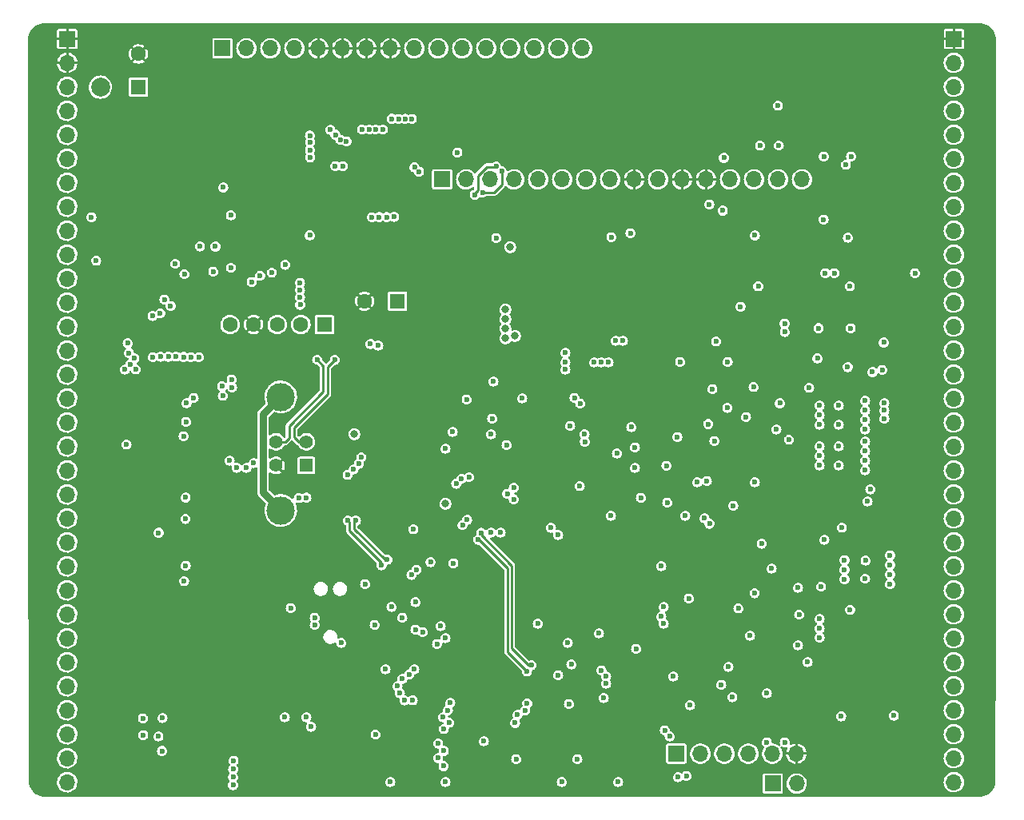
<source format=gbr>
%TF.GenerationSoftware,KiCad,Pcbnew,(6.0.1)*%
%TF.CreationDate,2023-04-04T00:05:00+01:00*%
%TF.ProjectId,polygonus-Shortage-Version,706f6c79-676f-46e7-9573-2d53686f7274,rev?*%
%TF.SameCoordinates,Original*%
%TF.FileFunction,Copper,L2,Inr*%
%TF.FilePolarity,Positive*%
%FSLAX46Y46*%
G04 Gerber Fmt 4.6, Leading zero omitted, Abs format (unit mm)*
G04 Created by KiCad (PCBNEW (6.0.1)) date 2023-04-04 00:05:00*
%MOMM*%
%LPD*%
G01*
G04 APERTURE LIST*
%TA.AperFunction,ComponentPad*%
%ADD10R,1.600000X1.600000*%
%TD*%
%TA.AperFunction,ComponentPad*%
%ADD11C,1.600000*%
%TD*%
%TA.AperFunction,ComponentPad*%
%ADD12R,1.700000X1.700000*%
%TD*%
%TA.AperFunction,ComponentPad*%
%ADD13O,1.700000X1.700000*%
%TD*%
%TA.AperFunction,ComponentPad*%
%ADD14R,1.400000X1.400000*%
%TD*%
%TA.AperFunction,ComponentPad*%
%ADD15C,1.400000*%
%TD*%
%TA.AperFunction,ComponentPad*%
%ADD16C,3.000000*%
%TD*%
%TA.AperFunction,ViaPad*%
%ADD17C,0.599440*%
%TD*%
%TA.AperFunction,ViaPad*%
%ADD18C,0.800000*%
%TD*%
%TA.AperFunction,ViaPad*%
%ADD19C,0.600000*%
%TD*%
%TA.AperFunction,ViaPad*%
%ADD20C,2.000000*%
%TD*%
%TA.AperFunction,Conductor*%
%ADD21C,0.254000*%
%TD*%
%TA.AperFunction,Conductor*%
%ADD22C,0.762000*%
%TD*%
G04 APERTURE END LIST*
D10*
%TO.N,Net-(C6-Pad1)*%
%TO.C,C6*%
X96348000Y-85119000D03*
D11*
%TO.N,GND*%
X92848000Y-85119000D03*
%TD*%
D10*
%TO.N,Net-(D14-Pad2)*%
%TO.C,J13*%
X88610209Y-87595853D03*
D11*
%TO.N,/USB_D-*%
X86110209Y-87595853D03*
%TO.N,/USB_D+*%
X83610209Y-87595853D03*
%TO.N,GND*%
X81110209Y-87595853D03*
%TO.N,/USB_SHIELD*%
X78610209Y-87595853D03*
%TD*%
D12*
%TO.N,+3V3*%
%TO.C,J11*%
X125881501Y-133044837D03*
D13*
%TO.N,/mcu/AUX_SPI_CS*%
X128421501Y-133044837D03*
%TO.N,/mcu/AUX_SPI_SCK*%
X130961501Y-133044837D03*
%TO.N,/mcu/AUX_SPI_MISO*%
X133501501Y-133044837D03*
%TO.N,/mcu/AUX_SPI_MOSI*%
X136041501Y-133044837D03*
%TO.N,GND*%
X138581501Y-133044837D03*
%TD*%
D10*
%TO.N,/12V_MR*%
%TO.C,C1*%
X68916000Y-62423028D03*
D11*
%TO.N,GND*%
X68916000Y-58923028D03*
%TD*%
D12*
%TO.N,/mcu/UART_TX*%
%TO.C,J12*%
X136088339Y-136214983D03*
D13*
%TO.N,/mcu/UART_RX*%
X138628339Y-136214983D03*
%TD*%
D14*
%TO.N,Net-(D14-Pad2)*%
%TO.C,J14*%
X86696000Y-102518000D03*
D15*
%TO.N,/USB_D-*%
X86696000Y-100018000D03*
%TO.N,/USB_D+*%
X83496000Y-100018000D03*
%TO.N,GND*%
X83496000Y-102518000D03*
D16*
%TO.N,/USB_SHIELD*%
X83986000Y-107288000D03*
X83986000Y-95248000D03*
%TD*%
D12*
%TO.N,GND*%
%TO.C,J4*%
X61363317Y-57335316D03*
D13*
X61363317Y-59875316D03*
%TO.N,/12V_MR*%
X61363317Y-62415316D03*
%TO.N,/LS1*%
X61363317Y-64955316D03*
%TO.N,/LS2*%
X61363317Y-67495316D03*
%TO.N,/LS3*%
X61363317Y-70035316D03*
%TO.N,/LS4*%
X61363317Y-72575316D03*
%TO.N,/LS5*%
X61363317Y-75115316D03*
%TO.N,/LS6*%
X61363317Y-77655316D03*
%TO.N,/LS7*%
X61363317Y-80195316D03*
%TO.N,/LS8*%
X61363317Y-82735316D03*
%TO.N,/IGN12*%
X61363317Y-85275316D03*
%TO.N,/IGN11*%
X61363317Y-87815316D03*
%TO.N,/IGN10*%
X61363317Y-90355316D03*
%TO.N,/IGN9*%
X61363317Y-92895316D03*
%TO.N,/IGN8*%
X61363317Y-95435316D03*
%TO.N,/IGN7*%
X61363317Y-97975316D03*
%TO.N,/IGN6*%
X61363317Y-100515316D03*
%TO.N,/IGN5*%
X61363317Y-103055316D03*
%TO.N,/IGN4*%
X61363317Y-105595316D03*
%TO.N,/IGN3*%
X61363317Y-108135316D03*
%TO.N,/IGN2*%
X61363317Y-110675316D03*
%TO.N,/IGN1*%
X61363317Y-113215316D03*
%TO.N,/LS9*%
X61363317Y-115755316D03*
%TO.N,/LS10*%
X61363317Y-118295316D03*
%TO.N,/LS11*%
X61363317Y-120835316D03*
%TO.N,/LS12*%
X61363317Y-123375316D03*
%TO.N,/LS13*%
X61363317Y-125915316D03*
%TO.N,/LS14*%
X61363317Y-128455316D03*
%TO.N,/LS15*%
X61363317Y-130995316D03*
%TO.N,/LS16*%
X61363317Y-133535316D03*
%TO.N,/12V_MR*%
X61363317Y-136075316D03*
%TD*%
D12*
%TO.N,+5V*%
%TO.C,J6*%
X101082286Y-72212971D03*
D13*
%TO.N,+3V3*%
X103622286Y-72212971D03*
%TO.N,/ETB1_PWM*%
X106162286Y-72212971D03*
%TO.N,/ETB1_DIS*%
X108702286Y-72212971D03*
%TO.N,/ETB1_DIR*%
X111242286Y-72212971D03*
%TO.N,/ETB2_PWM*%
X113782286Y-72212971D03*
%TO.N,/ETB2_DIS*%
X116322286Y-72212971D03*
%TO.N,/ETB2_DIR*%
X118862286Y-72212971D03*
%TO.N,GND*%
X121402286Y-72212971D03*
%TO.N,/12V_RAW*%
X123942286Y-72212971D03*
%TO.N,GND*%
X126482286Y-72212971D03*
X129022286Y-72212971D03*
%TO.N,/CAN+*%
X131562286Y-72212971D03*
%TO.N,/CAN-*%
X134102286Y-72212971D03*
%TO.N,/VR2+*%
X136642286Y-72212971D03*
%TO.N,/VR1+*%
X139182286Y-72212971D03*
%TD*%
D12*
%TO.N,GND*%
%TO.C,J5*%
X155276000Y-57330221D03*
D13*
%TO.N,Net-(F2-Pad1)*%
X155276000Y-59870221D03*
%TO.N,Net-(F1-Pad2)*%
X155276000Y-62410221D03*
%TO.N,/5V_SENSOR_2*%
X155276000Y-64950221D03*
X155276000Y-67490221D03*
%TO.N,unconnected-(J5-Pad6)*%
X155276000Y-70030221D03*
%TO.N,unconnected-(J5-Pad7)*%
X155276000Y-72570221D03*
%TO.N,/5V_SENSOR_1*%
X155276000Y-75110221D03*
X155276000Y-77650221D03*
%TO.N,/DIGITAL_6*%
X155276000Y-80190221D03*
%TO.N,/DIGITAL_5*%
X155276000Y-82730221D03*
%TO.N,/DIGITAL_4*%
X155276000Y-85270221D03*
%TO.N,/DIGITAL_3*%
X155276000Y-87810221D03*
%TO.N,/DIGITAL_2*%
X155276000Y-90350221D03*
%TO.N,/DIGITAL_1*%
X155276000Y-92890221D03*
%TO.N,/AT4*%
X155276000Y-95430221D03*
%TO.N,/AT3*%
X155276000Y-97970221D03*
%TO.N,/AT2*%
X155276000Y-100510221D03*
%TO.N,/AT1*%
X155276000Y-103050221D03*
%TO.N,/AV11*%
X155276000Y-105590221D03*
%TO.N,/AV10*%
X155276000Y-108130221D03*
%TO.N,/AV9*%
X155276000Y-110670221D03*
%TO.N,/AV8*%
X155276000Y-113210221D03*
%TO.N,/AV7*%
X155276000Y-115750221D03*
%TO.N,/AV6*%
X155276000Y-118290221D03*
%TO.N,/AV5*%
X155276000Y-120830221D03*
%TO.N,/AV4*%
X155276000Y-123370221D03*
%TO.N,/AV3*%
X155276000Y-125910221D03*
%TO.N,/AV2*%
X155276000Y-128450221D03*
%TO.N,/AV1*%
X155276000Y-130990221D03*
%TO.N,/KNOCK_1*%
X155276000Y-133530221D03*
%TO.N,/KNOCK_2*%
X155276000Y-136070221D03*
%TD*%
D12*
%TO.N,/HS1*%
%TO.C,J7*%
X77806000Y-58321088D03*
D13*
%TO.N,/HS2*%
X80346000Y-58321088D03*
%TO.N,/HS3*%
X82886000Y-58321088D03*
%TO.N,/HS4*%
X85426000Y-58321088D03*
%TO.N,GND*%
X87966000Y-58321088D03*
X90506000Y-58321088D03*
X93046000Y-58321088D03*
X95586000Y-58321088D03*
%TO.N,/CAN2+*%
X98126000Y-58321088D03*
%TO.N,/CAN2-*%
X100666000Y-58321088D03*
%TO.N,/RC1*%
X103206000Y-58321088D03*
%TO.N,/RC2*%
X105746000Y-58321088D03*
%TO.N,/Perm_Live*%
X108286000Y-58321088D03*
%TO.N,/RSVD*%
X110826000Y-58321088D03*
X113366000Y-58321088D03*
X115906000Y-58321088D03*
%TD*%
D17*
%TO.N,GND*%
X114277167Y-109886746D03*
X104664753Y-111288261D03*
X103942760Y-109292163D03*
X112458142Y-125357820D03*
X113972911Y-124126185D03*
X111200031Y-126978016D03*
X109652230Y-125342128D03*
%TO.N,/RC2*%
X110539384Y-123681072D03*
%TO.N,/RC1*%
X110056831Y-124344071D03*
%TO.N,/RC2*%
X105218691Y-109664433D03*
%TO.N,/RC1*%
X104874222Y-110380166D03*
%TO.N,/RC2*%
X105370404Y-73613662D03*
%TO.N,/RC1*%
X104532019Y-73863771D03*
%TO.N,/RC2*%
X107396388Y-71354878D03*
%TO.N,/RC1*%
X106792368Y-70851528D03*
%TO.N,GND*%
X86443372Y-114752264D03*
X83843439Y-69242269D03*
X149579411Y-86449104D03*
X128305902Y-92916261D03*
X138735879Y-96962155D03*
X99509658Y-121464630D03*
X84980333Y-130186379D03*
X90845182Y-99528349D03*
X136547698Y-121794094D03*
X127717709Y-106988421D03*
X140592193Y-128179610D03*
X97570725Y-117848966D03*
X88771895Y-91335076D03*
X133509960Y-86439771D03*
X148332983Y-80372886D03*
X99649727Y-70878820D03*
X139253787Y-86489316D03*
X138098260Y-93391860D03*
X69185247Y-132039582D03*
X130921826Y-89535132D03*
X66653041Y-71650404D03*
X152850932Y-101464781D03*
X132937527Y-123232801D03*
X106589781Y-91795916D03*
X65712132Y-129132735D03*
X153842836Y-134009932D03*
X108253662Y-131984557D03*
X106575574Y-90218908D03*
X127796273Y-136202319D03*
X109530688Y-93401339D03*
X126552090Y-137226916D03*
X72202779Y-86620052D03*
X151859029Y-121597737D03*
X98272981Y-90830037D03*
X72246995Y-56239811D03*
X88534269Y-59720304D03*
X118033670Y-128339288D03*
X131290055Y-92492041D03*
X155840047Y-111933382D03*
X149740002Y-112292522D03*
X117045031Y-107384891D03*
X143360099Y-131684454D03*
X69902670Y-93884548D03*
X103612587Y-133628376D03*
X155893663Y-127200651D03*
X125865546Y-76947513D03*
X106561366Y-91071345D03*
X89937730Y-113594149D03*
X138719136Y-79353441D03*
X144034736Y-79354174D03*
X120031741Y-98023981D03*
X126772291Y-117485105D03*
X109151092Y-63605082D03*
X106575574Y-89380678D03*
X101685004Y-102361720D03*
X74007103Y-96792466D03*
X130836012Y-87561644D03*
X77823130Y-59788528D03*
X143496414Y-121254160D03*
X106210920Y-63859181D03*
X92901790Y-91768220D03*
X151416694Y-125042591D03*
X133841970Y-96335886D03*
X114910674Y-63567196D03*
X72620612Y-135616514D03*
X130638507Y-95794656D03*
X113875791Y-131262541D03*
X115600941Y-126624275D03*
X113488313Y-93524630D03*
X75293826Y-76024845D03*
X155853451Y-89079393D03*
X136829567Y-75077049D03*
X100457529Y-86176845D03*
X97376325Y-98841462D03*
X146833881Y-109172905D03*
X153282115Y-117409034D03*
X97070465Y-93282883D03*
X71179631Y-111005742D03*
X100447131Y-117823419D03*
X70431039Y-129085546D03*
X81798901Y-125355793D03*
X152968035Y-68399172D03*
X97390436Y-115109709D03*
X103872356Y-124929048D03*
X89796259Y-97486107D03*
X94478486Y-106106236D03*
X135350273Y-74621384D03*
X91866837Y-118173259D03*
X111438858Y-123390035D03*
X149445112Y-108941497D03*
X69864784Y-99254900D03*
X115999899Y-74304959D03*
X112614750Y-116976101D03*
X138733343Y-78358931D03*
X107992283Y-134645271D03*
X142560285Y-122653322D03*
X147908520Y-99339072D03*
X93103005Y-120112654D03*
X115333957Y-111274539D03*
X77725043Y-101114539D03*
X73733954Y-100524192D03*
X138840895Y-109314126D03*
X138195106Y-91460820D03*
X143282453Y-104222346D03*
X74232109Y-106845964D03*
X142531319Y-99397156D03*
X122168950Y-132039530D03*
X84915192Y-86419357D03*
X80644522Y-78656335D03*
X59407431Y-57307444D03*
X155833345Y-129740727D03*
X143487478Y-119922686D03*
X139186766Y-89505238D03*
X138099202Y-109340934D03*
X138152684Y-103855137D03*
X134443221Y-136533692D03*
X146015563Y-113571607D03*
X116907827Y-83578820D03*
X108273084Y-104169268D03*
X138678546Y-122921943D03*
X153311354Y-105947434D03*
X141262239Y-74963391D03*
X105079669Y-119396796D03*
X140411929Y-133795467D03*
X155853451Y-122120497D03*
X128259473Y-125602214D03*
X136829184Y-120315175D03*
X155866855Y-101786479D03*
X68409194Y-77988666D03*
X148414176Y-116102057D03*
X127804989Y-97773257D03*
X153735566Y-136421660D03*
X151944678Y-85036036D03*
X71346591Y-64007708D03*
X130417592Y-93741444D03*
X153320076Y-99628419D03*
X131900944Y-120355387D03*
X76941569Y-127243634D03*
X152968035Y-66469413D03*
X136042192Y-115726742D03*
X72270912Y-67133433D03*
X146121153Y-89532046D03*
X123551729Y-122614599D03*
X75168822Y-133200433D03*
X109514815Y-96270649D03*
X113793034Y-61426632D03*
X122593871Y-86769642D03*
X147341848Y-119667547D03*
X103712393Y-85334706D03*
X135723193Y-64389586D03*
X112932436Y-133749192D03*
X143383555Y-118491420D03*
X144089488Y-80902034D03*
X109544896Y-91909574D03*
X135397874Y-86475912D03*
X107878329Y-111231634D03*
X62899884Y-85326075D03*
X143638442Y-134497765D03*
X80907671Y-75878651D03*
X145980641Y-129919678D03*
X111519869Y-64618535D03*
X88269904Y-83525646D03*
X120272346Y-135050984D03*
X141403832Y-80929701D03*
X100467574Y-96171491D03*
X125140367Y-91597792D03*
X91468473Y-131999778D03*
X105813116Y-66190807D03*
X78670464Y-132911366D03*
X142420059Y-111343846D03*
X152587931Y-87258183D03*
X82545043Y-88977623D03*
X93101491Y-131906419D03*
X132266982Y-103924286D03*
X109530688Y-91142381D03*
X109495323Y-101338703D03*
X130848302Y-66822618D03*
X130713653Y-111976270D03*
X102035450Y-94886897D03*
X75225449Y-129868884D03*
X133274320Y-74153563D03*
X76122883Y-96133576D03*
X119702595Y-131999317D03*
X91853970Y-65801444D03*
X118336429Y-102434058D03*
X154100801Y-111853667D03*
X109417030Y-84848555D03*
X75189136Y-128134168D03*
X71123052Y-96329751D03*
X105865210Y-84948006D03*
X107000905Y-127648254D03*
X117278554Y-75604925D03*
X130023752Y-119788184D03*
X122426734Y-81667929D03*
X62409897Y-127068202D03*
X153722199Y-80608002D03*
X105624529Y-107492195D03*
X150950560Y-77375477D03*
X142582471Y-86502720D03*
X153874437Y-78369595D03*
X155853451Y-114493565D03*
X68435184Y-80573624D03*
X144424578Y-111285687D03*
X90671424Y-67178916D03*
X138867532Y-126401334D03*
X106229643Y-133619857D03*
X95208217Y-131296063D03*
X72781491Y-82327951D03*
X150741790Y-91519297D03*
X155840047Y-91612768D03*
X63864763Y-66291631D03*
X148457717Y-103959197D03*
X139373779Y-131037327D03*
X122131822Y-76249634D03*
X155840047Y-83999239D03*
X151913965Y-127593650D03*
X62174087Y-101620095D03*
X103684678Y-62048710D03*
X90985158Y-120264567D03*
X96203774Y-96889640D03*
X132999462Y-107362584D03*
X62963534Y-109426848D03*
X149880258Y-94909915D03*
X136182281Y-102514727D03*
X135823517Y-92727834D03*
X103230570Y-112858726D03*
X110284770Y-106124116D03*
X104840578Y-116603203D03*
X110510991Y-90218908D03*
X63608687Y-132711285D03*
X58063108Y-136862708D03*
X68092457Y-112391217D03*
X156330495Y-78691222D03*
X142600343Y-89549919D03*
X155893663Y-106866633D03*
X149029072Y-125891303D03*
X149727777Y-100151179D03*
X63040392Y-122440197D03*
X106575574Y-92563109D03*
X123548478Y-90351846D03*
X66561803Y-136102983D03*
X83382599Y-92822105D03*
X123227873Y-115525681D03*
X103045800Y-70284137D03*
X136786120Y-130384123D03*
X123375271Y-84169709D03*
X150237133Y-106544934D03*
X106575574Y-88627692D03*
X134626129Y-66503367D03*
X149579411Y-89532046D03*
X62896585Y-82545092D03*
X142553659Y-129977763D03*
X109564007Y-134955382D03*
X132557126Y-128474039D03*
X125861590Y-97646970D03*
X99328101Y-60703726D03*
X155950391Y-81410428D03*
X76856822Y-135022694D03*
X122308504Y-116919822D03*
X86187641Y-81588397D03*
X117199533Y-86771919D03*
X150599695Y-68896232D03*
X110650857Y-74006606D03*
X149218422Y-129948490D03*
X69883727Y-95324219D03*
X141248354Y-113464137D03*
X127854750Y-129379938D03*
X85766331Y-59778781D03*
X75086857Y-137197148D03*
X92802440Y-124638325D03*
X80304028Y-100227005D03*
X123389479Y-86712813D03*
X87970003Y-120338213D03*
X101769755Y-113701916D03*
X66674360Y-109956595D03*
X124941269Y-81580213D03*
X64333254Y-127207636D03*
X123403686Y-85093183D03*
X66654867Y-106350479D03*
X153025186Y-114828667D03*
X147947862Y-93624489D03*
X118301944Y-93879135D03*
X101478103Y-111382271D03*
X144634220Y-116209290D03*
X120476208Y-116120629D03*
X66179800Y-118403153D03*
X135730837Y-68651501D03*
X90841667Y-116797714D03*
X85277478Y-127918000D03*
X66518420Y-95805027D03*
X94896704Y-90894167D03*
X155840047Y-117026940D03*
X153552811Y-96351443D03*
X79719253Y-114184897D03*
X131950575Y-101927471D03*
X133709879Y-91411706D03*
X132758188Y-126476830D03*
X68137650Y-128585342D03*
X63022012Y-113549516D03*
X75586214Y-94240603D03*
X127121907Y-81785509D03*
X120055664Y-95406359D03*
X153611288Y-97637949D03*
X84042341Y-101281967D03*
X71113306Y-104565340D03*
X130862509Y-65288232D03*
X135948364Y-117522891D03*
X132201582Y-134136113D03*
X96784327Y-69592314D03*
X110244171Y-132648060D03*
X131226753Y-103107032D03*
X135284861Y-129982000D03*
X126887193Y-122495812D03*
X125910851Y-120532495D03*
X138648099Y-80433194D03*
X107192801Y-102372771D03*
X124226076Y-129662392D03*
X80688531Y-59788528D03*
X134272256Y-80021183D03*
X66674360Y-113660173D03*
X120568436Y-108549888D03*
X144061074Y-80134841D03*
X141673457Y-93343946D03*
X79855075Y-86375372D03*
X141446934Y-66694753D03*
X130840480Y-84509977D03*
X69643720Y-127138300D03*
X66904772Y-122411782D03*
X74319825Y-114028957D03*
X84908661Y-67068983D03*
X117088283Y-113145821D03*
X122570353Y-95562639D03*
X100467563Y-79643956D03*
X100827750Y-122408865D03*
X64329285Y-70089374D03*
X102218641Y-97467239D03*
X66618381Y-102789646D03*
X78121391Y-89109248D03*
X101243390Y-59973706D03*
X108664044Y-84848555D03*
X123346857Y-85902998D03*
X69855312Y-97521612D03*
X143302800Y-97179676D03*
X72035468Y-128349396D03*
X125946058Y-84640538D03*
X67220920Y-58345284D03*
X151141910Y-101605524D03*
X84620996Y-63656843D03*
X151187406Y-110160692D03*
X62963534Y-97731338D03*
X119957273Y-126610870D03*
X136124261Y-112024466D03*
X150383314Y-83359894D03*
X133132570Y-76414740D03*
X116849833Y-119846729D03*
X119614724Y-99817151D03*
X82641231Y-130215618D03*
X147463598Y-106269061D03*
X152426543Y-70745138D03*
X95346937Y-111300529D03*
X155880259Y-94172951D03*
X97875820Y-85093183D03*
X120395141Y-101967765D03*
X73959214Y-126980485D03*
X71478636Y-134389598D03*
X137179096Y-127753888D03*
X120753501Y-103857012D03*
X109516481Y-92676768D03*
X102481790Y-78905339D03*
X132490623Y-113627269D03*
X103726601Y-83729283D03*
X141440410Y-106239822D03*
X77454487Y-111129597D03*
X85356204Y-96914550D03*
X145156034Y-109793108D03*
X131096080Y-109467028D03*
X117940931Y-82311807D03*
X60522272Y-132264306D03*
X89384279Y-78292308D03*
X155853451Y-124653872D03*
X126043521Y-88811937D03*
X120071285Y-93838923D03*
X142076741Y-131843018D03*
X94474464Y-75147682D03*
X105069602Y-84962214D03*
X72037188Y-75763412D03*
X132366851Y-94212234D03*
X106632403Y-84919592D03*
X62905057Y-105362659D03*
X151190509Y-74552689D03*
X147100574Y-125015783D03*
X68393475Y-85059627D03*
X109091328Y-80596465D03*
X118092148Y-132296269D03*
X111803853Y-90360981D03*
X88158888Y-68159614D03*
X129609077Y-134214083D03*
X147864608Y-133768658D03*
X103270612Y-66094357D03*
X126337624Y-115968016D03*
X146121153Y-86475912D03*
X141461141Y-78330516D03*
X140551875Y-71170046D03*
X64767309Y-91288078D03*
X155880259Y-104306450D03*
X93458329Y-100673758D03*
X91389037Y-75392355D03*
X148991000Y-75361195D03*
X103726601Y-84496477D03*
X141489556Y-65146159D03*
X155853451Y-109373199D03*
X76569012Y-67133433D03*
X125519437Y-105929497D03*
X155866855Y-119560314D03*
X132070128Y-63938540D03*
X113627282Y-100091659D03*
X132936772Y-71170046D03*
X72246995Y-60723482D03*
X99852737Y-131275957D03*
X83349259Y-59817766D03*
X147785225Y-131472885D03*
X107725277Y-74051703D03*
X70163137Y-113743547D03*
X69760954Y-135125747D03*
X74855245Y-72954774D03*
X111853579Y-87967054D03*
X83047832Y-101281967D03*
X99547541Y-63092509D03*
X75805030Y-99214019D03*
X134001391Y-109585188D03*
X65042961Y-116261475D03*
X149245583Y-136420483D03*
X88260433Y-85078975D03*
X139981920Y-91610263D03*
X136203249Y-106734181D03*
X116059566Y-121277989D03*
X113357344Y-74091849D03*
X135406810Y-89514174D03*
X65714503Y-133602268D03*
X102234352Y-90624712D03*
D18*
%TO.N,+5V*%
X107778000Y-88040000D03*
X107778000Y-87024000D03*
X107778000Y-86008000D03*
X108794000Y-88802000D03*
D17*
X130638000Y-125759000D03*
X146650808Y-92618310D03*
D18*
X107778000Y-89056000D03*
D17*
X120224000Y-89310000D03*
X144263248Y-83533533D03*
X102190000Y-98962000D03*
X106813733Y-78424334D03*
X146132000Y-106328000D03*
X131289061Y-96420764D03*
X143831509Y-70665700D03*
D18*
X91776000Y-99216000D03*
D17*
X131908000Y-106793380D03*
X131321029Y-91546911D03*
X67468447Y-92358000D03*
X141052000Y-97184000D03*
X67647411Y-100295853D03*
X71048231Y-109640317D03*
X143691414Y-113563709D03*
X141052000Y-119790000D03*
X134557725Y-83533534D03*
X106381000Y-97565000D03*
X119462000Y-89310000D03*
X134062536Y-94199810D03*
X136640103Y-64398788D03*
X136735295Y-68619360D03*
X138766000Y-115472000D03*
X141052000Y-101502000D03*
X134194000Y-104296000D03*
X135464000Y-126648000D03*
X135972000Y-113440000D03*
X125992099Y-99504339D03*
%TO.N,+3V3*%
X117176000Y-91596000D03*
X117938000Y-91596000D03*
X118700000Y-91596000D03*
X131400000Y-123854000D03*
X87204000Y-130204000D03*
X105492000Y-131728000D03*
X95586000Y-136046000D03*
X101428000Y-100740000D03*
D19*
X127336000Y-127918000D03*
X148918680Y-129020660D03*
D17*
X85045000Y-117631000D03*
X121113000Y-98454000D03*
X114128000Y-91596000D03*
X92919000Y-115091000D03*
X121494000Y-102772000D03*
X115398000Y-133633000D03*
X102259855Y-112894623D03*
X114128000Y-92358000D03*
D19*
X115652000Y-104701566D03*
D18*
X101428000Y-106582000D03*
D17*
X90379000Y-121314000D03*
D19*
X121619667Y-121950333D03*
D17*
X95078000Y-124108000D03*
D19*
X131809698Y-127057698D03*
X124288000Y-113186000D03*
X118192000Y-127156000D03*
X118954000Y-107852000D03*
D17*
X107905000Y-100359000D03*
D19*
X143350146Y-129094828D03*
D17*
X98024400Y-109274400D03*
X101936000Y-127664000D03*
D19*
X114636000Y-98327000D03*
D17*
X119002273Y-78324847D03*
X114128000Y-90580000D03*
%TO.N,/mcu/AV4*%
X125558000Y-124870000D03*
X133686000Y-120552000D03*
%TO.N,/mcu/AV2*%
X117684000Y-120298000D03*
X139782000Y-123346000D03*
%TO.N,/mcu/AV5*%
X124542000Y-119282000D03*
X134170633Y-116055725D03*
%TO.N,/mcu/AV6*%
X124288000Y-118520000D03*
X141215557Y-115352032D03*
%TO.N,/mcu/AV9*%
X129391632Y-108685120D03*
X143413439Y-109106342D03*
%TO.N,/mcu/AV10*%
X128860000Y-108106000D03*
X146426241Y-105046781D03*
%TO.N,/5V_SENSOR_1*%
X144398964Y-69771176D03*
X141497818Y-69771176D03*
X130918191Y-69927525D03*
%TO.N,/5V_SENSOR_2*%
X141482146Y-76459902D03*
%TO.N,/mcu/nRESET*%
X111207000Y-119282000D03*
X93935000Y-119409000D03*
X100920000Y-119536000D03*
%TO.N,/mcu/SWDIO*%
X98253000Y-116996000D03*
X87585000Y-119409000D03*
%TO.N,/mcu/SWCLK*%
X87585000Y-118647000D03*
X95713000Y-117504000D03*
X96856000Y-118647000D03*
%TO.N,/mcu/5V_SENSOR_1_PG*%
X126955000Y-135411000D03*
X144045916Y-78383854D03*
%TO.N,/mcu/5V_SENSOR_2_PG*%
X126066000Y-135538000D03*
X134191182Y-78143291D03*
%TO.N,/mcu/AT2*%
X128098000Y-104296000D03*
X137811875Y-99785875D03*
%TO.N,/mcu/AT1*%
X129114000Y-104169000D03*
X136480000Y-98708000D03*
%TO.N,/mcu/AT3*%
X133261486Y-97383980D03*
X124923000Y-106455000D03*
%TO.N,Net-(C33-Pad1)*%
X130098312Y-89380012D03*
X129702906Y-94426278D03*
%TO.N,Net-(C34-Pad1)*%
X140821465Y-91165699D03*
X144033378Y-92098452D03*
%TO.N,Net-(C42-Pad1)*%
X145878000Y-98708000D03*
X141052000Y-98200000D03*
%TO.N,Net-(C43-Pad1)*%
X143084000Y-98200000D03*
X145878000Y-97692000D03*
%TO.N,Net-(C44-Pad1)*%
X143084000Y-96168000D03*
X145878000Y-96676000D03*
%TO.N,Net-(C45-Pad1)*%
X141052000Y-96168000D03*
X145878000Y-95660000D03*
%TO.N,Net-(C48-Pad1)*%
X141060141Y-120757140D03*
X138766000Y-121568000D03*
%TO.N,/mcu/12V_DIVIDED*%
X126281596Y-91534587D03*
X126828000Y-107852000D03*
%TO.N,Net-(C50-Pad1)*%
X141052000Y-118774000D03*
X144285755Y-117814098D03*
%TO.N,Net-(C52-Pad1)*%
X143691414Y-114579709D03*
X148517414Y-115087709D03*
%TO.N,Net-(C53-Pad1)*%
X148517414Y-114071709D03*
X145879421Y-114511171D03*
%TO.N,Net-(C54-Pad1)*%
X148517414Y-113055709D03*
X145929909Y-112592633D03*
%TO.N,/ETB2_DIR*%
X108660597Y-106118641D03*
%TO.N,/ETB2_DIS*%
X107972825Y-105515651D03*
%TO.N,Net-(C55-Pad1)*%
X148517414Y-112039709D03*
X143691414Y-112547709D03*
%TO.N,Net-(C57-Pad1)*%
X145878000Y-103026000D03*
X141052000Y-102518000D03*
%TO.N,Net-(C58-Pad1)*%
X145878000Y-102010000D03*
X143084000Y-102518000D03*
%TO.N,Net-(C59-Pad1)*%
X143084000Y-100486000D03*
X145878000Y-100994000D03*
%TO.N,Net-(C60-Pad1)*%
X141052000Y-100486000D03*
X145878000Y-99978000D03*
%TO.N,/lowside_quad1/IN1*%
X75309545Y-91050508D03*
X86043425Y-85485738D03*
X98126000Y-124108000D03*
%TO.N,/lowside_quad1/IN3*%
X86017435Y-83926337D03*
X73686549Y-91017033D03*
X96856000Y-125124000D03*
%TO.N,/lowside_quad1/IN2*%
X74471367Y-91050508D03*
X97594368Y-124639632D03*
X86027281Y-84691468D03*
%TO.N,/lowside_quad1/IN4*%
X72903265Y-90982024D03*
X96348000Y-125886000D03*
X86017435Y-83174994D03*
%TO.N,/lowside_quad2/IN1*%
X72071982Y-90995013D03*
X96602000Y-126648000D03*
X80908296Y-83074639D03*
%TO.N,/lowside_quad2/IN3*%
X70436416Y-91050508D03*
X97966732Y-127395072D03*
X83030617Y-82096601D03*
%TO.N,/lowside_quad2/IN2*%
X71254352Y-90994349D03*
X81798979Y-82418208D03*
X97110000Y-127410000D03*
%TO.N,/lowside_quad2/IN4*%
X101680241Y-128448273D03*
X67771535Y-89552652D03*
X84459708Y-81254813D03*
%TO.N,/ETB1_DIR*%
X103935160Y-103754820D03*
%TO.N,/ETB1_DIS*%
X103132946Y-103924701D03*
%TO.N,/lowside_quad4/IN4*%
X101231612Y-134355561D03*
X78934042Y-136379418D03*
%TO.N,/lowside_quad4/IN2*%
X101242831Y-132751170D03*
X78948065Y-134696581D03*
%TO.N,/lowside_quad4/IN3*%
X78934042Y-135523976D03*
X100659416Y-133514097D03*
%TO.N,/lowside_quad4/IN1*%
X100649446Y-131971846D03*
X78976113Y-133799068D03*
%TO.N,/highside_quad/IN1*%
X97825119Y-114103245D03*
X93637657Y-76213144D03*
%TO.N,/highside_quad/IN3*%
X103235992Y-108833684D03*
X95205721Y-76204480D03*
%TO.N,/highside_quad/IN2*%
X94417357Y-76204480D03*
X98356399Y-113571966D03*
%TO.N,/mcu/CAN_RX*%
X106254000Y-109630000D03*
X106254000Y-99216000D03*
%TO.N,/mcu/CAN_TX*%
X109556000Y-95406000D03*
X107270000Y-109630000D03*
%TO.N,/highside_quad/IN4*%
X95994085Y-76178490D03*
X103724080Y-108262470D03*
%TO.N,/ign1/IN4*%
X86696000Y-105921600D03*
X73905034Y-105908649D03*
%TO.N,/AT4*%
X147910000Y-95914000D03*
%TO.N,/AT2*%
X147910000Y-97565000D03*
%TO.N,/AT3*%
X147910000Y-96676000D03*
%TO.N,/HS4*%
X95744926Y-65784676D03*
X97169870Y-65804107D03*
X96459505Y-65804107D03*
X97866026Y-65804107D03*
%TO.N,/HS2*%
X89767876Y-67480566D03*
X90947080Y-68190931D03*
X102687460Y-69369474D03*
X89236000Y-66958000D03*
X90307752Y-68020442D03*
%TO.N,/HS3*%
X92595126Y-66926483D03*
X94809285Y-66924988D03*
X93390733Y-66926483D03*
X94015853Y-66926483D03*
%TO.N,/HS1*%
X87057848Y-78134240D03*
X87082700Y-69111300D03*
X87078928Y-67568241D03*
X87096907Y-69898907D03*
X87096907Y-68247760D03*
%TO.N,/LS9*%
X101174000Y-129188000D03*
%TO.N,/LS10*%
X101820636Y-129766620D03*
%TO.N,/LS11*%
X101248441Y-130441170D03*
%TO.N,/LS12*%
X94034308Y-131019790D03*
%TO.N,/CAN+*%
X129380719Y-74869112D03*
X115096263Y-95358263D03*
%TO.N,/CAN-*%
X130795195Y-75512333D03*
X115699737Y-95961737D03*
%TO.N,Net-(C80-Pad1)*%
X114382000Y-121314000D03*
X124542000Y-117504000D03*
%TO.N,/ign1/IN3*%
X85883200Y-105972400D03*
X73892039Y-108182776D03*
%TO.N,/ign1/IN1*%
X99015000Y-120171000D03*
X73749094Y-114771247D03*
%TO.N,/ign1/IN2*%
X73911532Y-113127378D03*
X98253000Y-119917000D03*
%TO.N,/ign2/IN2*%
X79330000Y-102772000D03*
X73962046Y-97890200D03*
%TO.N,/IGN9*%
X91067247Y-103515620D03*
X77839673Y-95129380D03*
X68616065Y-92332010D03*
%TO.N,/IGN10*%
X91691007Y-102937000D03*
X68054699Y-91789899D03*
X77770001Y-94118300D03*
%TO.N,/IGN11*%
X68486115Y-91174759D03*
X92246000Y-102348002D03*
X78822597Y-94235255D03*
%TO.N,/IGN12*%
X92517994Y-101647621D03*
X67908556Y-90596139D03*
X78783612Y-93397077D03*
%TO.N,/mcu/DIGITAL5*%
X129260378Y-98126157D03*
X124832268Y-102554268D03*
%TO.N,/mcu/DIGITAL2*%
X136840934Y-95923748D03*
X129914047Y-99913125D03*
%TO.N,/mcu/DIGITAL1*%
X99847117Y-112751646D03*
X122129000Y-105947000D03*
%TO.N,/DIGITAL_5*%
X137350003Y-87493676D03*
%TO.N,/DIGITAL_6*%
X132683659Y-85695086D03*
%TO.N,/DIGITAL_1*%
X140944780Y-87968001D03*
%TO.N,/DIGITAL_2*%
X147850428Y-89483158D03*
%TO.N,/DIGITAL_3*%
X144344295Y-88001659D03*
%TO.N,/DIGITAL_4*%
X137373311Y-88371903D03*
%TO.N,/ign2/IN1*%
X73691189Y-99412193D03*
X78568000Y-102010000D03*
%TO.N,/ign2/IN3*%
X74001972Y-95916535D03*
X80346000Y-102772000D03*
%TO.N,/ign2/IN4*%
X74755683Y-95357749D03*
X81108000Y-102264000D03*
%TO.N,/VR2+*%
X134760663Y-68623603D03*
D19*
%TO.N,/USB_D+*%
X91095000Y-108360000D03*
X94658871Y-113097129D03*
X87839561Y-91312427D03*
%TO.N,/USB_D-*%
X95262741Y-112493259D03*
X91949000Y-108360000D03*
X89710842Y-91338417D03*
D18*
%TO.N,/12V_PROT*%
X108286000Y-79404000D03*
D17*
X141654122Y-82154864D03*
X142623306Y-82150694D03*
X151169861Y-82144909D03*
%TO.N,/mcu/LED1*%
X101428000Y-136046000D03*
X108804446Y-129786228D03*
%TO.N,/mcu/LED2*%
X109048000Y-128934000D03*
X108921000Y-133633000D03*
%TO.N,/mcu/LED3*%
X113747000Y-136046000D03*
X109871234Y-128449632D03*
%TO.N,/mcu/LED4*%
X119716000Y-136046000D03*
X110082421Y-127728060D03*
%TO.N,Net-(C8-Pad1)*%
X106508000Y-93628000D03*
X103674896Y-95530405D03*
%TO.N,Net-(R57-Pad2)*%
X138892428Y-118317851D03*
X132452441Y-117652151D03*
%TO.N,Net-(R69-Pad2)*%
X141560000Y-110392000D03*
X134922265Y-110811205D03*
%TO.N,/knock/FILTERED_1*%
X114509000Y-127791000D03*
X124669000Y-130585000D03*
%TO.N,/knock/FILTERED_2*%
X125177000Y-131220000D03*
X113366000Y-124743000D03*
%TO.N,Net-(RN6-Pad5)*%
X78706364Y-76016794D03*
X78707216Y-81574423D03*
%TO.N,Net-(RN6-Pad6)*%
X72806956Y-81151377D03*
X63931362Y-76224825D03*
%TO.N,Net-(RN6-Pad7)*%
X76835934Y-81976036D03*
X77893453Y-73063557D03*
%TO.N,Net-(RN6-Pad8)*%
X73782107Y-82248931D03*
%TO.N,Net-(RN8-Pad5)*%
X71222089Y-86400837D03*
%TO.N,Net-(RN8-Pad6)*%
X64438693Y-80825977D03*
X70403404Y-86673732D03*
%TO.N,Net-(RN8-Pad7)*%
X72322334Y-85630325D03*
X77062297Y-79326628D03*
%TO.N,Net-(RN8-Pad8)*%
X75431424Y-79307135D03*
X71662296Y-84945921D03*
%TO.N,/ETB2_PWM*%
X108660597Y-104885841D03*
%TO.N,/ETB1_PWM*%
X102563165Y-104451077D03*
%TO.N,Net-(RN10-Pad6)*%
X71459761Y-129264864D03*
X71027060Y-131220334D03*
%TO.N,Net-(RN10-Pad7)*%
X71402654Y-132759522D03*
%TO.N,Net-(RN10-Pad8)*%
X69407458Y-131095186D03*
X69393301Y-129311439D03*
%TO.N,/mcu/AUX_SPI_MOSI*%
X117946990Y-124226010D03*
%TO.N,/mcu/AUX_SPI_MISO*%
X118446000Y-124870000D03*
%TO.N,/mcu/AUX_SPI_SCK*%
X118446000Y-125632000D03*
%TO.N,/mcu/AUX_SPI_CS*%
X114763000Y-123600000D03*
%TO.N,/mcu/SD_MISO*%
X84410000Y-129188000D03*
X86696000Y-129188000D03*
%TO.N,/mcu/UART_RX*%
X137369000Y-131855000D03*
X100539000Y-121441000D03*
%TO.N,/mcu/UART_TX*%
X135464000Y-131855000D03*
X101428000Y-120806000D03*
%TO.N,/CAN2+*%
X93483769Y-89648613D03*
%TO.N,/CAN2-*%
X94316000Y-89818000D03*
%TO.N,/mcu/BARO_SCL*%
X121494000Y-100613000D03*
X119589000Y-101248000D03*
%TO.N,/12V_MR*%
X90561491Y-70816469D03*
X89758861Y-70816469D03*
X98150578Y-70920429D03*
D20*
X64886257Y-62432760D03*
D17*
X98620941Y-71390792D03*
%TO.N,/Keep_Alive/Keep_Alive*%
X121024730Y-77926226D03*
X127209000Y-116615000D03*
%TO.N,Net-(C31-Pad1)*%
X139959129Y-94280282D03*
X147692706Y-92394706D03*
D19*
%TO.N,/mcu/VR_2*%
X116160000Y-99216000D03*
X112604000Y-109122000D03*
%TO.N,/mcu/VR_1*%
X113366000Y-109884000D03*
X116188698Y-100006698D03*
%TD*%
D21*
%TO.N,/RC2*%
X110224790Y-123681072D02*
X110539384Y-123681072D01*
X108457529Y-121913811D02*
X110224790Y-123681072D01*
X108457529Y-113124960D02*
X108457529Y-121913811D01*
X105218691Y-109886122D02*
X108457529Y-113124960D01*
X105218691Y-109664433D02*
X105218691Y-109886122D01*
%TO.N,/RC1*%
X104839965Y-73363908D02*
X104532019Y-73671854D01*
X104532019Y-73671854D02*
X104532019Y-73863771D01*
X106767405Y-70876491D02*
X105774309Y-70876491D01*
X106792368Y-70851528D02*
X106767405Y-70876491D01*
X104839965Y-71810835D02*
X104839965Y-73363908D01*
X105774309Y-70876491D02*
X104839965Y-71810835D01*
%TO.N,/RC2*%
X105395572Y-73588494D02*
X105370404Y-73613662D01*
X106591028Y-73588494D02*
X105395572Y-73588494D01*
X107396388Y-71354878D02*
X107426953Y-71385443D01*
X107426953Y-71385443D02*
X107426953Y-72752569D01*
X107426953Y-72752569D02*
X106591028Y-73588494D01*
%TO.N,/RC1*%
X108000000Y-122287240D02*
X110056831Y-124344071D01*
X104990743Y-110380166D02*
X108000000Y-113389423D01*
X104874222Y-110380166D02*
X104990743Y-110380166D01*
X108000000Y-113389423D02*
X108000000Y-122287240D01*
%TO.N,/USB_D+*%
X84866393Y-98295672D02*
X88474000Y-94688065D01*
X88474000Y-94688065D02*
X88474000Y-91946866D01*
X88474000Y-91946866D02*
X87839561Y-91312427D01*
X94658871Y-113097129D02*
X94658871Y-112852470D01*
X84462533Y-100018000D02*
X84866393Y-99614140D01*
X84866393Y-99614140D02*
X84866393Y-98295672D01*
X91268000Y-109461599D02*
X91268000Y-108533000D01*
X94658871Y-112852470D02*
X91268000Y-109461599D01*
X91268000Y-108533000D02*
X91095000Y-108360000D01*
X83496000Y-100018000D02*
X84462533Y-100018000D01*
%TO.N,/USB_D-*%
X85395241Y-99521720D02*
X85395241Y-98524452D01*
X85395241Y-98524452D02*
X88982000Y-94937693D01*
X86696000Y-100018000D02*
X85891521Y-100018000D01*
X88982000Y-94937693D02*
X88982000Y-92067259D01*
X85891521Y-100018000D02*
X85395241Y-99521720D01*
X91776000Y-108533000D02*
X91949000Y-108360000D01*
X88982000Y-92067259D02*
X89710842Y-91338417D01*
X95262741Y-112493259D02*
X95018082Y-112493259D01*
X91776000Y-109251177D02*
X91776000Y-108533000D01*
X95018082Y-112493259D02*
X91776000Y-109251177D01*
D22*
%TO.N,/USB_SHIELD*%
X82124000Y-97070000D02*
X82124000Y-105386000D01*
X83986000Y-95208000D02*
X82124000Y-97070000D01*
X82124000Y-105386000D02*
X83986000Y-107248000D01*
%TD*%
%TA.AperFunction,Conductor*%
%TO.N,GND*%
G36*
X108381234Y-55656001D02*
G01*
X157959264Y-55663529D01*
X157978873Y-55665463D01*
X157981974Y-55666080D01*
X157981975Y-55666080D01*
X157991693Y-55668013D01*
X158001412Y-55666080D01*
X158011317Y-55666080D01*
X158011317Y-55666339D01*
X158021764Y-55665685D01*
X158164383Y-55675885D01*
X158236615Y-55681051D01*
X158250822Y-55683094D01*
X158483724Y-55733759D01*
X158497496Y-55737803D01*
X158720815Y-55821097D01*
X158733871Y-55827059D01*
X158869276Y-55900995D01*
X158939543Y-55939363D01*
X158943068Y-55941288D01*
X158955143Y-55949049D01*
X159145955Y-56091889D01*
X159156803Y-56101288D01*
X159325339Y-56269824D01*
X159334738Y-56280672D01*
X159477578Y-56471484D01*
X159485339Y-56483559D01*
X159599568Y-56692756D01*
X159605530Y-56705812D01*
X159688824Y-56929131D01*
X159692868Y-56942903D01*
X159743533Y-57175805D01*
X159745576Y-57190012D01*
X159749293Y-57241988D01*
X159759867Y-57389826D01*
X159760942Y-57404861D01*
X159760288Y-57415310D01*
X159760547Y-57415310D01*
X159760547Y-57425215D01*
X159758614Y-57434934D01*
X159761090Y-57447379D01*
X159761134Y-57447602D01*
X159763067Y-57467309D01*
X159712847Y-119288540D01*
X159699415Y-135823613D01*
X159697482Y-135843158D01*
X159694909Y-135856093D01*
X159696842Y-135865812D01*
X159696842Y-135875717D01*
X159696583Y-135875717D01*
X159697237Y-135886164D01*
X159688170Y-136012938D01*
X159681871Y-136101015D01*
X159679828Y-136115222D01*
X159629163Y-136348124D01*
X159625119Y-136361896D01*
X159541825Y-136585215D01*
X159535863Y-136598271D01*
X159487092Y-136687589D01*
X159449277Y-136756844D01*
X159421634Y-136807468D01*
X159413873Y-136819543D01*
X159271033Y-137010355D01*
X159261634Y-137021203D01*
X159093098Y-137189739D01*
X159082250Y-137199138D01*
X158891438Y-137341978D01*
X158879363Y-137349739D01*
X158670166Y-137463968D01*
X158657110Y-137469930D01*
X158433791Y-137553224D01*
X158420019Y-137557268D01*
X158187117Y-137607933D01*
X158172910Y-137609976D01*
X158112032Y-137614330D01*
X157958059Y-137625342D01*
X157947612Y-137624688D01*
X157947612Y-137624947D01*
X157937707Y-137624947D01*
X157927988Y-137623014D01*
X157916284Y-137625342D01*
X157915208Y-137625556D01*
X157895573Y-137627489D01*
X108148786Y-137622148D01*
X59068249Y-137616879D01*
X59048634Y-137614946D01*
X59045537Y-137614330D01*
X59045536Y-137614330D01*
X59035818Y-137612397D01*
X59026099Y-137614330D01*
X59016194Y-137614330D01*
X59016194Y-137614071D01*
X59005747Y-137614725D01*
X58863128Y-137604525D01*
X58790896Y-137599359D01*
X58776689Y-137597316D01*
X58543787Y-137546651D01*
X58530015Y-137542607D01*
X58306696Y-137459313D01*
X58293640Y-137453351D01*
X58103887Y-137349739D01*
X58084441Y-137339121D01*
X58072368Y-137331361D01*
X57881556Y-137188521D01*
X57870708Y-137179122D01*
X57702172Y-137010586D01*
X57692773Y-136999738D01*
X57549933Y-136808926D01*
X57542172Y-136796851D01*
X57427943Y-136587654D01*
X57421981Y-136574598D01*
X57338687Y-136351279D01*
X57334643Y-136337507D01*
X57283978Y-136104605D01*
X57281935Y-136090398D01*
X57278827Y-136046947D01*
X60279965Y-136046947D01*
X60292936Y-136244848D01*
X60294069Y-136249309D01*
X60328408Y-136384515D01*
X60341755Y-136437070D01*
X60424785Y-136617177D01*
X60539248Y-136779138D01*
X60598161Y-136836529D01*
X60678006Y-136914311D01*
X60678010Y-136914314D01*
X60681308Y-136917527D01*
X60685141Y-136920088D01*
X60685142Y-136920089D01*
X60842374Y-137025148D01*
X60842378Y-137025150D01*
X60846209Y-137027710D01*
X60850446Y-137029530D01*
X60850449Y-137029532D01*
X61024189Y-137104177D01*
X61024191Y-137104178D01*
X61028428Y-137105998D01*
X61101440Y-137122519D01*
X61217363Y-137148750D01*
X61217366Y-137148750D01*
X61221863Y-137149768D01*
X61338948Y-137154368D01*
X61415426Y-137157373D01*
X61415427Y-137157373D01*
X61420035Y-137157554D01*
X61424592Y-137156893D01*
X61424597Y-137156893D01*
X61518171Y-137143325D01*
X61616307Y-137129096D01*
X61738711Y-137087545D01*
X135009239Y-137087545D01*
X135010204Y-137092396D01*
X135010204Y-137092397D01*
X135017636Y-137129757D01*
X135022532Y-137154373D01*
X135028035Y-137162610D01*
X135028036Y-137162611D01*
X135065115Y-137218104D01*
X135073167Y-137230155D01*
X135081406Y-137235660D01*
X135140711Y-137275286D01*
X135140712Y-137275287D01*
X135148949Y-137280790D01*
X135158665Y-137282723D01*
X135158666Y-137282723D01*
X135210925Y-137293118D01*
X135210926Y-137293118D01*
X135215777Y-137294083D01*
X136960901Y-137294083D01*
X136965752Y-137293118D01*
X136965753Y-137293118D01*
X137018012Y-137282723D01*
X137018013Y-137282723D01*
X137027729Y-137280790D01*
X137035966Y-137275287D01*
X137035967Y-137275286D01*
X137095272Y-137235660D01*
X137103511Y-137230155D01*
X137111563Y-137218104D01*
X137148642Y-137162611D01*
X137148643Y-137162610D01*
X137154146Y-137154373D01*
X137159043Y-137129757D01*
X137166474Y-137092397D01*
X137166474Y-137092396D01*
X137167439Y-137087545D01*
X137167439Y-136186614D01*
X137544987Y-136186614D01*
X137557958Y-136384515D01*
X137559091Y-136388976D01*
X137593272Y-136523560D01*
X137606777Y-136576737D01*
X137689807Y-136756844D01*
X137804270Y-136918805D01*
X137864779Y-136977750D01*
X137943028Y-137053978D01*
X137943032Y-137053981D01*
X137946330Y-137057194D01*
X137950163Y-137059755D01*
X137950164Y-137059756D01*
X138107396Y-137164815D01*
X138107400Y-137164817D01*
X138111231Y-137167377D01*
X138115468Y-137169197D01*
X138115471Y-137169199D01*
X138289211Y-137243844D01*
X138289213Y-137243845D01*
X138293450Y-137245665D01*
X138388979Y-137267281D01*
X138482385Y-137288417D01*
X138482388Y-137288417D01*
X138486885Y-137289435D01*
X138603970Y-137294035D01*
X138680448Y-137297040D01*
X138680449Y-137297040D01*
X138685057Y-137297221D01*
X138689614Y-137296560D01*
X138689619Y-137296560D01*
X138785048Y-137282723D01*
X138881329Y-137268763D01*
X139069129Y-137205013D01*
X139242166Y-137108108D01*
X139296290Y-137063094D01*
X139391106Y-136984236D01*
X139394647Y-136981291D01*
X139521464Y-136828810D01*
X139618369Y-136655773D01*
X139682119Y-136467973D01*
X139710577Y-136271701D01*
X139711164Y-136249309D01*
X139711985Y-136217939D01*
X139711985Y-136217932D01*
X139712062Y-136214983D01*
X139701274Y-136097573D01*
X139696154Y-136041852D01*
X154192648Y-136041852D01*
X154205619Y-136239753D01*
X154206752Y-136244214D01*
X154234928Y-136355154D01*
X154254438Y-136431975D01*
X154337468Y-136612082D01*
X154451931Y-136774043D01*
X154492726Y-136813784D01*
X154590689Y-136909216D01*
X154590693Y-136909219D01*
X154593991Y-136912432D01*
X154597824Y-136914993D01*
X154597825Y-136914994D01*
X154755057Y-137020053D01*
X154755061Y-137020055D01*
X154758892Y-137022615D01*
X154763129Y-137024435D01*
X154763132Y-137024437D01*
X154936872Y-137099082D01*
X154936874Y-137099083D01*
X154941111Y-137100903D01*
X154998015Y-137113779D01*
X155130046Y-137143655D01*
X155130049Y-137143655D01*
X155134546Y-137144673D01*
X155251631Y-137149273D01*
X155328109Y-137152278D01*
X155328110Y-137152278D01*
X155332718Y-137152459D01*
X155337275Y-137151798D01*
X155337280Y-137151798D01*
X155430854Y-137138230D01*
X155528990Y-137124001D01*
X155716790Y-137060251D01*
X155889827Y-136963346D01*
X156042308Y-136836529D01*
X156169125Y-136684048D01*
X156266030Y-136511011D01*
X156329780Y-136323211D01*
X156358238Y-136126939D01*
X156358562Y-136114595D01*
X156359646Y-136073177D01*
X156359646Y-136073170D01*
X156359723Y-136070221D01*
X156357116Y-136041852D01*
X156341998Y-135877316D01*
X156341997Y-135877311D01*
X156341576Y-135872728D01*
X156287743Y-135681849D01*
X156285703Y-135677712D01*
X156202065Y-135508111D01*
X156202063Y-135508108D01*
X156200026Y-135503977D01*
X156081363Y-135345069D01*
X155935729Y-135210446D01*
X155931833Y-135207988D01*
X155931828Y-135207984D01*
X155822622Y-135139081D01*
X155768000Y-135104617D01*
X155753949Y-135099011D01*
X155588080Y-135032836D01*
X155588081Y-135032836D01*
X155583794Y-135031126D01*
X155389280Y-134992435D01*
X155291646Y-134991157D01*
X155195587Y-134989899D01*
X155195582Y-134989899D01*
X155190972Y-134989839D01*
X155186428Y-134990620D01*
X155186426Y-134990620D01*
X155000057Y-135022644D01*
X154995512Y-135023425D01*
X154991188Y-135025020D01*
X154991185Y-135025021D01*
X154813776Y-135090471D01*
X154813774Y-135090472D01*
X154809445Y-135092069D01*
X154798622Y-135098508D01*
X154642968Y-135191112D01*
X154642963Y-135191116D01*
X154639004Y-135193471D01*
X154635538Y-135196510D01*
X154635536Y-135196512D01*
X154493362Y-135321194D01*
X154493359Y-135321197D01*
X154489895Y-135324235D01*
X154487042Y-135327854D01*
X154487041Y-135327855D01*
X154475939Y-135341938D01*
X154367113Y-135479983D01*
X154364963Y-135484069D01*
X154364962Y-135484071D01*
X154347408Y-135517436D01*
X154274771Y-135655498D01*
X154265211Y-135686285D01*
X154218799Y-135835757D01*
X154215959Y-135844902D01*
X154207168Y-135919175D01*
X154198284Y-135994238D01*
X154192648Y-136041852D01*
X139696154Y-136041852D01*
X139694337Y-136022078D01*
X139694336Y-136022073D01*
X139693915Y-136017490D01*
X139640082Y-135826611D01*
X139638042Y-135822474D01*
X139554404Y-135652873D01*
X139554402Y-135652870D01*
X139552365Y-135648739D01*
X139433702Y-135489831D01*
X139288068Y-135355208D01*
X139284172Y-135352750D01*
X139284167Y-135352746D01*
X139177286Y-135285310D01*
X139120339Y-135249379D01*
X138936133Y-135175888D01*
X138741619Y-135137197D01*
X138643985Y-135135919D01*
X138547926Y-135134661D01*
X138547921Y-135134661D01*
X138543311Y-135134601D01*
X138538767Y-135135382D01*
X138538765Y-135135382D01*
X138390602Y-135160841D01*
X138347851Y-135168187D01*
X138343527Y-135169782D01*
X138343524Y-135169783D01*
X138166115Y-135235233D01*
X138166113Y-135235234D01*
X138161784Y-135236831D01*
X138127404Y-135257285D01*
X137995307Y-135335874D01*
X137995302Y-135335878D01*
X137991343Y-135338233D01*
X137987877Y-135341272D01*
X137987875Y-135341274D01*
X137845701Y-135465956D01*
X137845698Y-135465959D01*
X137842234Y-135468997D01*
X137839381Y-135472616D01*
X137839380Y-135472617D01*
X137829557Y-135485078D01*
X137719452Y-135624745D01*
X137717302Y-135628831D01*
X137717301Y-135628833D01*
X137698275Y-135664996D01*
X137627110Y-135800260D01*
X137605985Y-135868293D01*
X137579270Y-135954330D01*
X137568298Y-135989664D01*
X137561630Y-136046000D01*
X137551798Y-136129073D01*
X137544987Y-136186614D01*
X137167439Y-136186614D01*
X137167439Y-135342421D01*
X137154146Y-135275593D01*
X137147791Y-135266081D01*
X137109016Y-135208050D01*
X137103511Y-135199811D01*
X137090492Y-135191112D01*
X137035967Y-135154680D01*
X137035966Y-135154679D01*
X137027729Y-135149176D01*
X137018013Y-135147243D01*
X137018012Y-135147243D01*
X136965753Y-135136848D01*
X136965752Y-135136848D01*
X136960901Y-135135883D01*
X135215777Y-135135883D01*
X135210926Y-135136848D01*
X135210925Y-135136848D01*
X135158666Y-135147243D01*
X135158665Y-135147243D01*
X135148949Y-135149176D01*
X135140712Y-135154679D01*
X135140711Y-135154680D01*
X135086186Y-135191112D01*
X135073167Y-135199811D01*
X135067662Y-135208050D01*
X135028888Y-135266081D01*
X135022532Y-135275593D01*
X135009239Y-135342421D01*
X135009239Y-137087545D01*
X61738711Y-137087545D01*
X61804107Y-137065346D01*
X61977144Y-136968441D01*
X62129625Y-136841624D01*
X62256442Y-136689143D01*
X62353347Y-136516106D01*
X62399747Y-136379418D01*
X78400659Y-136379418D01*
X78418834Y-136517468D01*
X78444480Y-136579383D01*
X78468426Y-136637193D01*
X78472119Y-136646109D01*
X78556883Y-136756577D01*
X78667350Y-136841341D01*
X78795992Y-136894626D01*
X78802528Y-136895487D01*
X78802530Y-136895487D01*
X78927502Y-136911940D01*
X78934042Y-136912801D01*
X78940582Y-136911940D01*
X79065554Y-136895487D01*
X79065556Y-136895487D01*
X79072092Y-136894626D01*
X79200734Y-136841341D01*
X79311201Y-136756577D01*
X79395965Y-136646109D01*
X79399659Y-136637193D01*
X79423604Y-136579383D01*
X79449250Y-136517468D01*
X79467425Y-136379418D01*
X79460025Y-136323211D01*
X79450111Y-136247906D01*
X79450111Y-136247904D01*
X79449250Y-136241368D01*
X79405178Y-136134969D01*
X79398488Y-136118817D01*
X79398486Y-136118814D01*
X79395965Y-136112727D01*
X79344764Y-136046000D01*
X95052617Y-136046000D01*
X95070792Y-136184050D01*
X95124077Y-136312691D01*
X95208841Y-136423159D01*
X95319308Y-136507923D01*
X95447950Y-136561208D01*
X95454486Y-136562069D01*
X95454488Y-136562069D01*
X95579460Y-136578522D01*
X95586000Y-136579383D01*
X95592540Y-136578522D01*
X95717512Y-136562069D01*
X95717514Y-136562069D01*
X95724050Y-136561208D01*
X95852692Y-136507923D01*
X95963159Y-136423159D01*
X96047923Y-136312691D01*
X96101208Y-136184050D01*
X96119383Y-136046000D01*
X100894617Y-136046000D01*
X100912792Y-136184050D01*
X100966077Y-136312691D01*
X101050841Y-136423159D01*
X101161308Y-136507923D01*
X101289950Y-136561208D01*
X101296486Y-136562069D01*
X101296488Y-136562069D01*
X101421460Y-136578522D01*
X101428000Y-136579383D01*
X101434540Y-136578522D01*
X101559512Y-136562069D01*
X101559514Y-136562069D01*
X101566050Y-136561208D01*
X101694692Y-136507923D01*
X101805159Y-136423159D01*
X101889923Y-136312691D01*
X101943208Y-136184050D01*
X101961383Y-136046000D01*
X113213617Y-136046000D01*
X113231792Y-136184050D01*
X113285077Y-136312691D01*
X113369841Y-136423159D01*
X113480308Y-136507923D01*
X113608950Y-136561208D01*
X113615486Y-136562069D01*
X113615488Y-136562069D01*
X113740460Y-136578522D01*
X113747000Y-136579383D01*
X113753540Y-136578522D01*
X113878512Y-136562069D01*
X113878514Y-136562069D01*
X113885050Y-136561208D01*
X114013692Y-136507923D01*
X114124159Y-136423159D01*
X114208923Y-136312691D01*
X114262208Y-136184050D01*
X114280383Y-136046000D01*
X119182617Y-136046000D01*
X119200792Y-136184050D01*
X119254077Y-136312691D01*
X119338841Y-136423159D01*
X119449308Y-136507923D01*
X119577950Y-136561208D01*
X119584486Y-136562069D01*
X119584488Y-136562069D01*
X119709460Y-136578522D01*
X119716000Y-136579383D01*
X119722540Y-136578522D01*
X119847512Y-136562069D01*
X119847514Y-136562069D01*
X119854050Y-136561208D01*
X119982692Y-136507923D01*
X120093159Y-136423159D01*
X120177923Y-136312691D01*
X120231208Y-136184050D01*
X120249383Y-136046000D01*
X120233612Y-135926208D01*
X120232069Y-135914488D01*
X120232069Y-135914486D01*
X120231208Y-135907950D01*
X120200362Y-135833481D01*
X120180446Y-135785399D01*
X120180444Y-135785396D01*
X120177923Y-135779309D01*
X120093159Y-135668841D01*
X119982692Y-135584077D01*
X119871452Y-135538000D01*
X125532617Y-135538000D01*
X125533478Y-135544540D01*
X125549748Y-135668118D01*
X125550792Y-135676050D01*
X125557142Y-135691380D01*
X125600552Y-135796180D01*
X125604077Y-135804691D01*
X125688841Y-135915159D01*
X125799308Y-135999923D01*
X125927950Y-136053208D01*
X125934486Y-136054069D01*
X125934488Y-136054069D01*
X126059460Y-136070522D01*
X126066000Y-136071383D01*
X126072540Y-136070522D01*
X126197512Y-136054069D01*
X126197514Y-136054069D01*
X126204050Y-136053208D01*
X126332692Y-135999923D01*
X126443159Y-135915159D01*
X126493165Y-135849989D01*
X126544404Y-135814773D01*
X126606557Y-135816400D01*
X126634216Y-135831417D01*
X126688308Y-135872923D01*
X126816950Y-135926208D01*
X126823486Y-135927069D01*
X126823488Y-135927069D01*
X126948460Y-135943522D01*
X126955000Y-135944383D01*
X126961540Y-135943522D01*
X127086512Y-135927069D01*
X127086514Y-135927069D01*
X127093050Y-135926208D01*
X127221692Y-135872923D01*
X127332159Y-135788159D01*
X127416923Y-135677691D01*
X127420889Y-135668118D01*
X127456745Y-135581552D01*
X127470208Y-135549050D01*
X127472280Y-135533316D01*
X127487522Y-135417540D01*
X127488383Y-135411000D01*
X127480006Y-135347368D01*
X127471069Y-135279488D01*
X127471069Y-135279486D01*
X127470208Y-135272950D01*
X127438420Y-135196207D01*
X127419446Y-135150399D01*
X127419444Y-135150396D01*
X127416923Y-135144309D01*
X127332159Y-135033841D01*
X127221692Y-134949077D01*
X127093050Y-134895792D01*
X127086514Y-134894931D01*
X127086512Y-134894931D01*
X126961540Y-134878478D01*
X126955000Y-134877617D01*
X126948460Y-134878478D01*
X126823488Y-134894931D01*
X126823486Y-134894931D01*
X126816950Y-134895792D01*
X126742984Y-134926430D01*
X126694399Y-134946554D01*
X126694396Y-134946556D01*
X126688309Y-134949077D01*
X126577841Y-135033841D01*
X126573828Y-135039071D01*
X126527835Y-135099011D01*
X126476596Y-135134227D01*
X126414443Y-135132600D01*
X126386784Y-135117583D01*
X126332692Y-135076077D01*
X126204050Y-135022792D01*
X126197514Y-135021931D01*
X126197512Y-135021931D01*
X126072540Y-135005478D01*
X126066000Y-135004617D01*
X126059460Y-135005478D01*
X125934488Y-135021931D01*
X125934486Y-135021931D01*
X125927950Y-135022792D01*
X125888647Y-135039072D01*
X125805399Y-135073554D01*
X125805396Y-135073556D01*
X125799309Y-135076077D01*
X125688841Y-135160841D01*
X125604077Y-135271309D01*
X125601556Y-135277396D01*
X125601554Y-135277399D01*
X125583414Y-135321194D01*
X125550792Y-135399950D01*
X125549931Y-135406486D01*
X125549931Y-135406488D01*
X125535959Y-135512617D01*
X125532617Y-135538000D01*
X119871452Y-135538000D01*
X119854050Y-135530792D01*
X119847514Y-135529931D01*
X119847512Y-135529931D01*
X119722540Y-135513478D01*
X119716000Y-135512617D01*
X119709460Y-135513478D01*
X119584488Y-135529931D01*
X119584486Y-135529931D01*
X119577950Y-135530792D01*
X119519164Y-135555142D01*
X119455399Y-135581554D01*
X119455396Y-135581556D01*
X119449309Y-135584077D01*
X119338841Y-135668841D01*
X119254077Y-135779309D01*
X119251556Y-135785396D01*
X119251554Y-135785399D01*
X119231638Y-135833481D01*
X119200792Y-135907950D01*
X119199931Y-135914486D01*
X119199931Y-135914488D01*
X119198388Y-135926208D01*
X119182617Y-136046000D01*
X114280383Y-136046000D01*
X114264612Y-135926208D01*
X114263069Y-135914488D01*
X114263069Y-135914486D01*
X114262208Y-135907950D01*
X114231362Y-135833481D01*
X114211446Y-135785399D01*
X114211444Y-135785396D01*
X114208923Y-135779309D01*
X114124159Y-135668841D01*
X114013692Y-135584077D01*
X113885050Y-135530792D01*
X113878514Y-135529931D01*
X113878512Y-135529931D01*
X113753540Y-135513478D01*
X113747000Y-135512617D01*
X113740460Y-135513478D01*
X113615488Y-135529931D01*
X113615486Y-135529931D01*
X113608950Y-135530792D01*
X113550164Y-135555142D01*
X113486399Y-135581554D01*
X113486396Y-135581556D01*
X113480309Y-135584077D01*
X113369841Y-135668841D01*
X113285077Y-135779309D01*
X113282556Y-135785396D01*
X113282554Y-135785399D01*
X113262638Y-135833481D01*
X113231792Y-135907950D01*
X113230931Y-135914486D01*
X113230931Y-135914488D01*
X113229388Y-135926208D01*
X113213617Y-136046000D01*
X101961383Y-136046000D01*
X101945612Y-135926208D01*
X101944069Y-135914488D01*
X101944069Y-135914486D01*
X101943208Y-135907950D01*
X101912362Y-135833481D01*
X101892446Y-135785399D01*
X101892444Y-135785396D01*
X101889923Y-135779309D01*
X101805159Y-135668841D01*
X101694692Y-135584077D01*
X101566050Y-135530792D01*
X101559514Y-135529931D01*
X101559512Y-135529931D01*
X101434540Y-135513478D01*
X101428000Y-135512617D01*
X101421460Y-135513478D01*
X101296488Y-135529931D01*
X101296486Y-135529931D01*
X101289950Y-135530792D01*
X101231164Y-135555142D01*
X101167399Y-135581554D01*
X101167396Y-135581556D01*
X101161309Y-135584077D01*
X101050841Y-135668841D01*
X100966077Y-135779309D01*
X100963556Y-135785396D01*
X100963554Y-135785399D01*
X100943638Y-135833481D01*
X100912792Y-135907950D01*
X100911931Y-135914486D01*
X100911931Y-135914488D01*
X100910388Y-135926208D01*
X100894617Y-136046000D01*
X96119383Y-136046000D01*
X96103612Y-135926208D01*
X96102069Y-135914488D01*
X96102069Y-135914486D01*
X96101208Y-135907950D01*
X96070362Y-135833481D01*
X96050446Y-135785399D01*
X96050444Y-135785396D01*
X96047923Y-135779309D01*
X95963159Y-135668841D01*
X95852692Y-135584077D01*
X95724050Y-135530792D01*
X95717514Y-135529931D01*
X95717512Y-135529931D01*
X95592540Y-135513478D01*
X95586000Y-135512617D01*
X95579460Y-135513478D01*
X95454488Y-135529931D01*
X95454486Y-135529931D01*
X95447950Y-135530792D01*
X95389164Y-135555142D01*
X95325399Y-135581554D01*
X95325396Y-135581556D01*
X95319309Y-135584077D01*
X95208841Y-135668841D01*
X95124077Y-135779309D01*
X95121556Y-135785396D01*
X95121554Y-135785399D01*
X95101638Y-135833481D01*
X95070792Y-135907950D01*
X95069931Y-135914486D01*
X95069931Y-135914488D01*
X95068388Y-135926208D01*
X95052617Y-136046000D01*
X79344764Y-136046000D01*
X79319395Y-136012938D01*
X79298641Y-135954330D01*
X79319395Y-135890456D01*
X79325568Y-135882411D01*
X79395965Y-135790667D01*
X79402836Y-135774081D01*
X79437091Y-135691380D01*
X79449250Y-135662026D01*
X79451000Y-135648739D01*
X79466564Y-135530516D01*
X79467425Y-135523976D01*
X79462171Y-135484071D01*
X79450111Y-135392464D01*
X79450111Y-135392462D01*
X79449250Y-135385926D01*
X79418612Y-135311960D01*
X79398488Y-135263375D01*
X79398486Y-135263372D01*
X79395965Y-135257285D01*
X79337167Y-135180657D01*
X79316413Y-135122049D01*
X79337167Y-135058175D01*
X79354013Y-135036221D01*
X79409988Y-134963272D01*
X79414204Y-134953095D01*
X79445111Y-134878478D01*
X79463273Y-134834631D01*
X79465531Y-134817484D01*
X79480587Y-134703121D01*
X79481448Y-134696581D01*
X79480587Y-134690041D01*
X79464134Y-134565069D01*
X79464134Y-134565067D01*
X79463273Y-134558531D01*
X79409988Y-134429890D01*
X79405977Y-134424663D01*
X79405976Y-134424661D01*
X79327702Y-134322651D01*
X79306948Y-134264043D01*
X79324607Y-134204429D01*
X79346269Y-134181601D01*
X79348040Y-134180242D01*
X79348042Y-134180240D01*
X79353272Y-134176227D01*
X79438036Y-134065759D01*
X79443831Y-134051770D01*
X79466421Y-133997231D01*
X79491321Y-133937118D01*
X79493279Y-133922251D01*
X79508635Y-133805608D01*
X79509496Y-133799068D01*
X79504947Y-133764512D01*
X79492182Y-133667556D01*
X79492182Y-133667554D01*
X79491321Y-133661018D01*
X79438036Y-133532377D01*
X79353272Y-133421909D01*
X79242805Y-133337145D01*
X79114163Y-133283860D01*
X79107627Y-133282999D01*
X79107625Y-133282999D01*
X78982653Y-133266546D01*
X78976113Y-133265685D01*
X78969573Y-133266546D01*
X78844601Y-133282999D01*
X78844599Y-133282999D01*
X78838063Y-133283860D01*
X78776221Y-133309476D01*
X78715512Y-133334622D01*
X78715509Y-133334624D01*
X78709422Y-133337145D01*
X78598954Y-133421909D01*
X78514190Y-133532377D01*
X78460905Y-133661018D01*
X78460044Y-133667554D01*
X78460044Y-133667556D01*
X78447279Y-133764512D01*
X78442730Y-133799068D01*
X78443591Y-133805608D01*
X78458948Y-133922251D01*
X78460905Y-133937118D01*
X78485805Y-133997231D01*
X78508396Y-134051770D01*
X78514190Y-134065759D01*
X78518201Y-134070986D01*
X78518202Y-134070988D01*
X78596476Y-134172998D01*
X78617230Y-134231606D01*
X78599571Y-134291220D01*
X78577909Y-134314048D01*
X78576138Y-134315407D01*
X78576136Y-134315409D01*
X78570906Y-134319422D01*
X78486142Y-134429890D01*
X78432857Y-134558531D01*
X78431996Y-134565067D01*
X78431996Y-134565069D01*
X78415543Y-134690041D01*
X78414682Y-134696581D01*
X78415543Y-134703121D01*
X78430600Y-134817484D01*
X78432857Y-134834631D01*
X78451019Y-134878478D01*
X78481927Y-134953095D01*
X78486142Y-134963272D01*
X78535609Y-135027739D01*
X78544940Y-135039900D01*
X78565694Y-135098508D01*
X78544940Y-135162381D01*
X78472119Y-135257285D01*
X78469598Y-135263372D01*
X78469596Y-135263375D01*
X78449472Y-135311960D01*
X78418834Y-135385926D01*
X78417973Y-135392462D01*
X78417973Y-135392464D01*
X78405913Y-135484071D01*
X78400659Y-135523976D01*
X78401520Y-135530516D01*
X78417085Y-135648739D01*
X78418834Y-135662026D01*
X78430993Y-135691380D01*
X78465249Y-135774081D01*
X78472119Y-135790667D01*
X78542516Y-135882411D01*
X78548689Y-135890456D01*
X78569443Y-135949064D01*
X78548689Y-136012938D01*
X78472119Y-136112727D01*
X78469598Y-136118814D01*
X78469596Y-136118817D01*
X78462906Y-136134969D01*
X78418834Y-136241368D01*
X78417973Y-136247904D01*
X78417973Y-136247906D01*
X78408059Y-136323211D01*
X78400659Y-136379418D01*
X62399747Y-136379418D01*
X62417097Y-136328306D01*
X62445555Y-136132034D01*
X62445689Y-136126939D01*
X62446963Y-136078272D01*
X62446963Y-136078265D01*
X62447040Y-136075316D01*
X62441308Y-136012938D01*
X62429315Y-135882411D01*
X62429314Y-135882406D01*
X62428893Y-135877823D01*
X62375060Y-135686944D01*
X62372692Y-135682142D01*
X62289382Y-135513206D01*
X62289380Y-135513203D01*
X62287343Y-135509072D01*
X62168680Y-135350164D01*
X62023046Y-135215541D01*
X62019150Y-135213083D01*
X62019145Y-135213079D01*
X61919802Y-135150399D01*
X61855317Y-135109712D01*
X61817013Y-135094430D01*
X61678257Y-135039072D01*
X61671111Y-135036221D01*
X61476597Y-134997530D01*
X61378963Y-134996252D01*
X61282904Y-134994994D01*
X61282899Y-134994994D01*
X61278289Y-134994934D01*
X61273745Y-134995715D01*
X61273743Y-134995715D01*
X61216926Y-135005478D01*
X61082829Y-135028520D01*
X61078505Y-135030115D01*
X61078502Y-135030116D01*
X60901093Y-135095566D01*
X60901091Y-135095567D01*
X60896762Y-135097164D01*
X60878545Y-135108002D01*
X60730285Y-135196207D01*
X60730280Y-135196211D01*
X60726321Y-135198566D01*
X60722855Y-135201605D01*
X60722853Y-135201607D01*
X60580679Y-135326289D01*
X60580676Y-135326292D01*
X60577212Y-135329330D01*
X60574359Y-135332949D01*
X60574358Y-135332950D01*
X60566892Y-135342421D01*
X60454430Y-135485078D01*
X60452280Y-135489164D01*
X60452279Y-135489166D01*
X60442312Y-135508111D01*
X60362088Y-135660593D01*
X60355488Y-135681849D01*
X60305400Y-135843158D01*
X60303276Y-135849997D01*
X60291550Y-135949064D01*
X60283452Y-136017490D01*
X60279965Y-136046947D01*
X57278827Y-136046947D01*
X57274416Y-135985264D01*
X57266569Y-135875547D01*
X57267223Y-135865100D01*
X57266964Y-135865100D01*
X57266964Y-135855195D01*
X57268897Y-135845476D01*
X57266330Y-135832570D01*
X57264396Y-135813009D01*
X57264391Y-135804691D01*
X57262846Y-133506947D01*
X60279965Y-133506947D01*
X60292936Y-133704848D01*
X60294069Y-133709309D01*
X60339210Y-133887048D01*
X60341755Y-133897070D01*
X60424785Y-134077177D01*
X60539248Y-134239138D01*
X60598161Y-134296529D01*
X60678006Y-134374311D01*
X60678010Y-134374314D01*
X60681308Y-134377527D01*
X60685141Y-134380088D01*
X60685142Y-134380089D01*
X60842374Y-134485148D01*
X60842378Y-134485150D01*
X60846209Y-134487710D01*
X60850446Y-134489530D01*
X60850449Y-134489532D01*
X61024189Y-134564177D01*
X61024191Y-134564178D01*
X61028428Y-134565998D01*
X61101440Y-134582519D01*
X61217363Y-134608750D01*
X61217366Y-134608750D01*
X61221863Y-134609768D01*
X61338948Y-134614368D01*
X61415426Y-134617373D01*
X61415427Y-134617373D01*
X61420035Y-134617554D01*
X61424592Y-134616893D01*
X61424597Y-134616893D01*
X61518171Y-134603325D01*
X61616307Y-134589096D01*
X61804107Y-134525346D01*
X61977144Y-134428441D01*
X62129625Y-134301624D01*
X62230577Y-134180242D01*
X62253497Y-134152684D01*
X62256442Y-134149143D01*
X62353347Y-133976106D01*
X62417097Y-133788306D01*
X62445555Y-133592034D01*
X62445689Y-133586939D01*
X62446963Y-133538272D01*
X62446963Y-133538265D01*
X62447040Y-133535316D01*
X62437100Y-133427139D01*
X62429315Y-133342411D01*
X62429314Y-133342406D01*
X62428893Y-133337823D01*
X62375060Y-133146944D01*
X62372705Y-133142168D01*
X62289382Y-132973206D01*
X62289380Y-132973203D01*
X62287343Y-132969072D01*
X62168680Y-132810164D01*
X62113896Y-132759522D01*
X70869271Y-132759522D01*
X70870132Y-132766062D01*
X70885486Y-132882682D01*
X70887446Y-132897572D01*
X70914952Y-132963977D01*
X70934797Y-133011886D01*
X70940731Y-133026213D01*
X70963730Y-133056186D01*
X71015073Y-133123098D01*
X71025495Y-133136681D01*
X71135962Y-133221445D01*
X71264604Y-133274730D01*
X71271140Y-133275591D01*
X71271142Y-133275591D01*
X71396114Y-133292044D01*
X71402654Y-133292905D01*
X71409194Y-133292044D01*
X71534166Y-133275591D01*
X71534168Y-133275591D01*
X71540704Y-133274730D01*
X71669346Y-133221445D01*
X71779813Y-133136681D01*
X71790236Y-133123098D01*
X71841578Y-133056186D01*
X71864577Y-133026213D01*
X71870512Y-133011886D01*
X71890356Y-132963977D01*
X71917862Y-132897572D01*
X71919823Y-132882682D01*
X71935176Y-132766062D01*
X71936037Y-132759522D01*
X71925393Y-132678673D01*
X71918723Y-132628010D01*
X71918723Y-132628008D01*
X71917862Y-132621472D01*
X71880312Y-132530819D01*
X71867100Y-132498921D01*
X71867098Y-132498918D01*
X71864577Y-132492831D01*
X71779813Y-132382363D01*
X71669346Y-132297599D01*
X71540704Y-132244314D01*
X71534168Y-132243453D01*
X71534166Y-132243453D01*
X71409194Y-132227000D01*
X71402654Y-132226139D01*
X71396114Y-132227000D01*
X71271142Y-132243453D01*
X71271140Y-132243453D01*
X71264604Y-132244314D01*
X71190638Y-132274952D01*
X71142053Y-132295076D01*
X71142050Y-132295078D01*
X71135963Y-132297599D01*
X71025495Y-132382363D01*
X70940731Y-132492831D01*
X70938210Y-132498918D01*
X70938208Y-132498921D01*
X70924996Y-132530819D01*
X70887446Y-132621472D01*
X70886585Y-132628008D01*
X70886585Y-132628010D01*
X70879915Y-132678673D01*
X70869271Y-132759522D01*
X62113896Y-132759522D01*
X62023046Y-132675541D01*
X62019150Y-132673083D01*
X62019145Y-132673079D01*
X61927696Y-132615380D01*
X61855317Y-132569712D01*
X61817013Y-132554430D01*
X61693690Y-132505229D01*
X61671111Y-132496221D01*
X61476597Y-132457530D01*
X61378963Y-132456252D01*
X61282904Y-132454994D01*
X61282899Y-132454994D01*
X61278289Y-132454934D01*
X61273745Y-132455715D01*
X61273743Y-132455715D01*
X61087374Y-132487739D01*
X61082829Y-132488520D01*
X61078505Y-132490115D01*
X61078502Y-132490116D01*
X60901093Y-132555566D01*
X60901091Y-132555567D01*
X60896762Y-132557164D01*
X60878545Y-132568002D01*
X60730285Y-132656207D01*
X60730280Y-132656211D01*
X60726321Y-132658566D01*
X60722855Y-132661605D01*
X60722853Y-132661607D01*
X60580679Y-132786289D01*
X60580676Y-132786292D01*
X60577212Y-132789330D01*
X60574359Y-132792949D01*
X60574358Y-132792950D01*
X60553414Y-132819518D01*
X60454430Y-132945078D01*
X60452280Y-132949164D01*
X60452279Y-132949166D01*
X60442312Y-132968111D01*
X60362088Y-133120593D01*
X60355488Y-133141849D01*
X60305700Y-133302192D01*
X60303276Y-133309997D01*
X60293253Y-133394677D01*
X60282013Y-133489648D01*
X60279965Y-133506947D01*
X57262846Y-133506947D01*
X57261139Y-130966947D01*
X60279965Y-130966947D01*
X60292936Y-131164848D01*
X60294069Y-131169309D01*
X60332970Y-131322478D01*
X60341755Y-131357070D01*
X60424785Y-131537177D01*
X60539248Y-131699138D01*
X60594932Y-131753383D01*
X60678006Y-131834311D01*
X60678010Y-131834314D01*
X60681308Y-131837527D01*
X60685141Y-131840088D01*
X60685142Y-131840089D01*
X60842374Y-131945148D01*
X60842378Y-131945150D01*
X60846209Y-131947710D01*
X60850446Y-131949530D01*
X60850449Y-131949532D01*
X61024189Y-132024177D01*
X61024191Y-132024178D01*
X61028428Y-132025998D01*
X61081045Y-132037904D01*
X61217363Y-132068750D01*
X61217366Y-132068750D01*
X61221863Y-132069768D01*
X61338948Y-132074368D01*
X61415426Y-132077373D01*
X61415427Y-132077373D01*
X61420035Y-132077554D01*
X61424592Y-132076893D01*
X61424597Y-132076893D01*
X61518171Y-132063325D01*
X61616307Y-132049096D01*
X61804107Y-131985346D01*
X61828213Y-131971846D01*
X100116063Y-131971846D01*
X100116924Y-131978386D01*
X100132926Y-132099928D01*
X100134238Y-132109896D01*
X100158067Y-132167423D01*
X100182388Y-132226139D01*
X100187523Y-132238537D01*
X100272287Y-132349005D01*
X100382754Y-132433769D01*
X100511396Y-132487054D01*
X100517932Y-132487915D01*
X100517934Y-132487915D01*
X100640514Y-132504053D01*
X100696632Y-132530819D01*
X100726298Y-132585459D01*
X100727122Y-132616923D01*
X100710309Y-132744630D01*
X100709448Y-132751170D01*
X100710309Y-132757710D01*
X100725170Y-132870590D01*
X100713840Y-132931723D01*
X100668740Y-132974521D01*
X100638565Y-132983459D01*
X100565533Y-132993074D01*
X100527904Y-132998028D01*
X100527902Y-132998028D01*
X100521366Y-132998889D01*
X100455400Y-133026213D01*
X100398815Y-133049651D01*
X100398812Y-133049653D01*
X100392725Y-133052174D01*
X100282257Y-133136938D01*
X100197493Y-133247406D01*
X100194972Y-133253493D01*
X100194970Y-133253496D01*
X100176608Y-133297827D01*
X100144208Y-133376047D01*
X100143347Y-133382583D01*
X100143347Y-133382585D01*
X100139635Y-133410784D01*
X100126033Y-133514097D01*
X100126894Y-133520637D01*
X100136088Y-133590467D01*
X100144208Y-133652147D01*
X100162024Y-133695159D01*
X100184185Y-133748659D01*
X100197493Y-133780788D01*
X100282257Y-133891256D01*
X100392724Y-133976020D01*
X100521366Y-134029305D01*
X100527902Y-134030166D01*
X100527904Y-134030166D01*
X100650262Y-134046275D01*
X100706380Y-134073042D01*
X100736047Y-134127681D01*
X100730073Y-134184511D01*
X100716404Y-134217511D01*
X100715543Y-134224047D01*
X100715543Y-134224049D01*
X100710996Y-134258585D01*
X100698229Y-134355561D01*
X100699090Y-134362101D01*
X100708817Y-134435980D01*
X100716404Y-134493611D01*
X100746003Y-134565069D01*
X100765633Y-134612459D01*
X100769689Y-134622252D01*
X100854453Y-134732720D01*
X100964920Y-134817484D01*
X101093562Y-134870769D01*
X101100098Y-134871630D01*
X101100100Y-134871630D01*
X101225072Y-134888083D01*
X101231612Y-134888944D01*
X101238152Y-134888083D01*
X101363124Y-134871630D01*
X101363126Y-134871630D01*
X101369662Y-134870769D01*
X101498304Y-134817484D01*
X101608771Y-134732720D01*
X101693535Y-134622252D01*
X101697592Y-134612459D01*
X101717221Y-134565069D01*
X101746820Y-134493611D01*
X101754408Y-134435980D01*
X101764134Y-134362101D01*
X101764995Y-134355561D01*
X101752228Y-134258585D01*
X101747681Y-134224049D01*
X101747681Y-134224047D01*
X101746820Y-134217511D01*
X101705744Y-134118344D01*
X101696058Y-134094960D01*
X101696056Y-134094957D01*
X101693535Y-134088870D01*
X101608771Y-133978402D01*
X101498304Y-133893638D01*
X101369662Y-133840353D01*
X101363126Y-133839492D01*
X101363124Y-133839492D01*
X101240766Y-133823383D01*
X101184648Y-133796616D01*
X101154981Y-133741977D01*
X101160955Y-133685147D01*
X101174624Y-133652147D01*
X101177145Y-133633000D01*
X108387617Y-133633000D01*
X108388478Y-133639540D01*
X108402348Y-133744888D01*
X108405792Y-133771050D01*
X108422400Y-133811145D01*
X108455524Y-133891113D01*
X108459077Y-133899691D01*
X108543841Y-134010159D01*
X108654308Y-134094923D01*
X108782950Y-134148208D01*
X108789486Y-134149069D01*
X108789488Y-134149069D01*
X108914460Y-134165522D01*
X108921000Y-134166383D01*
X108927540Y-134165522D01*
X109052512Y-134149069D01*
X109052514Y-134149069D01*
X109059050Y-134148208D01*
X109187692Y-134094923D01*
X109298159Y-134010159D01*
X109382923Y-133899691D01*
X109386477Y-133891113D01*
X109419600Y-133811145D01*
X109436208Y-133771050D01*
X109439653Y-133744888D01*
X109453522Y-133639540D01*
X109454383Y-133633000D01*
X114864617Y-133633000D01*
X114865478Y-133639540D01*
X114879348Y-133744888D01*
X114882792Y-133771050D01*
X114899400Y-133811145D01*
X114932524Y-133891113D01*
X114936077Y-133899691D01*
X115020841Y-134010159D01*
X115131308Y-134094923D01*
X115259950Y-134148208D01*
X115266486Y-134149069D01*
X115266488Y-134149069D01*
X115391460Y-134165522D01*
X115398000Y-134166383D01*
X115404540Y-134165522D01*
X115529512Y-134149069D01*
X115529514Y-134149069D01*
X115536050Y-134148208D01*
X115664692Y-134094923D01*
X115775159Y-134010159D01*
X115846335Y-133917399D01*
X124802401Y-133917399D01*
X124803366Y-133922250D01*
X124803366Y-133922251D01*
X124813211Y-133971742D01*
X124815694Y-133984227D01*
X124821197Y-133992464D01*
X124821198Y-133992465D01*
X124857152Y-134046275D01*
X124866329Y-134060009D01*
X124874568Y-134065514D01*
X124933873Y-134105140D01*
X124933874Y-134105141D01*
X124942111Y-134110644D01*
X124951827Y-134112577D01*
X124951828Y-134112577D01*
X125004087Y-134122972D01*
X125004088Y-134122972D01*
X125008939Y-134123937D01*
X126754063Y-134123937D01*
X126758914Y-134122972D01*
X126758915Y-134122972D01*
X126811174Y-134112577D01*
X126811175Y-134112577D01*
X126820891Y-134110644D01*
X126829128Y-134105141D01*
X126829129Y-134105140D01*
X126888434Y-134065514D01*
X126896673Y-134060009D01*
X126905850Y-134046275D01*
X126941804Y-133992465D01*
X126941805Y-133992464D01*
X126947308Y-133984227D01*
X126949792Y-133971742D01*
X126959636Y-133922251D01*
X126959636Y-133922250D01*
X126960601Y-133917399D01*
X126960601Y-133016468D01*
X127338149Y-133016468D01*
X127351120Y-133214369D01*
X127352253Y-133218830D01*
X127392182Y-133376047D01*
X127399939Y-133406591D01*
X127482969Y-133586698D01*
X127597432Y-133748659D01*
X127646661Y-133796616D01*
X127736190Y-133883832D01*
X127736194Y-133883835D01*
X127739492Y-133887048D01*
X127743325Y-133889609D01*
X127743326Y-133889610D01*
X127900558Y-133994669D01*
X127900562Y-133994671D01*
X127904393Y-133997231D01*
X127908630Y-133999051D01*
X127908633Y-133999053D01*
X128082373Y-134073698D01*
X128082375Y-134073699D01*
X128086612Y-134075519D01*
X128145615Y-134088870D01*
X128275547Y-134118271D01*
X128275550Y-134118271D01*
X128280047Y-134119289D01*
X128397132Y-134123889D01*
X128473610Y-134126894D01*
X128473611Y-134126894D01*
X128478219Y-134127075D01*
X128482776Y-134126414D01*
X128482781Y-134126414D01*
X128584362Y-134111685D01*
X128674491Y-134098617D01*
X128862291Y-134034867D01*
X129035328Y-133937962D01*
X129187809Y-133811145D01*
X129276215Y-133704848D01*
X129311681Y-133662205D01*
X129314626Y-133658664D01*
X129411531Y-133485627D01*
X129475281Y-133297827D01*
X129503739Y-133101555D01*
X129505224Y-133044837D01*
X129502617Y-133016468D01*
X129878149Y-133016468D01*
X129891120Y-133214369D01*
X129892253Y-133218830D01*
X129932182Y-133376047D01*
X129939939Y-133406591D01*
X130022969Y-133586698D01*
X130137432Y-133748659D01*
X130186661Y-133796616D01*
X130276190Y-133883832D01*
X130276194Y-133883835D01*
X130279492Y-133887048D01*
X130283325Y-133889609D01*
X130283326Y-133889610D01*
X130440558Y-133994669D01*
X130440562Y-133994671D01*
X130444393Y-133997231D01*
X130448630Y-133999051D01*
X130448633Y-133999053D01*
X130622373Y-134073698D01*
X130622375Y-134073699D01*
X130626612Y-134075519D01*
X130685615Y-134088870D01*
X130815547Y-134118271D01*
X130815550Y-134118271D01*
X130820047Y-134119289D01*
X130937132Y-134123889D01*
X131013610Y-134126894D01*
X131013611Y-134126894D01*
X131018219Y-134127075D01*
X131022776Y-134126414D01*
X131022781Y-134126414D01*
X131124362Y-134111685D01*
X131214491Y-134098617D01*
X131402291Y-134034867D01*
X131575328Y-133937962D01*
X131727809Y-133811145D01*
X131816215Y-133704848D01*
X131851681Y-133662205D01*
X131854626Y-133658664D01*
X131951531Y-133485627D01*
X132015281Y-133297827D01*
X132043739Y-133101555D01*
X132045224Y-133044837D01*
X132042617Y-133016468D01*
X132418149Y-133016468D01*
X132431120Y-133214369D01*
X132432253Y-133218830D01*
X132472182Y-133376047D01*
X132479939Y-133406591D01*
X132562969Y-133586698D01*
X132677432Y-133748659D01*
X132726661Y-133796616D01*
X132816190Y-133883832D01*
X132816194Y-133883835D01*
X132819492Y-133887048D01*
X132823325Y-133889609D01*
X132823326Y-133889610D01*
X132980558Y-133994669D01*
X132980562Y-133994671D01*
X132984393Y-133997231D01*
X132988630Y-133999051D01*
X132988633Y-133999053D01*
X133162373Y-134073698D01*
X133162375Y-134073699D01*
X133166612Y-134075519D01*
X133225615Y-134088870D01*
X133355547Y-134118271D01*
X133355550Y-134118271D01*
X133360047Y-134119289D01*
X133477132Y-134123889D01*
X133553610Y-134126894D01*
X133553611Y-134126894D01*
X133558219Y-134127075D01*
X133562776Y-134126414D01*
X133562781Y-134126414D01*
X133664362Y-134111685D01*
X133754491Y-134098617D01*
X133942291Y-134034867D01*
X134115328Y-133937962D01*
X134267809Y-133811145D01*
X134356215Y-133704848D01*
X134391681Y-133662205D01*
X134394626Y-133658664D01*
X134491531Y-133485627D01*
X134555281Y-133297827D01*
X134583739Y-133101555D01*
X134585224Y-133044837D01*
X134576433Y-132949166D01*
X134567499Y-132851932D01*
X134567498Y-132851927D01*
X134567077Y-132847344D01*
X134513244Y-132656465D01*
X134502515Y-132634709D01*
X134427566Y-132482727D01*
X134427564Y-132482724D01*
X134425527Y-132478593D01*
X134306864Y-132319685D01*
X134161230Y-132185062D01*
X134157334Y-132182604D01*
X134157329Y-132182600D01*
X134040956Y-132109175D01*
X133993501Y-132079233D01*
X133809295Y-132005742D01*
X133614781Y-131967051D01*
X133517147Y-131965773D01*
X133421088Y-131964515D01*
X133421083Y-131964515D01*
X133416473Y-131964455D01*
X133411929Y-131965236D01*
X133411927Y-131965236D01*
X133250059Y-131993050D01*
X133221013Y-131998041D01*
X133216689Y-131999636D01*
X133216686Y-131999637D01*
X133039277Y-132065087D01*
X133039275Y-132065088D01*
X133034946Y-132066685D01*
X133029764Y-132069768D01*
X132868469Y-132165728D01*
X132868464Y-132165732D01*
X132864505Y-132168087D01*
X132861039Y-132171126D01*
X132861037Y-132171128D01*
X132718863Y-132295810D01*
X132718860Y-132295813D01*
X132715396Y-132298851D01*
X132712543Y-132302470D01*
X132712542Y-132302471D01*
X132676392Y-132348327D01*
X132592614Y-132454599D01*
X132590464Y-132458685D01*
X132590463Y-132458687D01*
X132560602Y-132515444D01*
X132500272Y-132630114D01*
X132485194Y-132678673D01*
X132444365Y-132810164D01*
X132441460Y-132819518D01*
X132430595Y-132911316D01*
X132420230Y-132998889D01*
X132418149Y-133016468D01*
X132042617Y-133016468D01*
X132036433Y-132949166D01*
X132027499Y-132851932D01*
X132027498Y-132851927D01*
X132027077Y-132847344D01*
X131973244Y-132656465D01*
X131962515Y-132634709D01*
X131887566Y-132482727D01*
X131887564Y-132482724D01*
X131885527Y-132478593D01*
X131766864Y-132319685D01*
X131621230Y-132185062D01*
X131617334Y-132182604D01*
X131617329Y-132182600D01*
X131500956Y-132109175D01*
X131453501Y-132079233D01*
X131269295Y-132005742D01*
X131074781Y-131967051D01*
X130977147Y-131965773D01*
X130881088Y-131964515D01*
X130881083Y-131964515D01*
X130876473Y-131964455D01*
X130871929Y-131965236D01*
X130871927Y-131965236D01*
X130710059Y-131993050D01*
X130681013Y-131998041D01*
X130676689Y-131999636D01*
X130676686Y-131999637D01*
X130499277Y-132065087D01*
X130499275Y-132065088D01*
X130494946Y-132066685D01*
X130489764Y-132069768D01*
X130328469Y-132165728D01*
X130328464Y-132165732D01*
X130324505Y-132168087D01*
X130321039Y-132171126D01*
X130321037Y-132171128D01*
X130178863Y-132295810D01*
X130178860Y-132295813D01*
X130175396Y-132298851D01*
X130172543Y-132302470D01*
X130172542Y-132302471D01*
X130136392Y-132348327D01*
X130052614Y-132454599D01*
X130050464Y-132458685D01*
X130050463Y-132458687D01*
X130020602Y-132515444D01*
X129960272Y-132630114D01*
X129945194Y-132678673D01*
X129904365Y-132810164D01*
X129901460Y-132819518D01*
X129890595Y-132911316D01*
X129880230Y-132998889D01*
X129878149Y-133016468D01*
X129502617Y-133016468D01*
X129496433Y-132949166D01*
X129487499Y-132851932D01*
X129487498Y-132851927D01*
X129487077Y-132847344D01*
X129433244Y-132656465D01*
X129422515Y-132634709D01*
X129347566Y-132482727D01*
X129347564Y-132482724D01*
X129345527Y-132478593D01*
X129226864Y-132319685D01*
X129081230Y-132185062D01*
X129077334Y-132182604D01*
X129077329Y-132182600D01*
X128960956Y-132109175D01*
X128913501Y-132079233D01*
X128729295Y-132005742D01*
X128534781Y-131967051D01*
X128437147Y-131965773D01*
X128341088Y-131964515D01*
X128341083Y-131964515D01*
X128336473Y-131964455D01*
X128331929Y-131965236D01*
X128331927Y-131965236D01*
X128170059Y-131993050D01*
X128141013Y-131998041D01*
X128136689Y-131999636D01*
X128136686Y-131999637D01*
X127959277Y-132065087D01*
X127959275Y-132065088D01*
X127954946Y-132066685D01*
X127949764Y-132069768D01*
X127788469Y-132165728D01*
X127788464Y-132165732D01*
X127784505Y-132168087D01*
X127781039Y-132171126D01*
X127781037Y-132171128D01*
X127638863Y-132295810D01*
X127638860Y-132295813D01*
X127635396Y-132298851D01*
X127632543Y-132302470D01*
X127632542Y-132302471D01*
X127596392Y-132348327D01*
X127512614Y-132454599D01*
X127510464Y-132458685D01*
X127510463Y-132458687D01*
X127480602Y-132515444D01*
X127420272Y-132630114D01*
X127405194Y-132678673D01*
X127364365Y-132810164D01*
X127361460Y-132819518D01*
X127350595Y-132911316D01*
X127340230Y-132998889D01*
X127338149Y-133016468D01*
X126960601Y-133016468D01*
X126960601Y-132172275D01*
X126947308Y-132105447D01*
X126931737Y-132082142D01*
X126902178Y-132037904D01*
X126896673Y-132029665D01*
X126864148Y-132007933D01*
X126829129Y-131984534D01*
X126829128Y-131984533D01*
X126820891Y-131979030D01*
X126811175Y-131977097D01*
X126811174Y-131977097D01*
X126758915Y-131966702D01*
X126758914Y-131966702D01*
X126754063Y-131965737D01*
X125008939Y-131965737D01*
X125004088Y-131966702D01*
X125004087Y-131966702D01*
X124951828Y-131977097D01*
X124951827Y-131977097D01*
X124942111Y-131979030D01*
X124933874Y-131984533D01*
X124933873Y-131984534D01*
X124898854Y-132007933D01*
X124866329Y-132029665D01*
X124860824Y-132037904D01*
X124831266Y-132082142D01*
X124815694Y-132105447D01*
X124802401Y-132172275D01*
X124802401Y-133917399D01*
X115846335Y-133917399D01*
X115859923Y-133899691D01*
X115863477Y-133891113D01*
X115896600Y-133811145D01*
X115913208Y-133771050D01*
X115916653Y-133744888D01*
X115930522Y-133639540D01*
X115931383Y-133633000D01*
X115918912Y-133538272D01*
X115914069Y-133501488D01*
X115914069Y-133501486D01*
X115913208Y-133494950D01*
X115878276Y-133410617D01*
X115862446Y-133372399D01*
X115862444Y-133372396D01*
X115859923Y-133366309D01*
X115783244Y-133266378D01*
X115779173Y-133261072D01*
X115779172Y-133261071D01*
X115775159Y-133255841D01*
X115664692Y-133171077D01*
X115536050Y-133117792D01*
X115529514Y-133116931D01*
X115529512Y-133116931D01*
X115404540Y-133100478D01*
X115398000Y-133099617D01*
X115391460Y-133100478D01*
X115266488Y-133116931D01*
X115266486Y-133116931D01*
X115259950Y-133117792D01*
X115199559Y-133142807D01*
X115137399Y-133168554D01*
X115137396Y-133168556D01*
X115131309Y-133171077D01*
X115020841Y-133255841D01*
X114936077Y-133366309D01*
X114933556Y-133372396D01*
X114933554Y-133372399D01*
X114917724Y-133410617D01*
X114882792Y-133494950D01*
X114881931Y-133501486D01*
X114881931Y-133501488D01*
X114877088Y-133538272D01*
X114864617Y-133633000D01*
X109454383Y-133633000D01*
X109441912Y-133538272D01*
X109437069Y-133501488D01*
X109437069Y-133501486D01*
X109436208Y-133494950D01*
X109401276Y-133410617D01*
X109385446Y-133372399D01*
X109385444Y-133372396D01*
X109382923Y-133366309D01*
X109306244Y-133266378D01*
X109302173Y-133261072D01*
X109302172Y-133261071D01*
X109298159Y-133255841D01*
X109187692Y-133171077D01*
X109059050Y-133117792D01*
X109052514Y-133116931D01*
X109052512Y-133116931D01*
X108927540Y-133100478D01*
X108921000Y-133099617D01*
X108914460Y-133100478D01*
X108789488Y-133116931D01*
X108789486Y-133116931D01*
X108782950Y-133117792D01*
X108722559Y-133142807D01*
X108660399Y-133168554D01*
X108660396Y-133168556D01*
X108654309Y-133171077D01*
X108543841Y-133255841D01*
X108459077Y-133366309D01*
X108456556Y-133372396D01*
X108456554Y-133372399D01*
X108440724Y-133410617D01*
X108405792Y-133494950D01*
X108404931Y-133501486D01*
X108404931Y-133501488D01*
X108400088Y-133538272D01*
X108387617Y-133633000D01*
X101177145Y-133633000D01*
X101182745Y-133590467D01*
X101191938Y-133520637D01*
X101192799Y-133514097D01*
X101180133Y-133417893D01*
X101177077Y-133394677D01*
X101188407Y-133333544D01*
X101233507Y-133290746D01*
X101263682Y-133281808D01*
X101336714Y-133272193D01*
X101374343Y-133267239D01*
X101374345Y-133267239D01*
X101380881Y-133266378D01*
X101509523Y-133213093D01*
X101619990Y-133128329D01*
X101629836Y-133115498D01*
X101643956Y-133097096D01*
X101704754Y-133017861D01*
X101712613Y-132998889D01*
X101738514Y-132936357D01*
X101758039Y-132889220D01*
X101766614Y-132824092D01*
X101775353Y-132757710D01*
X101776214Y-132751170D01*
X101775353Y-132744630D01*
X101758900Y-132619658D01*
X101758900Y-132619656D01*
X101758039Y-132613120D01*
X101708214Y-132492831D01*
X101707277Y-132490569D01*
X101707275Y-132490566D01*
X101704754Y-132484479D01*
X101643956Y-132405244D01*
X101624004Y-132379242D01*
X101624003Y-132379241D01*
X101619990Y-132374011D01*
X101509523Y-132289247D01*
X101380881Y-132235962D01*
X101374345Y-132235101D01*
X101374343Y-132235101D01*
X101251763Y-132218963D01*
X101195645Y-132192197D01*
X101165979Y-132137557D01*
X101165155Y-132106093D01*
X101181968Y-131978386D01*
X101182829Y-131971846D01*
X101181959Y-131965236D01*
X101165515Y-131840334D01*
X101165515Y-131840332D01*
X101164654Y-131833796D01*
X101131182Y-131752988D01*
X101120832Y-131728000D01*
X104958617Y-131728000D01*
X104959478Y-131734540D01*
X104972546Y-131833796D01*
X104976792Y-131866050D01*
X104986067Y-131888441D01*
X105027350Y-131988107D01*
X105030077Y-131994691D01*
X105114841Y-132105159D01*
X105225308Y-132189923D01*
X105353950Y-132243208D01*
X105360486Y-132244069D01*
X105360488Y-132244069D01*
X105485460Y-132260522D01*
X105492000Y-132261383D01*
X105498540Y-132260522D01*
X105623512Y-132244069D01*
X105623514Y-132244069D01*
X105630050Y-132243208D01*
X105758692Y-132189923D01*
X105869159Y-132105159D01*
X105953923Y-131994691D01*
X105956651Y-131988107D01*
X105997933Y-131888441D01*
X106007208Y-131866050D01*
X106008663Y-131855000D01*
X134930617Y-131855000D01*
X134931478Y-131861540D01*
X134947778Y-131985346D01*
X134948792Y-131993050D01*
X134971393Y-132047614D01*
X134996893Y-132109175D01*
X135002077Y-132121691D01*
X135056370Y-132192448D01*
X135078658Y-132221494D01*
X135086841Y-132232159D01*
X135143763Y-132275836D01*
X135178977Y-132327074D01*
X135177350Y-132389227D01*
X135161524Y-132417926D01*
X135152202Y-132429751D01*
X135132614Y-132454599D01*
X135130464Y-132458685D01*
X135130463Y-132458687D01*
X135100602Y-132515444D01*
X135040272Y-132630114D01*
X135025194Y-132678673D01*
X134984365Y-132810164D01*
X134981460Y-132819518D01*
X134970595Y-132911316D01*
X134960230Y-132998889D01*
X134958149Y-133016468D01*
X134971120Y-133214369D01*
X134972253Y-133218830D01*
X135012182Y-133376047D01*
X135019939Y-133406591D01*
X135102969Y-133586698D01*
X135217432Y-133748659D01*
X135266661Y-133796616D01*
X135356190Y-133883832D01*
X135356194Y-133883835D01*
X135359492Y-133887048D01*
X135363325Y-133889609D01*
X135363326Y-133889610D01*
X135520558Y-133994669D01*
X135520562Y-133994671D01*
X135524393Y-133997231D01*
X135528630Y-133999051D01*
X135528633Y-133999053D01*
X135702373Y-134073698D01*
X135702375Y-134073699D01*
X135706612Y-134075519D01*
X135765615Y-134088870D01*
X135895547Y-134118271D01*
X135895550Y-134118271D01*
X135900047Y-134119289D01*
X136017132Y-134123889D01*
X136093610Y-134126894D01*
X136093611Y-134126894D01*
X136098219Y-134127075D01*
X136102776Y-134126414D01*
X136102781Y-134126414D01*
X136204362Y-134111685D01*
X136294491Y-134098617D01*
X136482291Y-134034867D01*
X136655328Y-133937962D01*
X136807809Y-133811145D01*
X136896215Y-133704848D01*
X136931681Y-133662205D01*
X136934626Y-133658664D01*
X137031531Y-133485627D01*
X137095281Y-133297827D01*
X137112163Y-133181391D01*
X137509459Y-133181391D01*
X137511315Y-133209695D01*
X137512750Y-133218754D01*
X137559276Y-133401952D01*
X137562345Y-133410617D01*
X137641471Y-133582254D01*
X137646068Y-133590216D01*
X137755148Y-133744562D01*
X137761120Y-133751554D01*
X137896506Y-133883442D01*
X137903642Y-133889220D01*
X138060798Y-133994228D01*
X138068873Y-133998611D01*
X138242528Y-134073220D01*
X138251267Y-134076059D01*
X138435609Y-134117772D01*
X138439954Y-134118344D01*
X138451624Y-134115052D01*
X138454279Y-134111685D01*
X138454501Y-134110442D01*
X138454501Y-134100446D01*
X138708501Y-134100446D01*
X138712689Y-134113336D01*
X138713879Y-134114200D01*
X138719955Y-134114718D01*
X138829813Y-134098790D01*
X138838739Y-134096647D01*
X139017724Y-134035890D01*
X139026108Y-134032157D01*
X139191021Y-133939801D01*
X139198585Y-133934603D01*
X139343913Y-133813735D01*
X139350399Y-133807249D01*
X139471267Y-133661921D01*
X139476465Y-133654357D01*
X139561872Y-133501852D01*
X154192648Y-133501852D01*
X154205619Y-133699753D01*
X154206752Y-133704214D01*
X154253187Y-133887048D01*
X154254438Y-133891975D01*
X154337468Y-134072082D01*
X154451931Y-134234043D01*
X154460468Y-134242359D01*
X154590689Y-134369216D01*
X154590693Y-134369219D01*
X154593991Y-134372432D01*
X154597824Y-134374993D01*
X154597825Y-134374994D01*
X154755057Y-134480053D01*
X154755061Y-134480055D01*
X154758892Y-134482615D01*
X154763129Y-134484435D01*
X154763132Y-134484437D01*
X154936872Y-134559082D01*
X154936874Y-134559083D01*
X154941111Y-134560903D01*
X155036640Y-134582519D01*
X155130046Y-134603655D01*
X155130049Y-134603655D01*
X155134546Y-134604673D01*
X155251631Y-134609273D01*
X155328109Y-134612278D01*
X155328110Y-134612278D01*
X155332718Y-134612459D01*
X155337275Y-134611798D01*
X155337280Y-134611798D01*
X155430854Y-134598230D01*
X155528990Y-134584001D01*
X155716790Y-134520251D01*
X155889827Y-134423346D01*
X156042308Y-134296529D01*
X156169125Y-134144048D01*
X156266030Y-133971011D01*
X156329780Y-133783211D01*
X156358238Y-133586939D01*
X156358355Y-133582505D01*
X156359646Y-133533177D01*
X156359646Y-133533170D01*
X156359723Y-133530221D01*
X156349402Y-133417893D01*
X156341998Y-133337316D01*
X156341997Y-133337311D01*
X156341576Y-133332728D01*
X156287743Y-133141849D01*
X156285321Y-133136938D01*
X156202065Y-132968111D01*
X156202063Y-132968108D01*
X156200026Y-132963977D01*
X156081363Y-132805069D01*
X155935729Y-132670446D01*
X155931833Y-132667988D01*
X155931828Y-132667984D01*
X155835217Y-132607028D01*
X155768000Y-132564617D01*
X155583794Y-132491126D01*
X155389280Y-132452435D01*
X155291646Y-132451157D01*
X155195587Y-132449899D01*
X155195582Y-132449899D01*
X155190972Y-132449839D01*
X155186428Y-132450620D01*
X155186426Y-132450620D01*
X155019803Y-132479251D01*
X154995512Y-132483425D01*
X154991188Y-132485020D01*
X154991185Y-132485021D01*
X154813776Y-132550471D01*
X154813774Y-132550472D01*
X154809445Y-132552069D01*
X154796913Y-132559525D01*
X154642968Y-132651112D01*
X154642963Y-132651116D01*
X154639004Y-132653471D01*
X154635538Y-132656510D01*
X154635536Y-132656512D01*
X154493362Y-132781194D01*
X154493359Y-132781197D01*
X154489895Y-132784235D01*
X154487042Y-132787854D01*
X154487041Y-132787855D01*
X154475939Y-132801938D01*
X154367113Y-132939983D01*
X154364963Y-132944069D01*
X154364962Y-132944071D01*
X154354489Y-132963977D01*
X154274771Y-133115498D01*
X154255977Y-133176025D01*
X154219952Y-133292044D01*
X154215959Y-133304902D01*
X154205333Y-133394677D01*
X154194117Y-133489444D01*
X154192648Y-133501852D01*
X139561872Y-133501852D01*
X139568821Y-133489444D01*
X139572554Y-133481060D01*
X139633311Y-133302075D01*
X139635454Y-133293149D01*
X139650757Y-133187607D01*
X139648461Y-133174246D01*
X139647408Y-133173221D01*
X139641471Y-133171837D01*
X138724434Y-133171837D01*
X138711544Y-133176025D01*
X138708501Y-133180214D01*
X138708501Y-134100446D01*
X138454501Y-134100446D01*
X138454501Y-133187770D01*
X138450313Y-133174880D01*
X138446124Y-133171837D01*
X137524766Y-133171837D01*
X137511876Y-133176025D01*
X137509767Y-133178928D01*
X137509459Y-133181391D01*
X137112163Y-133181391D01*
X137123739Y-133101555D01*
X137125224Y-133044837D01*
X137116433Y-132949166D01*
X137107499Y-132851932D01*
X137107498Y-132851927D01*
X137107077Y-132847344D01*
X137053244Y-132656465D01*
X137042515Y-132634709D01*
X136967566Y-132482727D01*
X136967564Y-132482724D01*
X136965527Y-132478593D01*
X136934434Y-132436954D01*
X136914449Y-132378080D01*
X136932885Y-132318703D01*
X136982703Y-132281502D01*
X137044871Y-132280688D01*
X137076278Y-132296949D01*
X137102308Y-132316923D01*
X137230950Y-132370208D01*
X137237486Y-132371069D01*
X137237488Y-132371069D01*
X137362460Y-132387522D01*
X137369000Y-132388383D01*
X137375540Y-132387522D01*
X137500512Y-132371069D01*
X137500514Y-132371069D01*
X137507050Y-132370208D01*
X137519146Y-132365198D01*
X137581126Y-132360321D01*
X137634138Y-132392807D01*
X137657931Y-132450249D01*
X137646671Y-132504982D01*
X137582881Y-132626227D01*
X137579368Y-132634709D01*
X137523317Y-132815223D01*
X137521410Y-132824197D01*
X137512200Y-132902014D01*
X137514844Y-132915306D01*
X137516444Y-132916786D01*
X137521236Y-132917837D01*
X138438568Y-132917837D01*
X138451458Y-132913649D01*
X138454501Y-132909460D01*
X138454501Y-132901904D01*
X138708501Y-132901904D01*
X138712689Y-132914794D01*
X138716878Y-132917837D01*
X139637119Y-132917837D01*
X139650009Y-132913649D01*
X139651704Y-132911316D01*
X139652115Y-132907638D01*
X139647005Y-132852024D01*
X139645332Y-132843001D01*
X139594026Y-132661081D01*
X139590735Y-132652508D01*
X139507138Y-132482990D01*
X139502343Y-132475166D01*
X139389249Y-132323715D01*
X139383104Y-132316890D01*
X139244312Y-132188592D01*
X139237023Y-132182998D01*
X139077174Y-132082142D01*
X139068987Y-132077970D01*
X138893438Y-132007933D01*
X138884627Y-132005323D01*
X138724129Y-131973399D01*
X138710668Y-131974992D01*
X138710634Y-131975023D01*
X138708501Y-131983198D01*
X138708501Y-132901904D01*
X138454501Y-132901904D01*
X138454501Y-131988107D01*
X138450313Y-131975217D01*
X138449698Y-131974770D01*
X138442438Y-131974247D01*
X138305691Y-131997744D01*
X138296812Y-132000124D01*
X138119493Y-132065540D01*
X138111194Y-132069499D01*
X138028233Y-132118855D01*
X137967592Y-132132577D01*
X137910467Y-132108034D01*
X137878678Y-132054601D01*
X137882812Y-132006270D01*
X137879978Y-132005511D01*
X137881685Y-131999142D01*
X137884208Y-131993050D01*
X137885223Y-131985346D01*
X137901522Y-131861540D01*
X137902383Y-131855000D01*
X137889807Y-131759474D01*
X137885069Y-131723488D01*
X137885069Y-131723486D01*
X137884208Y-131716950D01*
X137847243Y-131627708D01*
X137833446Y-131594399D01*
X137833444Y-131594396D01*
X137830923Y-131588309D01*
X137746159Y-131477841D01*
X137635692Y-131393077D01*
X137507050Y-131339792D01*
X137500514Y-131338931D01*
X137500512Y-131338931D01*
X137375540Y-131322478D01*
X137369000Y-131321617D01*
X137362460Y-131322478D01*
X137237488Y-131338931D01*
X137237486Y-131338931D01*
X137230950Y-131339792D01*
X137172164Y-131364142D01*
X137108399Y-131390554D01*
X137108396Y-131390556D01*
X137102309Y-131393077D01*
X136991841Y-131477841D01*
X136907077Y-131588309D01*
X136904556Y-131594396D01*
X136904554Y-131594399D01*
X136890757Y-131627708D01*
X136853792Y-131716950D01*
X136852931Y-131723486D01*
X136852931Y-131723488D01*
X136848193Y-131759474D01*
X136835617Y-131855000D01*
X136836478Y-131861540D01*
X136852778Y-131985346D01*
X136853792Y-131993050D01*
X136886684Y-132072459D01*
X136901871Y-132109123D01*
X136906749Y-132171106D01*
X136874263Y-132224118D01*
X136816822Y-132247911D01*
X136756366Y-132233397D01*
X136740642Y-132221494D01*
X136709220Y-132192448D01*
X136701230Y-132185062D01*
X136697334Y-132182604D01*
X136697329Y-132182600D01*
X136580956Y-132109175D01*
X136533501Y-132079233D01*
X136349295Y-132005742D01*
X136154781Y-131967051D01*
X136095805Y-131966279D01*
X136036931Y-131946294D01*
X136001047Y-131895520D01*
X135996522Y-131865688D01*
X135996522Y-131861540D01*
X135997383Y-131855000D01*
X135984807Y-131759474D01*
X135980069Y-131723488D01*
X135980069Y-131723486D01*
X135979208Y-131716950D01*
X135942243Y-131627708D01*
X135928446Y-131594399D01*
X135928444Y-131594396D01*
X135925923Y-131588309D01*
X135841159Y-131477841D01*
X135730692Y-131393077D01*
X135602050Y-131339792D01*
X135595514Y-131338931D01*
X135595512Y-131338931D01*
X135470540Y-131322478D01*
X135464000Y-131321617D01*
X135457460Y-131322478D01*
X135332488Y-131338931D01*
X135332486Y-131338931D01*
X135325950Y-131339792D01*
X135267164Y-131364142D01*
X135203399Y-131390554D01*
X135203396Y-131390556D01*
X135197309Y-131393077D01*
X135086841Y-131477841D01*
X135002077Y-131588309D01*
X134999556Y-131594396D01*
X134999554Y-131594399D01*
X134985757Y-131627708D01*
X134948792Y-131716950D01*
X134947931Y-131723486D01*
X134947931Y-131723488D01*
X134943193Y-131759474D01*
X134930617Y-131855000D01*
X106008663Y-131855000D01*
X106011455Y-131833796D01*
X106024522Y-131734540D01*
X106025383Y-131728000D01*
X106021583Y-131699138D01*
X106008069Y-131596488D01*
X106008069Y-131596486D01*
X106007208Y-131589950D01*
X105973014Y-131507398D01*
X105956446Y-131467399D01*
X105956444Y-131467396D01*
X105953923Y-131461309D01*
X105873939Y-131357070D01*
X105873173Y-131356072D01*
X105873172Y-131356071D01*
X105869159Y-131350841D01*
X105758692Y-131266077D01*
X105630050Y-131212792D01*
X105623514Y-131211931D01*
X105623512Y-131211931D01*
X105498540Y-131195478D01*
X105492000Y-131194617D01*
X105485460Y-131195478D01*
X105360488Y-131211931D01*
X105360486Y-131211931D01*
X105353950Y-131212792D01*
X105304594Y-131233236D01*
X105231399Y-131263554D01*
X105231396Y-131263556D01*
X105225309Y-131266077D01*
X105114841Y-131350841D01*
X105030077Y-131461309D01*
X105027556Y-131467396D01*
X105027554Y-131467399D01*
X105010986Y-131507398D01*
X104976792Y-131589950D01*
X104975931Y-131596486D01*
X104975931Y-131596488D01*
X104962417Y-131699138D01*
X104958617Y-131728000D01*
X101120832Y-131728000D01*
X101113892Y-131711245D01*
X101113890Y-131711242D01*
X101111369Y-131705155D01*
X101036505Y-131607589D01*
X101030619Y-131599918D01*
X101030618Y-131599917D01*
X101026605Y-131594687D01*
X100916138Y-131509923D01*
X100787496Y-131456638D01*
X100780960Y-131455777D01*
X100780958Y-131455777D01*
X100655986Y-131439324D01*
X100649446Y-131438463D01*
X100642906Y-131439324D01*
X100517934Y-131455777D01*
X100517932Y-131455777D01*
X100511396Y-131456638D01*
X100452738Y-131480935D01*
X100388845Y-131507400D01*
X100388842Y-131507402D01*
X100382755Y-131509923D01*
X100272287Y-131594687D01*
X100187523Y-131705155D01*
X100185002Y-131711242D01*
X100185000Y-131711245D01*
X100167710Y-131752988D01*
X100134238Y-131833796D01*
X100133377Y-131840332D01*
X100133377Y-131840334D01*
X100116933Y-131965236D01*
X100116063Y-131971846D01*
X61828213Y-131971846D01*
X61952125Y-131902453D01*
X61973121Y-131890694D01*
X61977144Y-131888441D01*
X62129625Y-131761624D01*
X62256442Y-131609143D01*
X62353347Y-131436106D01*
X62417097Y-131248306D01*
X62439298Y-131095186D01*
X68874075Y-131095186D01*
X68874936Y-131101726D01*
X68888779Y-131206869D01*
X68892250Y-131233236D01*
X68922888Y-131307202D01*
X68941692Y-131352598D01*
X68945535Y-131361877D01*
X69030299Y-131472345D01*
X69140766Y-131557109D01*
X69269408Y-131610394D01*
X69275944Y-131611255D01*
X69275946Y-131611255D01*
X69400918Y-131627708D01*
X69407458Y-131628569D01*
X69413998Y-131627708D01*
X69538970Y-131611255D01*
X69538972Y-131611255D01*
X69545508Y-131610394D01*
X69674150Y-131557109D01*
X69784617Y-131472345D01*
X69869381Y-131361877D01*
X69873225Y-131352598D01*
X69892028Y-131307202D01*
X69922666Y-131233236D01*
X69924365Y-131220334D01*
X70493677Y-131220334D01*
X70494538Y-131226874D01*
X70510331Y-131346828D01*
X70511852Y-131358384D01*
X70527884Y-131397089D01*
X70561333Y-131477841D01*
X70565137Y-131487025D01*
X70649901Y-131597493D01*
X70760368Y-131682257D01*
X70889010Y-131735542D01*
X70895546Y-131736403D01*
X70895548Y-131736403D01*
X71020520Y-131752856D01*
X71027060Y-131753717D01*
X71033600Y-131752856D01*
X71158572Y-131736403D01*
X71158574Y-131736403D01*
X71165110Y-131735542D01*
X71293752Y-131682257D01*
X71404219Y-131597493D01*
X71488983Y-131487025D01*
X71492788Y-131477841D01*
X71526236Y-131397089D01*
X71542268Y-131358384D01*
X71543790Y-131346828D01*
X71559582Y-131226874D01*
X71560443Y-131220334D01*
X71544628Y-131100208D01*
X71543129Y-131088822D01*
X71543129Y-131088820D01*
X71542268Y-131082284D01*
X71516382Y-131019790D01*
X93500925Y-131019790D01*
X93519100Y-131157840D01*
X93544848Y-131220000D01*
X93565598Y-131270095D01*
X93572385Y-131286481D01*
X93657149Y-131396949D01*
X93767616Y-131481713D01*
X93896258Y-131534998D01*
X93902794Y-131535859D01*
X93902796Y-131535859D01*
X94027768Y-131552312D01*
X94034308Y-131553173D01*
X94040848Y-131552312D01*
X94165820Y-131535859D01*
X94165822Y-131535859D01*
X94172358Y-131534998D01*
X94301000Y-131481713D01*
X94411467Y-131396949D01*
X94496231Y-131286481D01*
X94503019Y-131270095D01*
X94523768Y-131220000D01*
X94549516Y-131157840D01*
X94567691Y-131019790D01*
X94559415Y-130956928D01*
X94550377Y-130888278D01*
X94550377Y-130888276D01*
X94549516Y-130881740D01*
X94505125Y-130774571D01*
X94498754Y-130759189D01*
X94498752Y-130759186D01*
X94496231Y-130753099D01*
X94411467Y-130642631D01*
X94301000Y-130557867D01*
X94172358Y-130504582D01*
X94165822Y-130503721D01*
X94165820Y-130503721D01*
X94040848Y-130487268D01*
X94034308Y-130486407D01*
X94027768Y-130487268D01*
X93902796Y-130503721D01*
X93902794Y-130503721D01*
X93896258Y-130504582D01*
X93822292Y-130535220D01*
X93773707Y-130555344D01*
X93773704Y-130555346D01*
X93767617Y-130557867D01*
X93657149Y-130642631D01*
X93572385Y-130753099D01*
X93569864Y-130759186D01*
X93569862Y-130759189D01*
X93563491Y-130774571D01*
X93519100Y-130881740D01*
X93518239Y-130888276D01*
X93518239Y-130888278D01*
X93509201Y-130956928D01*
X93500925Y-131019790D01*
X71516382Y-131019790D01*
X71502913Y-130987272D01*
X71491506Y-130959733D01*
X71491504Y-130959730D01*
X71488983Y-130953643D01*
X71414765Y-130856919D01*
X71408233Y-130848406D01*
X71408232Y-130848405D01*
X71404219Y-130843175D01*
X71293752Y-130758411D01*
X71165110Y-130705126D01*
X71158574Y-130704265D01*
X71158572Y-130704265D01*
X71033600Y-130687812D01*
X71027060Y-130686951D01*
X71020520Y-130687812D01*
X70895548Y-130704265D01*
X70895546Y-130704265D01*
X70889010Y-130705126D01*
X70815044Y-130735764D01*
X70766459Y-130755888D01*
X70766456Y-130755890D01*
X70760369Y-130758411D01*
X70649901Y-130843175D01*
X70565137Y-130953643D01*
X70562616Y-130959730D01*
X70562614Y-130959733D01*
X70551207Y-130987272D01*
X70511852Y-131082284D01*
X70510991Y-131088820D01*
X70510991Y-131088822D01*
X70509492Y-131100208D01*
X70493677Y-131220334D01*
X69924365Y-131220334D01*
X69926138Y-131206869D01*
X69939980Y-131101726D01*
X69940841Y-131095186D01*
X69935160Y-131052034D01*
X69923527Y-130963674D01*
X69923527Y-130963672D01*
X69922666Y-130957136D01*
X69891436Y-130881740D01*
X69871904Y-130834585D01*
X69871902Y-130834582D01*
X69869381Y-130828495D01*
X69784617Y-130718027D01*
X69674150Y-130633263D01*
X69545508Y-130579978D01*
X69538972Y-130579117D01*
X69538970Y-130579117D01*
X69413998Y-130562664D01*
X69407458Y-130561803D01*
X69400918Y-130562664D01*
X69275946Y-130579117D01*
X69275944Y-130579117D01*
X69269408Y-130579978D01*
X69204307Y-130606944D01*
X69146857Y-130630740D01*
X69146854Y-130630742D01*
X69140767Y-130633263D01*
X69030299Y-130718027D01*
X68945535Y-130828495D01*
X68943014Y-130834582D01*
X68943012Y-130834585D01*
X68923480Y-130881740D01*
X68892250Y-130957136D01*
X68891389Y-130963672D01*
X68891389Y-130963674D01*
X68879756Y-131052034D01*
X68874075Y-131095186D01*
X62439298Y-131095186D01*
X62445555Y-131052034D01*
X62445689Y-131046939D01*
X62446963Y-130998272D01*
X62446963Y-130998265D01*
X62447040Y-130995316D01*
X62433541Y-130848405D01*
X62429315Y-130802411D01*
X62429314Y-130802406D01*
X62428893Y-130797823D01*
X62375060Y-130606944D01*
X62373020Y-130602807D01*
X62289382Y-130433206D01*
X62289380Y-130433203D01*
X62287343Y-130429072D01*
X62168680Y-130270164D01*
X62023046Y-130135541D01*
X62019150Y-130133083D01*
X62019145Y-130133079D01*
X61918840Y-130069792D01*
X61855317Y-130029712D01*
X61817013Y-130014430D01*
X61675397Y-129957931D01*
X61675398Y-129957931D01*
X61671111Y-129956221D01*
X61476597Y-129917530D01*
X61378963Y-129916252D01*
X61282904Y-129914994D01*
X61282899Y-129914994D01*
X61278289Y-129914934D01*
X61273745Y-129915715D01*
X61273743Y-129915715D01*
X61112480Y-129943425D01*
X61082829Y-129948520D01*
X61078505Y-129950115D01*
X61078502Y-129950116D01*
X60901093Y-130015566D01*
X60901091Y-130015567D01*
X60896762Y-130017164D01*
X60860834Y-130038539D01*
X60730285Y-130116207D01*
X60730280Y-130116211D01*
X60726321Y-130118566D01*
X60722855Y-130121605D01*
X60722853Y-130121607D01*
X60580679Y-130246289D01*
X60580676Y-130246292D01*
X60577212Y-130249330D01*
X60574359Y-130252949D01*
X60574358Y-130252950D01*
X60564804Y-130265069D01*
X60454430Y-130405078D01*
X60452280Y-130409164D01*
X60452279Y-130409166D01*
X60423114Y-130464601D01*
X60362088Y-130580593D01*
X60360722Y-130584994D01*
X60360721Y-130584995D01*
X60305730Y-130762095D01*
X60303276Y-130769997D01*
X60295130Y-130838825D01*
X60280532Y-130962159D01*
X60279965Y-130966947D01*
X57261139Y-130966947D01*
X57259431Y-128426947D01*
X60279965Y-128426947D01*
X60292936Y-128624848D01*
X60294069Y-128629309D01*
X60339186Y-128806953D01*
X60341755Y-128817070D01*
X60424785Y-128997177D01*
X60539248Y-129159138D01*
X60598161Y-129216529D01*
X60678006Y-129294311D01*
X60678010Y-129294314D01*
X60681308Y-129297527D01*
X60685141Y-129300088D01*
X60685142Y-129300089D01*
X60842374Y-129405148D01*
X60842378Y-129405150D01*
X60846209Y-129407710D01*
X60850446Y-129409530D01*
X60850449Y-129409532D01*
X61024189Y-129484177D01*
X61024191Y-129484178D01*
X61028428Y-129485998D01*
X61066890Y-129494701D01*
X61217363Y-129528750D01*
X61217366Y-129528750D01*
X61221863Y-129529768D01*
X61319855Y-129533618D01*
X61415426Y-129537373D01*
X61415427Y-129537373D01*
X61420035Y-129537554D01*
X61424592Y-129536893D01*
X61424597Y-129536893D01*
X61544296Y-129519537D01*
X61616307Y-129509096D01*
X61804107Y-129445346D01*
X61977144Y-129348441D01*
X62021634Y-129311439D01*
X68859918Y-129311439D01*
X68860779Y-129317979D01*
X68872632Y-129408006D01*
X68878093Y-129449489D01*
X68901509Y-129506019D01*
X68927669Y-129569175D01*
X68931378Y-129578130D01*
X68990144Y-129654716D01*
X69003006Y-129671478D01*
X69016142Y-129688598D01*
X69126609Y-129773362D01*
X69255251Y-129826647D01*
X69261787Y-129827508D01*
X69261789Y-129827508D01*
X69386761Y-129843961D01*
X69393301Y-129844822D01*
X69399841Y-129843961D01*
X69524813Y-129827508D01*
X69524815Y-129827508D01*
X69531351Y-129826647D01*
X69659993Y-129773362D01*
X69770460Y-129688598D01*
X69783597Y-129671478D01*
X69796458Y-129654716D01*
X69855224Y-129578130D01*
X69858934Y-129569175D01*
X69885093Y-129506019D01*
X69908509Y-129449489D01*
X69913971Y-129408006D01*
X69925823Y-129317979D01*
X69926684Y-129311439D01*
X69923531Y-129287493D01*
X69920552Y-129264864D01*
X70926378Y-129264864D01*
X70927239Y-129271404D01*
X70943633Y-129395923D01*
X70944553Y-129402914D01*
X70968165Y-129459919D01*
X70994566Y-129523655D01*
X70997838Y-129531555D01*
X71082602Y-129642023D01*
X71193069Y-129726787D01*
X71321711Y-129780072D01*
X71328247Y-129780933D01*
X71328249Y-129780933D01*
X71453221Y-129797386D01*
X71459761Y-129798247D01*
X71466301Y-129797386D01*
X71591273Y-129780933D01*
X71591275Y-129780933D01*
X71597811Y-129780072D01*
X71726453Y-129726787D01*
X71836920Y-129642023D01*
X71921684Y-129531555D01*
X71924957Y-129523655D01*
X71951357Y-129459919D01*
X71974969Y-129402914D01*
X71975890Y-129395923D01*
X71992283Y-129271404D01*
X71993144Y-129264864D01*
X71989745Y-129239043D01*
X71983025Y-129188000D01*
X83876617Y-129188000D01*
X83877478Y-129194540D01*
X83892972Y-129312223D01*
X83894792Y-129326050D01*
X83904067Y-129348441D01*
X83944820Y-129446827D01*
X83948077Y-129454691D01*
X84032841Y-129565159D01*
X84143308Y-129649923D01*
X84271950Y-129703208D01*
X84278486Y-129704069D01*
X84278488Y-129704069D01*
X84403460Y-129720522D01*
X84410000Y-129721383D01*
X84416540Y-129720522D01*
X84541512Y-129704069D01*
X84541514Y-129704069D01*
X84548050Y-129703208D01*
X84676692Y-129649923D01*
X84787159Y-129565159D01*
X84871923Y-129454691D01*
X84875181Y-129446827D01*
X84915933Y-129348441D01*
X84925208Y-129326050D01*
X84927029Y-129312223D01*
X84942522Y-129194540D01*
X84943383Y-129188000D01*
X86162617Y-129188000D01*
X86163478Y-129194540D01*
X86178972Y-129312223D01*
X86180792Y-129326050D01*
X86190067Y-129348441D01*
X86230820Y-129446827D01*
X86234077Y-129454691D01*
X86318841Y-129565159D01*
X86429308Y-129649923D01*
X86557950Y-129703208D01*
X86564486Y-129704069D01*
X86564488Y-129704069D01*
X86683566Y-129719746D01*
X86696000Y-129721383D01*
X86702540Y-129720522D01*
X86704426Y-129720522D01*
X86763557Y-129739735D01*
X86800102Y-129790035D01*
X86800102Y-129852209D01*
X86784238Y-129882363D01*
X86742077Y-129937309D01*
X86739556Y-129943396D01*
X86739554Y-129943399D01*
X86735645Y-129952836D01*
X86688792Y-130065950D01*
X86687931Y-130072486D01*
X86687931Y-130072488D01*
X86682175Y-130116207D01*
X86670617Y-130204000D01*
X86671478Y-130210540D01*
X86683667Y-130303120D01*
X86688792Y-130342050D01*
X86711287Y-130396357D01*
X86727140Y-130434629D01*
X86742077Y-130470691D01*
X86768082Y-130504582D01*
X86819367Y-130571418D01*
X86826841Y-130581159D01*
X86937308Y-130665923D01*
X87065950Y-130719208D01*
X87072486Y-130720069D01*
X87072488Y-130720069D01*
X87197460Y-130736522D01*
X87204000Y-130737383D01*
X87210540Y-130736522D01*
X87335512Y-130720069D01*
X87335514Y-130720069D01*
X87342050Y-130719208D01*
X87470692Y-130665923D01*
X87581159Y-130581159D01*
X87588634Y-130571418D01*
X87639918Y-130504582D01*
X87665923Y-130470691D01*
X87680861Y-130434629D01*
X87696713Y-130396357D01*
X87719208Y-130342050D01*
X87724334Y-130303120D01*
X87736522Y-130210540D01*
X87737383Y-130204000D01*
X87725825Y-130116207D01*
X87720069Y-130072488D01*
X87720069Y-130072486D01*
X87719208Y-130065950D01*
X87672355Y-129952836D01*
X87668446Y-129943399D01*
X87668444Y-129943396D01*
X87665923Y-129937309D01*
X87594956Y-129844822D01*
X87585173Y-129832072D01*
X87585172Y-129832071D01*
X87581159Y-129826841D01*
X87470692Y-129742077D01*
X87342050Y-129688792D01*
X87335514Y-129687931D01*
X87335512Y-129687931D01*
X87210540Y-129671478D01*
X87204000Y-129670617D01*
X87197460Y-129671478D01*
X87195574Y-129671478D01*
X87136443Y-129652265D01*
X87099898Y-129601965D01*
X87099898Y-129539791D01*
X87115762Y-129509637D01*
X87133119Y-129487016D01*
X87157923Y-129454691D01*
X87161181Y-129446827D01*
X87201933Y-129348441D01*
X87211208Y-129326050D01*
X87213029Y-129312223D01*
X87228522Y-129194540D01*
X87229383Y-129188000D01*
X100640617Y-129188000D01*
X100641478Y-129194540D01*
X100656972Y-129312223D01*
X100658792Y-129326050D01*
X100668067Y-129348441D01*
X100708820Y-129446827D01*
X100712077Y-129454691D01*
X100796841Y-129565159D01*
X100907308Y-129649923D01*
X101035950Y-129703208D01*
X101042486Y-129704069D01*
X101042488Y-129704069D01*
X101099144Y-129711528D01*
X101161569Y-129719746D01*
X101217686Y-129746512D01*
X101247352Y-129801152D01*
X101239237Y-129862794D01*
X101196439Y-129907894D01*
X101161569Y-129919224D01*
X101116929Y-129925101D01*
X101116927Y-129925101D01*
X101110391Y-129925962D01*
X101051813Y-129950226D01*
X100987840Y-129976724D01*
X100987837Y-129976726D01*
X100981750Y-129979247D01*
X100871282Y-130064011D01*
X100786518Y-130174479D01*
X100783997Y-130180566D01*
X100783995Y-130180569D01*
X100770532Y-130213072D01*
X100733233Y-130303120D01*
X100732372Y-130309656D01*
X100732372Y-130309658D01*
X100715919Y-130434629D01*
X100715058Y-130441170D01*
X100715919Y-130447710D01*
X100730090Y-130555344D01*
X100733233Y-130579220D01*
X100757280Y-130637275D01*
X100777857Y-130686951D01*
X100786518Y-130707861D01*
X100871282Y-130818329D01*
X100981749Y-130903093D01*
X101110391Y-130956378D01*
X101116927Y-130957239D01*
X101116929Y-130957239D01*
X101241901Y-130973692D01*
X101248441Y-130974553D01*
X101254981Y-130973692D01*
X101379953Y-130957239D01*
X101379955Y-130957239D01*
X101386491Y-130956378D01*
X101515133Y-130903093D01*
X101625600Y-130818329D01*
X101710364Y-130707861D01*
X101719026Y-130686951D01*
X101739602Y-130637275D01*
X101761255Y-130585000D01*
X124135617Y-130585000D01*
X124136478Y-130591540D01*
X124152481Y-130713089D01*
X124153792Y-130723050D01*
X124173238Y-130769997D01*
X124203550Y-130843175D01*
X124207077Y-130851691D01*
X124211089Y-130856919D01*
X124285307Y-130953643D01*
X124291841Y-130962159D01*
X124402308Y-131046923D01*
X124530950Y-131100208D01*
X124537488Y-131101069D01*
X124537489Y-131101069D01*
X124542480Y-131101726D01*
X124557460Y-131103698D01*
X124613578Y-131130464D01*
X124643245Y-131185103D01*
X124643815Y-131206869D01*
X124644478Y-131206869D01*
X124644478Y-131213460D01*
X124643617Y-131220000D01*
X124644478Y-131226540D01*
X124660315Y-131346828D01*
X124661792Y-131358050D01*
X124664454Y-131364476D01*
X124711351Y-131477695D01*
X124715077Y-131486691D01*
X124753816Y-131537177D01*
X124794863Y-131590671D01*
X124799841Y-131597159D01*
X124910308Y-131681923D01*
X125038950Y-131735208D01*
X125045486Y-131736069D01*
X125045488Y-131736069D01*
X125170460Y-131752522D01*
X125177000Y-131753383D01*
X125183540Y-131752522D01*
X125308512Y-131736069D01*
X125308514Y-131736069D01*
X125315050Y-131735208D01*
X125443692Y-131681923D01*
X125554159Y-131597159D01*
X125559138Y-131590671D01*
X125600184Y-131537177D01*
X125638923Y-131486691D01*
X125642650Y-131477695D01*
X125689546Y-131364476D01*
X125692208Y-131358050D01*
X125693686Y-131346828D01*
X125709522Y-131226540D01*
X125710383Y-131220000D01*
X125703122Y-131164848D01*
X125693069Y-131088488D01*
X125693069Y-131088486D01*
X125692208Y-131081950D01*
X125655437Y-130993177D01*
X125642462Y-130961852D01*
X154192648Y-130961852D01*
X154205619Y-131159753D01*
X154206752Y-131164214D01*
X154246947Y-131322478D01*
X154254438Y-131351975D01*
X154256371Y-131356168D01*
X154326090Y-131507400D01*
X154337468Y-131532082D01*
X154451931Y-131694043D01*
X154482157Y-131723488D01*
X154590689Y-131829216D01*
X154590693Y-131829219D01*
X154593991Y-131832432D01*
X154597824Y-131834993D01*
X154597825Y-131834994D01*
X154755057Y-131940053D01*
X154755061Y-131940055D01*
X154758892Y-131942615D01*
X154763129Y-131944435D01*
X154763132Y-131944437D01*
X154936872Y-132019082D01*
X154936874Y-132019083D01*
X154941111Y-132020903D01*
X155036640Y-132042519D01*
X155130046Y-132063655D01*
X155130049Y-132063655D01*
X155134546Y-132064673D01*
X155245849Y-132069046D01*
X155328109Y-132072278D01*
X155328110Y-132072278D01*
X155332718Y-132072459D01*
X155337275Y-132071798D01*
X155337280Y-132071798D01*
X155430854Y-132058230D01*
X155528990Y-132044001D01*
X155716790Y-131980251D01*
X155889827Y-131883346D01*
X156042308Y-131756529D01*
X156169125Y-131604048D01*
X156175913Y-131591928D01*
X156206574Y-131537177D01*
X156266030Y-131431011D01*
X156329780Y-131243211D01*
X156358238Y-131046939D01*
X156359513Y-130998272D01*
X156359646Y-130993177D01*
X156359646Y-130993170D01*
X156359723Y-130990221D01*
X156357539Y-130966456D01*
X156341998Y-130797316D01*
X156341997Y-130797311D01*
X156341576Y-130792728D01*
X156287743Y-130601849D01*
X156277261Y-130580593D01*
X156202065Y-130428111D01*
X156202063Y-130428108D01*
X156200026Y-130423977D01*
X156081363Y-130265069D01*
X156041850Y-130228543D01*
X155989952Y-130180569D01*
X155935729Y-130130446D01*
X155931833Y-130127988D01*
X155931828Y-130127984D01*
X155838725Y-130069241D01*
X155768000Y-130024617D01*
X155583794Y-129951126D01*
X155389280Y-129912435D01*
X155291646Y-129911157D01*
X155195587Y-129909899D01*
X155195582Y-129909899D01*
X155190972Y-129909839D01*
X155186428Y-129910620D01*
X155186426Y-129910620D01*
X155031105Y-129937309D01*
X154995512Y-129943425D01*
X154991188Y-129945020D01*
X154991185Y-129945021D01*
X154813776Y-130010471D01*
X154813774Y-130010472D01*
X154809445Y-130012069D01*
X154764953Y-130038539D01*
X154642968Y-130111112D01*
X154642963Y-130111116D01*
X154639004Y-130113471D01*
X154635538Y-130116510D01*
X154635536Y-130116512D01*
X154493362Y-130241194D01*
X154493359Y-130241197D01*
X154489895Y-130244235D01*
X154487042Y-130247854D01*
X154487041Y-130247855D01*
X154475939Y-130261938D01*
X154367113Y-130399983D01*
X154364963Y-130404069D01*
X154364962Y-130404071D01*
X154345608Y-130440858D01*
X154274771Y-130575498D01*
X154252302Y-130647861D01*
X154217975Y-130758411D01*
X154215959Y-130764902D01*
X154205687Y-130851691D01*
X154193231Y-130956928D01*
X154192648Y-130961852D01*
X125642462Y-130961852D01*
X125641446Y-130959399D01*
X125641444Y-130959396D01*
X125638923Y-130953309D01*
X125558429Y-130848406D01*
X125558173Y-130848072D01*
X125558172Y-130848071D01*
X125554159Y-130842841D01*
X125443692Y-130758077D01*
X125315050Y-130704792D01*
X125308512Y-130703931D01*
X125308511Y-130703931D01*
X125292103Y-130701771D01*
X125288540Y-130701302D01*
X125232422Y-130674536D01*
X125202755Y-130619897D01*
X125202185Y-130598131D01*
X125201522Y-130598131D01*
X125201522Y-130591540D01*
X125202383Y-130585000D01*
X125184208Y-130446950D01*
X125130923Y-130318309D01*
X125070125Y-130239074D01*
X125050173Y-130213072D01*
X125050172Y-130213071D01*
X125046159Y-130207841D01*
X124935692Y-130123077D01*
X124807050Y-130069792D01*
X124800514Y-130068931D01*
X124800512Y-130068931D01*
X124675540Y-130052478D01*
X124669000Y-130051617D01*
X124662460Y-130052478D01*
X124537488Y-130068931D01*
X124537486Y-130068931D01*
X124530950Y-130069792D01*
X124456984Y-130100430D01*
X124408399Y-130120554D01*
X124408396Y-130120556D01*
X124402309Y-130123077D01*
X124291841Y-130207841D01*
X124207077Y-130318309D01*
X124153792Y-130446950D01*
X124135617Y-130585000D01*
X101761255Y-130585000D01*
X101763649Y-130579220D01*
X101766793Y-130555344D01*
X101780963Y-130447710D01*
X101781824Y-130441170D01*
X101780963Y-130434629D01*
X101777348Y-130407169D01*
X101788678Y-130346036D01*
X101833778Y-130303239D01*
X101863955Y-130294300D01*
X101952148Y-130282689D01*
X101952150Y-130282689D01*
X101958686Y-130281828D01*
X102087328Y-130228543D01*
X102197795Y-130143779D01*
X102205623Y-130133578D01*
X102252630Y-130072316D01*
X102282559Y-130033311D01*
X102285141Y-130027079D01*
X102305998Y-129976724D01*
X102335844Y-129904670D01*
X102346449Y-129824123D01*
X102351438Y-129786228D01*
X108271063Y-129786228D01*
X108271924Y-129792768D01*
X108288350Y-129917530D01*
X108289238Y-129924278D01*
X108303178Y-129957931D01*
X108336567Y-130038539D01*
X108342523Y-130052919D01*
X108396356Y-130123077D01*
X108408324Y-130138673D01*
X108427287Y-130163387D01*
X108537754Y-130248151D01*
X108666396Y-130301436D01*
X108672932Y-130302297D01*
X108672934Y-130302297D01*
X108797906Y-130318750D01*
X108804446Y-130319611D01*
X108810986Y-130318750D01*
X108935958Y-130302297D01*
X108935960Y-130302297D01*
X108942496Y-130301436D01*
X109071138Y-130248151D01*
X109181605Y-130163387D01*
X109200569Y-130138673D01*
X109212536Y-130123077D01*
X109266369Y-130052919D01*
X109272326Y-130038539D01*
X109305714Y-129957931D01*
X109319654Y-129924278D01*
X109320543Y-129917530D01*
X109336968Y-129792768D01*
X109337829Y-129786228D01*
X109335248Y-129766620D01*
X109320515Y-129654716D01*
X109320515Y-129654714D01*
X109319654Y-129648178D01*
X109272202Y-129533618D01*
X109267804Y-129523001D01*
X109262926Y-129461018D01*
X109295412Y-129408006D01*
X109309418Y-129398108D01*
X109314692Y-129395923D01*
X109323114Y-129389461D01*
X109397813Y-129332142D01*
X109425159Y-129311159D01*
X109429963Y-129304899D01*
X109460682Y-129264864D01*
X109509923Y-129200691D01*
X109553773Y-129094828D01*
X142816480Y-129094828D01*
X142817341Y-129101368D01*
X142833561Y-129224569D01*
X142834664Y-129232951D01*
X142887978Y-129361661D01*
X142972787Y-129472187D01*
X143083313Y-129556996D01*
X143212023Y-129610310D01*
X143218559Y-129611170D01*
X143218561Y-129611171D01*
X143343606Y-129627633D01*
X143350146Y-129628494D01*
X143356686Y-129627633D01*
X143481731Y-129611171D01*
X143481733Y-129611170D01*
X143488269Y-129610310D01*
X143616979Y-129556996D01*
X143727505Y-129472187D01*
X143812314Y-129361661D01*
X143865628Y-129232951D01*
X143866732Y-129224569D01*
X143882951Y-129101368D01*
X143883812Y-129094828D01*
X143876531Y-129039520D01*
X143874048Y-129020660D01*
X148385014Y-129020660D01*
X148385875Y-129027200D01*
X148402078Y-129150272D01*
X148403198Y-129158783D01*
X148456512Y-129287493D01*
X148541321Y-129398019D01*
X148651847Y-129482828D01*
X148780557Y-129536142D01*
X148787093Y-129537002D01*
X148787095Y-129537003D01*
X148912140Y-129553465D01*
X148918680Y-129554326D01*
X148925220Y-129553465D01*
X149050265Y-129537003D01*
X149050267Y-129537002D01*
X149056803Y-129536142D01*
X149185513Y-129482828D01*
X149296039Y-129398019D01*
X149380848Y-129287493D01*
X149434162Y-129158783D01*
X149435283Y-129150272D01*
X149451485Y-129027200D01*
X149452346Y-129020660D01*
X149440068Y-128927399D01*
X149435023Y-128889075D01*
X149435022Y-128889073D01*
X149434162Y-128882537D01*
X149380848Y-128753827D01*
X149296039Y-128643301D01*
X149185513Y-128558492D01*
X149056803Y-128505178D01*
X149050267Y-128504318D01*
X149050265Y-128504317D01*
X148925220Y-128487855D01*
X148918680Y-128486994D01*
X148912140Y-128487855D01*
X148787095Y-128504317D01*
X148787093Y-128504318D01*
X148780557Y-128505178D01*
X148651847Y-128558492D01*
X148541321Y-128643301D01*
X148456512Y-128753827D01*
X148403198Y-128882537D01*
X148402338Y-128889073D01*
X148402337Y-128889075D01*
X148397292Y-128927399D01*
X148385014Y-129020660D01*
X143874048Y-129020660D01*
X143866489Y-128963243D01*
X143866488Y-128963241D01*
X143865628Y-128956705D01*
X143812314Y-128827995D01*
X143727505Y-128717469D01*
X143616979Y-128632660D01*
X143488269Y-128579346D01*
X143481733Y-128578486D01*
X143481731Y-128578485D01*
X143356686Y-128562023D01*
X143350146Y-128561162D01*
X143343606Y-128562023D01*
X143218561Y-128578485D01*
X143218559Y-128578486D01*
X143212023Y-128579346D01*
X143083313Y-128632660D01*
X142972787Y-128717469D01*
X142887978Y-128827995D01*
X142834664Y-128956705D01*
X142833804Y-128963241D01*
X142833803Y-128963243D01*
X142823761Y-129039520D01*
X142816480Y-129094828D01*
X109553773Y-129094828D01*
X109563208Y-129072050D01*
X109564121Y-129065120D01*
X109568270Y-129033601D01*
X109595037Y-128977483D01*
X109649676Y-128947817D01*
X109706507Y-128953790D01*
X109733184Y-128964840D01*
X109739720Y-128965701D01*
X109739722Y-128965701D01*
X109864694Y-128982154D01*
X109871234Y-128983015D01*
X109877774Y-128982154D01*
X110002746Y-128965701D01*
X110002748Y-128965701D01*
X110009284Y-128964840D01*
X110137926Y-128911555D01*
X110248393Y-128826791D01*
X110263611Y-128806959D01*
X110276732Y-128789858D01*
X110333157Y-128716323D01*
X110336243Y-128708874D01*
X110358360Y-128655478D01*
X110386442Y-128587682D01*
X110387540Y-128579346D01*
X110403756Y-128456172D01*
X110404617Y-128449632D01*
X110402237Y-128431551D01*
X110387303Y-128318120D01*
X110387303Y-128318118D01*
X110386442Y-128311582D01*
X110383356Y-128304130D01*
X110368759Y-128268892D01*
X110363880Y-128206910D01*
X110400458Y-128150584D01*
X110459580Y-128105219D01*
X110544344Y-127994751D01*
X110549171Y-127983099D01*
X110569035Y-127935142D01*
X110597629Y-127866110D01*
X110607518Y-127791000D01*
X113975617Y-127791000D01*
X113976478Y-127797540D01*
X113990989Y-127907756D01*
X113993792Y-127929050D01*
X114018483Y-127988658D01*
X114041893Y-128045175D01*
X114047077Y-128057691D01*
X114131841Y-128168159D01*
X114242308Y-128252923D01*
X114370950Y-128306208D01*
X114377486Y-128307069D01*
X114377488Y-128307069D01*
X114502460Y-128323522D01*
X114509000Y-128324383D01*
X114515540Y-128323522D01*
X114640512Y-128307069D01*
X114640514Y-128307069D01*
X114647050Y-128306208D01*
X114775692Y-128252923D01*
X114886159Y-128168159D01*
X114970923Y-128057691D01*
X114976108Y-128045175D01*
X114999517Y-127988658D01*
X115024208Y-127929050D01*
X115025663Y-127918000D01*
X126802334Y-127918000D01*
X126803195Y-127924540D01*
X126819077Y-128045175D01*
X126820518Y-128056123D01*
X126873832Y-128184833D01*
X126958641Y-128295359D01*
X127069167Y-128380168D01*
X127197877Y-128433482D01*
X127204413Y-128434342D01*
X127204415Y-128434343D01*
X127329460Y-128450805D01*
X127336000Y-128451666D01*
X127342540Y-128450805D01*
X127467585Y-128434343D01*
X127467587Y-128434342D01*
X127474123Y-128433482D01*
X127502200Y-128421852D01*
X154192648Y-128421852D01*
X154205619Y-128619753D01*
X154206752Y-128624214D01*
X154253163Y-128806953D01*
X154254438Y-128811975D01*
X154337468Y-128992082D01*
X154451931Y-129154043D01*
X154505183Y-129205919D01*
X154590689Y-129289216D01*
X154590693Y-129289219D01*
X154593991Y-129292432D01*
X154597824Y-129294993D01*
X154597825Y-129294994D01*
X154755057Y-129400053D01*
X154755061Y-129400055D01*
X154758892Y-129402615D01*
X154763129Y-129404435D01*
X154763132Y-129404437D01*
X154936872Y-129479082D01*
X154936874Y-129479083D01*
X154941111Y-129480903D01*
X155025194Y-129499929D01*
X155130046Y-129523655D01*
X155130049Y-129523655D01*
X155134546Y-129524673D01*
X155251631Y-129529273D01*
X155328109Y-129532278D01*
X155328110Y-129532278D01*
X155332718Y-129532459D01*
X155337275Y-129531798D01*
X155337280Y-129531798D01*
X155430854Y-129518230D01*
X155528990Y-129504001D01*
X155716790Y-129440251D01*
X155889827Y-129343346D01*
X156042308Y-129216529D01*
X156169125Y-129064048D01*
X156266030Y-128891011D01*
X156329780Y-128703211D01*
X156358238Y-128506939D01*
X156358568Y-128494367D01*
X156359646Y-128453177D01*
X156359646Y-128453170D01*
X156359723Y-128450221D01*
X156353286Y-128380168D01*
X156341998Y-128257316D01*
X156341997Y-128257311D01*
X156341576Y-128252728D01*
X156287743Y-128061849D01*
X156285703Y-128057712D01*
X156202065Y-127888111D01*
X156202063Y-127888108D01*
X156200026Y-127883977D01*
X156081363Y-127725069D01*
X155935729Y-127590446D01*
X155931833Y-127587988D01*
X155931828Y-127587984D01*
X155823866Y-127519866D01*
X155768000Y-127484617D01*
X155583794Y-127411126D01*
X155389280Y-127372435D01*
X155291646Y-127371157D01*
X155195587Y-127369899D01*
X155195582Y-127369899D01*
X155190972Y-127369839D01*
X155186428Y-127370620D01*
X155186426Y-127370620D01*
X155044124Y-127395072D01*
X154995512Y-127403425D01*
X154991188Y-127405020D01*
X154991185Y-127405021D01*
X154813776Y-127470471D01*
X154813774Y-127470472D01*
X154809445Y-127472069D01*
X154796913Y-127479525D01*
X154642968Y-127571112D01*
X154642963Y-127571116D01*
X154639004Y-127573471D01*
X154635538Y-127576510D01*
X154635536Y-127576512D01*
X154493362Y-127701194D01*
X154493359Y-127701197D01*
X154489895Y-127704235D01*
X154487042Y-127707854D01*
X154487041Y-127707855D01*
X154475939Y-127721938D01*
X154367113Y-127859983D01*
X154364963Y-127864069D01*
X154364962Y-127864071D01*
X154354489Y-127883977D01*
X154274771Y-128035498D01*
X154265211Y-128066285D01*
X154221546Y-128206910D01*
X154215959Y-128224902D01*
X154206421Y-128305490D01*
X154194507Y-128406149D01*
X154192648Y-128421852D01*
X127502200Y-128421852D01*
X127602833Y-128380168D01*
X127713359Y-128295359D01*
X127798168Y-128184833D01*
X127851482Y-128056123D01*
X127852924Y-128045175D01*
X127868805Y-127924540D01*
X127869666Y-127918000D01*
X127863071Y-127867905D01*
X127852343Y-127786415D01*
X127852342Y-127786413D01*
X127851482Y-127779877D01*
X127798168Y-127651167D01*
X127713359Y-127540641D01*
X127602833Y-127455832D01*
X127474123Y-127402518D01*
X127467587Y-127401658D01*
X127467585Y-127401657D01*
X127342540Y-127385195D01*
X127336000Y-127384334D01*
X127329460Y-127385195D01*
X127204415Y-127401657D01*
X127204413Y-127401658D01*
X127197877Y-127402518D01*
X127069167Y-127455832D01*
X126958641Y-127540641D01*
X126873832Y-127651167D01*
X126820518Y-127779877D01*
X126819658Y-127786413D01*
X126819657Y-127786415D01*
X126808929Y-127867905D01*
X126802334Y-127918000D01*
X115025663Y-127918000D01*
X115027012Y-127907756D01*
X115041522Y-127797540D01*
X115042383Y-127791000D01*
X115034097Y-127728060D01*
X115025069Y-127659488D01*
X115025069Y-127659486D01*
X115024208Y-127652950D01*
X114991166Y-127573180D01*
X114973446Y-127530399D01*
X114973444Y-127530396D01*
X114970923Y-127524309D01*
X114886159Y-127413841D01*
X114775692Y-127329077D01*
X114647050Y-127275792D01*
X114640514Y-127274931D01*
X114640512Y-127274931D01*
X114515540Y-127258478D01*
X114509000Y-127257617D01*
X114502460Y-127258478D01*
X114377488Y-127274931D01*
X114377486Y-127274931D01*
X114370950Y-127275792D01*
X114311988Y-127300215D01*
X114248399Y-127326554D01*
X114248396Y-127326556D01*
X114242309Y-127329077D01*
X114131841Y-127413841D01*
X114047077Y-127524309D01*
X114044556Y-127530396D01*
X114044554Y-127530399D01*
X114026834Y-127573180D01*
X113993792Y-127652950D01*
X113992931Y-127659486D01*
X113992931Y-127659488D01*
X113983903Y-127728060D01*
X113975617Y-127791000D01*
X110607518Y-127791000D01*
X110615804Y-127728060D01*
X110606274Y-127655673D01*
X110598490Y-127596548D01*
X110598490Y-127596546D01*
X110597629Y-127590010D01*
X110555376Y-127488002D01*
X110546867Y-127467459D01*
X110546865Y-127467456D01*
X110544344Y-127461369D01*
X110474711Y-127370620D01*
X110463594Y-127356132D01*
X110463593Y-127356131D01*
X110459580Y-127350901D01*
X110349113Y-127266137D01*
X110220471Y-127212852D01*
X110213935Y-127211991D01*
X110213933Y-127211991D01*
X110088961Y-127195538D01*
X110082421Y-127194677D01*
X110075881Y-127195538D01*
X109950909Y-127211991D01*
X109950907Y-127211991D01*
X109944371Y-127212852D01*
X109870405Y-127243490D01*
X109821820Y-127263614D01*
X109821817Y-127263616D01*
X109815730Y-127266137D01*
X109705262Y-127350901D01*
X109620498Y-127461369D01*
X109617977Y-127467456D01*
X109617975Y-127467459D01*
X109609466Y-127488002D01*
X109567213Y-127590010D01*
X109566352Y-127596546D01*
X109566352Y-127596548D01*
X109558568Y-127655673D01*
X109549038Y-127728060D01*
X109567213Y-127866110D01*
X109584896Y-127908801D01*
X109589775Y-127970780D01*
X109553195Y-128027109D01*
X109536524Y-128039901D01*
X109494075Y-128072473D01*
X109409311Y-128182941D01*
X109406790Y-128189028D01*
X109406788Y-128189031D01*
X109389820Y-128229997D01*
X109356026Y-128311582D01*
X109355165Y-128318118D01*
X109355165Y-128318120D01*
X109350964Y-128350031D01*
X109324197Y-128406149D01*
X109269558Y-128435815D01*
X109212727Y-128429842D01*
X109186050Y-128418792D01*
X109179514Y-128417931D01*
X109179512Y-128417931D01*
X109054540Y-128401478D01*
X109048000Y-128400617D01*
X109041460Y-128401478D01*
X108916488Y-128417931D01*
X108916486Y-128417931D01*
X108909950Y-128418792D01*
X108838777Y-128448273D01*
X108787399Y-128469554D01*
X108787396Y-128469556D01*
X108781309Y-128472077D01*
X108670841Y-128556841D01*
X108586077Y-128667309D01*
X108583556Y-128673396D01*
X108583554Y-128673399D01*
X108571206Y-128703211D01*
X108532792Y-128795950D01*
X108531931Y-128802486D01*
X108531931Y-128802488D01*
X108518280Y-128906178D01*
X108514617Y-128934000D01*
X108515478Y-128940540D01*
X108531880Y-129065120D01*
X108532792Y-129072050D01*
X108539518Y-129088288D01*
X108584642Y-129197228D01*
X108589520Y-129259211D01*
X108557034Y-129312223D01*
X108543030Y-129322120D01*
X108537755Y-129324305D01*
X108427287Y-129409069D01*
X108342523Y-129519537D01*
X108340002Y-129525624D01*
X108340000Y-129525627D01*
X108328113Y-129554326D01*
X108289238Y-129648178D01*
X108288377Y-129654714D01*
X108288377Y-129654716D01*
X108273644Y-129766620D01*
X108271063Y-129786228D01*
X102351438Y-129786228D01*
X102353158Y-129773160D01*
X102354019Y-129766620D01*
X102350788Y-129742077D01*
X102336705Y-129635108D01*
X102336705Y-129635106D01*
X102335844Y-129628570D01*
X102304535Y-129552984D01*
X102285082Y-129506019D01*
X102285080Y-129506016D01*
X102282559Y-129499929D01*
X102207441Y-129402032D01*
X102201809Y-129394692D01*
X102201808Y-129394691D01*
X102197795Y-129389461D01*
X102087328Y-129304697D01*
X101958686Y-129251412D01*
X101952150Y-129250551D01*
X101952148Y-129250551D01*
X101827176Y-129234098D01*
X101820636Y-129233237D01*
X101814096Y-129234098D01*
X101807505Y-129234098D01*
X101807505Y-129232621D01*
X101753767Y-129222658D01*
X101710972Y-129177556D01*
X101702036Y-129147384D01*
X101693348Y-129081399D01*
X101704677Y-129020266D01*
X101749776Y-128977468D01*
X101779956Y-128968528D01*
X101811753Y-128964342D01*
X101811755Y-128964342D01*
X101818291Y-128963481D01*
X101946933Y-128910196D01*
X102057400Y-128825432D01*
X102064509Y-128816168D01*
X102107670Y-128759918D01*
X102142164Y-128714964D01*
X102145225Y-128707576D01*
X102167161Y-128654617D01*
X102195449Y-128586323D01*
X102199331Y-128556841D01*
X102212763Y-128454813D01*
X102213624Y-128448273D01*
X102211677Y-128433482D01*
X102196310Y-128316761D01*
X102196310Y-128316759D01*
X102195449Y-128310223D01*
X102173534Y-128257316D01*
X102168670Y-128245572D01*
X102163792Y-128183589D01*
X102196278Y-128130577D01*
X102202752Y-128126001D01*
X102202692Y-128125923D01*
X102313159Y-128041159D01*
X102320634Y-128031418D01*
X102355215Y-127986350D01*
X102397923Y-127930691D01*
X102406992Y-127908798D01*
X102427211Y-127859983D01*
X102451208Y-127802050D01*
X102453169Y-127787159D01*
X102468522Y-127670540D01*
X102469383Y-127664000D01*
X102467928Y-127652950D01*
X102452069Y-127532488D01*
X102452069Y-127532486D01*
X102451208Y-127525950D01*
X102413559Y-127435057D01*
X102400446Y-127403399D01*
X102400444Y-127403396D01*
X102397923Y-127397309D01*
X102313159Y-127286841D01*
X102202692Y-127202077D01*
X102091452Y-127156000D01*
X117658334Y-127156000D01*
X117659195Y-127162540D01*
X117675031Y-127282825D01*
X117676518Y-127294123D01*
X117729832Y-127422833D01*
X117814641Y-127533359D01*
X117925167Y-127618168D01*
X118053877Y-127671482D01*
X118060413Y-127672342D01*
X118060415Y-127672343D01*
X118185460Y-127688805D01*
X118192000Y-127689666D01*
X118198540Y-127688805D01*
X118323585Y-127672343D01*
X118323587Y-127672342D01*
X118330123Y-127671482D01*
X118458833Y-127618168D01*
X118569359Y-127533359D01*
X118654168Y-127422833D01*
X118707482Y-127294123D01*
X118708970Y-127282825D01*
X118724805Y-127162540D01*
X118725666Y-127156000D01*
X118717255Y-127092112D01*
X118712725Y-127057698D01*
X131276032Y-127057698D01*
X131276893Y-127064238D01*
X131291760Y-127177163D01*
X131294216Y-127195821D01*
X131347530Y-127324531D01*
X131432339Y-127435057D01*
X131542865Y-127519866D01*
X131671575Y-127573180D01*
X131678111Y-127574040D01*
X131678113Y-127574041D01*
X131803158Y-127590503D01*
X131809698Y-127591364D01*
X131816238Y-127590503D01*
X131941283Y-127574041D01*
X131941285Y-127574040D01*
X131947821Y-127573180D01*
X132076531Y-127519866D01*
X132187057Y-127435057D01*
X132271866Y-127324531D01*
X132325180Y-127195821D01*
X132327637Y-127177163D01*
X132342503Y-127064238D01*
X132343364Y-127057698D01*
X132334775Y-126992459D01*
X132326041Y-126926113D01*
X132326040Y-126926111D01*
X132325180Y-126919575D01*
X132271866Y-126790865D01*
X132187057Y-126680339D01*
X132144912Y-126648000D01*
X134930617Y-126648000D01*
X134931478Y-126654540D01*
X134947817Y-126778641D01*
X134948792Y-126786050D01*
X134957773Y-126807732D01*
X134998820Y-126906827D01*
X135002077Y-126914691D01*
X135086841Y-127025159D01*
X135197308Y-127109923D01*
X135325950Y-127163208D01*
X135332486Y-127164069D01*
X135332488Y-127164069D01*
X135457460Y-127180522D01*
X135464000Y-127181383D01*
X135470540Y-127180522D01*
X135595512Y-127164069D01*
X135595514Y-127164069D01*
X135602050Y-127163208D01*
X135730692Y-127109923D01*
X135841159Y-127025159D01*
X135925923Y-126914691D01*
X135929181Y-126906827D01*
X135970227Y-126807732D01*
X135979208Y-126786050D01*
X135980184Y-126778641D01*
X135996522Y-126654540D01*
X135997383Y-126648000D01*
X135993583Y-126619138D01*
X135980069Y-126516488D01*
X135980069Y-126516486D01*
X135979208Y-126509950D01*
X135948570Y-126435984D01*
X135928446Y-126387399D01*
X135928444Y-126387396D01*
X135925923Y-126381309D01*
X135845939Y-126277070D01*
X135845173Y-126276072D01*
X135845172Y-126276071D01*
X135841159Y-126270841D01*
X135730692Y-126186077D01*
X135602050Y-126132792D01*
X135595514Y-126131931D01*
X135595512Y-126131931D01*
X135470540Y-126115478D01*
X135464000Y-126114617D01*
X135457460Y-126115478D01*
X135332488Y-126131931D01*
X135332486Y-126131931D01*
X135325950Y-126132792D01*
X135252512Y-126163211D01*
X135203399Y-126183554D01*
X135203396Y-126183556D01*
X135197309Y-126186077D01*
X135086841Y-126270841D01*
X135002077Y-126381309D01*
X134999556Y-126387396D01*
X134999554Y-126387399D01*
X134979430Y-126435984D01*
X134948792Y-126509950D01*
X134947931Y-126516486D01*
X134947931Y-126516488D01*
X134934417Y-126619138D01*
X134930617Y-126648000D01*
X132144912Y-126648000D01*
X132076531Y-126595530D01*
X131947821Y-126542216D01*
X131941285Y-126541356D01*
X131941283Y-126541355D01*
X131816238Y-126524893D01*
X131809698Y-126524032D01*
X131803158Y-126524893D01*
X131678113Y-126541355D01*
X131678111Y-126541356D01*
X131671575Y-126542216D01*
X131542865Y-126595530D01*
X131432339Y-126680339D01*
X131347530Y-126790865D01*
X131294216Y-126919575D01*
X131293356Y-126926111D01*
X131293355Y-126926113D01*
X131284621Y-126992459D01*
X131276032Y-127057698D01*
X118712725Y-127057698D01*
X118708343Y-127024415D01*
X118708342Y-127024413D01*
X118707482Y-127017877D01*
X118654168Y-126889167D01*
X118569359Y-126778641D01*
X118458833Y-126693832D01*
X118330123Y-126640518D01*
X118323587Y-126639658D01*
X118323585Y-126639657D01*
X118198540Y-126623195D01*
X118192000Y-126622334D01*
X118185460Y-126623195D01*
X118060415Y-126639657D01*
X118060413Y-126639658D01*
X118053877Y-126640518D01*
X117925167Y-126693832D01*
X117814641Y-126778641D01*
X117729832Y-126889167D01*
X117676518Y-127017877D01*
X117675658Y-127024413D01*
X117675657Y-127024415D01*
X117666745Y-127092112D01*
X117658334Y-127156000D01*
X102091452Y-127156000D01*
X102074050Y-127148792D01*
X102067514Y-127147931D01*
X102067512Y-127147931D01*
X101942540Y-127131478D01*
X101936000Y-127130617D01*
X101929460Y-127131478D01*
X101804488Y-127147931D01*
X101804486Y-127147931D01*
X101797950Y-127148792D01*
X101749497Y-127168862D01*
X101675399Y-127199554D01*
X101675396Y-127199556D01*
X101669309Y-127202077D01*
X101558841Y-127286841D01*
X101474077Y-127397309D01*
X101471556Y-127403396D01*
X101471554Y-127403399D01*
X101458441Y-127435057D01*
X101420792Y-127525950D01*
X101419931Y-127532486D01*
X101419931Y-127532488D01*
X101404072Y-127652950D01*
X101402617Y-127664000D01*
X101403478Y-127670540D01*
X101418832Y-127787159D01*
X101420792Y-127802050D01*
X101423316Y-127808143D01*
X101447571Y-127866701D01*
X101452449Y-127928684D01*
X101419963Y-127981696D01*
X101413489Y-127986271D01*
X101413550Y-127986350D01*
X101303082Y-128071114D01*
X101218318Y-128181582D01*
X101215797Y-128187669D01*
X101215795Y-128187672D01*
X101207827Y-128206910D01*
X101165033Y-128310223D01*
X101164172Y-128316759D01*
X101164172Y-128316761D01*
X101148805Y-128433482D01*
X101146858Y-128448273D01*
X101155253Y-128512034D01*
X101160893Y-128554875D01*
X101149563Y-128616008D01*
X101104464Y-128658806D01*
X101074285Y-128667745D01*
X101042488Y-128671931D01*
X101042486Y-128671931D01*
X101035950Y-128672792D01*
X100973526Y-128698649D01*
X100913399Y-128723554D01*
X100913396Y-128723556D01*
X100907309Y-128726077D01*
X100796841Y-128810841D01*
X100712077Y-128921309D01*
X100709556Y-128927396D01*
X100709554Y-128927399D01*
X100708366Y-128930267D01*
X100658792Y-129049950D01*
X100657931Y-129056486D01*
X100657931Y-129056488D01*
X100643343Y-129167297D01*
X100640617Y-129188000D01*
X87229383Y-129188000D01*
X87226657Y-129167297D01*
X87212069Y-129056488D01*
X87212069Y-129056486D01*
X87211208Y-129049950D01*
X87161634Y-128930267D01*
X87160446Y-128927399D01*
X87160444Y-128927396D01*
X87157923Y-128921309D01*
X87088479Y-128830807D01*
X87077173Y-128816072D01*
X87077172Y-128816071D01*
X87073159Y-128810841D01*
X86962692Y-128726077D01*
X86834050Y-128672792D01*
X86827514Y-128671931D01*
X86827512Y-128671931D01*
X86702540Y-128655478D01*
X86696000Y-128654617D01*
X86689460Y-128655478D01*
X86564488Y-128671931D01*
X86564486Y-128671931D01*
X86557950Y-128672792D01*
X86495526Y-128698649D01*
X86435399Y-128723554D01*
X86435396Y-128723556D01*
X86429309Y-128726077D01*
X86318841Y-128810841D01*
X86234077Y-128921309D01*
X86231556Y-128927396D01*
X86231554Y-128927399D01*
X86230366Y-128930267D01*
X86180792Y-129049950D01*
X86179931Y-129056486D01*
X86179931Y-129056488D01*
X86165343Y-129167297D01*
X86162617Y-129188000D01*
X84943383Y-129188000D01*
X84940657Y-129167297D01*
X84926069Y-129056488D01*
X84926069Y-129056486D01*
X84925208Y-129049950D01*
X84875634Y-128930267D01*
X84874446Y-128927399D01*
X84874444Y-128927396D01*
X84871923Y-128921309D01*
X84802479Y-128830807D01*
X84791173Y-128816072D01*
X84791172Y-128816071D01*
X84787159Y-128810841D01*
X84676692Y-128726077D01*
X84548050Y-128672792D01*
X84541514Y-128671931D01*
X84541512Y-128671931D01*
X84416540Y-128655478D01*
X84410000Y-128654617D01*
X84403460Y-128655478D01*
X84278488Y-128671931D01*
X84278486Y-128671931D01*
X84271950Y-128672792D01*
X84209526Y-128698649D01*
X84149399Y-128723554D01*
X84149396Y-128723556D01*
X84143309Y-128726077D01*
X84032841Y-128810841D01*
X83948077Y-128921309D01*
X83945556Y-128927396D01*
X83945554Y-128927399D01*
X83944366Y-128930267D01*
X83894792Y-129049950D01*
X83893931Y-129056486D01*
X83893931Y-129056488D01*
X83879343Y-129167297D01*
X83876617Y-129188000D01*
X71983025Y-129188000D01*
X71975830Y-129133352D01*
X71975830Y-129133350D01*
X71974969Y-129126814D01*
X71936359Y-129033601D01*
X71924207Y-129004263D01*
X71924205Y-129004260D01*
X71921684Y-128998173D01*
X71854178Y-128910196D01*
X71840934Y-128892936D01*
X71840933Y-128892935D01*
X71836920Y-128887705D01*
X71726453Y-128802941D01*
X71597811Y-128749656D01*
X71591275Y-128748795D01*
X71591273Y-128748795D01*
X71466301Y-128732342D01*
X71459761Y-128731481D01*
X71453221Y-128732342D01*
X71328249Y-128748795D01*
X71328247Y-128748795D01*
X71321711Y-128749656D01*
X71253148Y-128778056D01*
X71199160Y-128800418D01*
X71199157Y-128800420D01*
X71193070Y-128802941D01*
X71082602Y-128887705D01*
X70997838Y-128998173D01*
X70995317Y-129004260D01*
X70995315Y-129004263D01*
X70983163Y-129033601D01*
X70944553Y-129126814D01*
X70943692Y-129133350D01*
X70943692Y-129133352D01*
X70929777Y-129239043D01*
X70926378Y-129264864D01*
X69920552Y-129264864D01*
X69909370Y-129179927D01*
X69909370Y-129179925D01*
X69908509Y-129173389D01*
X69873259Y-129088288D01*
X69857747Y-129050838D01*
X69857745Y-129050835D01*
X69855224Y-129044748D01*
X69780847Y-128947817D01*
X69774474Y-128939511D01*
X69774473Y-128939510D01*
X69770460Y-128934280D01*
X69659993Y-128849516D01*
X69531351Y-128796231D01*
X69524815Y-128795370D01*
X69524813Y-128795370D01*
X69399841Y-128778917D01*
X69393301Y-128778056D01*
X69386761Y-128778917D01*
X69261789Y-128795370D01*
X69261787Y-128795370D01*
X69255251Y-128796231D01*
X69194819Y-128821263D01*
X69132700Y-128846993D01*
X69132697Y-128846995D01*
X69126610Y-128849516D01*
X69016142Y-128934280D01*
X68931378Y-129044748D01*
X68928857Y-129050835D01*
X68928855Y-129050838D01*
X68913343Y-129088288D01*
X68878093Y-129173389D01*
X68877232Y-129179925D01*
X68877232Y-129179927D01*
X68863071Y-129287493D01*
X68859918Y-129311439D01*
X62021634Y-129311439D01*
X62129625Y-129221624D01*
X62256442Y-129069143D01*
X62353347Y-128896106D01*
X62417097Y-128708306D01*
X62445555Y-128512034D01*
X62445669Y-128507702D01*
X62446963Y-128458272D01*
X62446963Y-128458265D01*
X62447040Y-128455316D01*
X62434930Y-128323522D01*
X62429315Y-128262411D01*
X62429314Y-128262406D01*
X62428893Y-128257823D01*
X62375060Y-128066944D01*
X62372728Y-128062215D01*
X62289382Y-127893206D01*
X62289380Y-127893203D01*
X62287343Y-127889072D01*
X62168680Y-127730164D01*
X62023046Y-127595541D01*
X62019150Y-127593083D01*
X62019145Y-127593079D01*
X61916204Y-127528129D01*
X61855317Y-127489712D01*
X61817013Y-127474430D01*
X61678257Y-127419072D01*
X61671111Y-127416221D01*
X61476597Y-127377530D01*
X61378963Y-127376252D01*
X61282904Y-127374994D01*
X61282899Y-127374994D01*
X61278289Y-127374934D01*
X61273745Y-127375715D01*
X61273743Y-127375715D01*
X61103192Y-127405021D01*
X61082829Y-127408520D01*
X61078505Y-127410115D01*
X61078502Y-127410116D01*
X60901093Y-127475566D01*
X60901091Y-127475567D01*
X60896762Y-127477164D01*
X60878545Y-127488002D01*
X60730285Y-127576207D01*
X60730280Y-127576211D01*
X60726321Y-127578566D01*
X60722855Y-127581605D01*
X60722853Y-127581607D01*
X60580679Y-127706289D01*
X60580676Y-127706292D01*
X60577212Y-127709330D01*
X60574359Y-127712949D01*
X60574358Y-127712950D01*
X60564804Y-127725069D01*
X60454430Y-127865078D01*
X60452280Y-127869164D01*
X60452279Y-127869166D01*
X60442312Y-127888111D01*
X60362088Y-128040593D01*
X60355488Y-128061849D01*
X60315677Y-128190061D01*
X60303276Y-128229997D01*
X60290782Y-128335552D01*
X60282427Y-128406149D01*
X60279965Y-128426947D01*
X57259431Y-128426947D01*
X57257723Y-125886947D01*
X60279965Y-125886947D01*
X60292936Y-126084848D01*
X60294069Y-126089309D01*
X60328137Y-126223448D01*
X60341755Y-126277070D01*
X60424785Y-126457177D01*
X60539248Y-126619138D01*
X60597953Y-126676326D01*
X60678006Y-126754311D01*
X60678010Y-126754314D01*
X60681308Y-126757527D01*
X60685141Y-126760088D01*
X60685142Y-126760089D01*
X60842374Y-126865148D01*
X60842378Y-126865150D01*
X60846209Y-126867710D01*
X60850446Y-126869530D01*
X60850449Y-126869532D01*
X61024189Y-126944177D01*
X61024191Y-126944178D01*
X61028428Y-126945998D01*
X61055360Y-126952092D01*
X61217363Y-126988750D01*
X61217366Y-126988750D01*
X61221863Y-126989768D01*
X61338948Y-126994368D01*
X61415426Y-126997373D01*
X61415427Y-126997373D01*
X61420035Y-126997554D01*
X61424592Y-126996893D01*
X61424597Y-126996893D01*
X61518171Y-126983325D01*
X61616307Y-126969096D01*
X61804107Y-126905346D01*
X61977144Y-126808441D01*
X62129625Y-126681624D01*
X62256442Y-126529143D01*
X62353347Y-126356106D01*
X62417097Y-126168306D01*
X62445555Y-125972034D01*
X62445689Y-125966939D01*
X62446963Y-125918272D01*
X62446963Y-125918265D01*
X62447040Y-125915316D01*
X62444346Y-125886000D01*
X95814617Y-125886000D01*
X95815478Y-125892540D01*
X95830832Y-126009159D01*
X95832792Y-126024050D01*
X95859823Y-126089309D01*
X95880893Y-126140175D01*
X95886077Y-126152691D01*
X95970841Y-126263159D01*
X95987668Y-126276071D01*
X96075155Y-126343202D01*
X96110371Y-126394441D01*
X96106856Y-126461511D01*
X96086792Y-126509950D01*
X96085931Y-126516486D01*
X96085931Y-126516488D01*
X96072417Y-126619138D01*
X96068617Y-126648000D01*
X96069478Y-126654540D01*
X96085817Y-126778641D01*
X96086792Y-126786050D01*
X96095773Y-126807732D01*
X96136820Y-126906827D01*
X96140077Y-126914691D01*
X96224841Y-127025159D01*
X96335308Y-127109923D01*
X96463950Y-127163208D01*
X96470486Y-127164069D01*
X96470488Y-127164069D01*
X96506896Y-127168862D01*
X96563014Y-127195628D01*
X96592680Y-127250268D01*
X96593504Y-127281732D01*
X96581563Y-127372435D01*
X96576617Y-127410000D01*
X96577478Y-127416540D01*
X96593817Y-127540641D01*
X96594792Y-127548050D01*
X96614881Y-127596548D01*
X96644874Y-127668958D01*
X96648077Y-127676691D01*
X96732841Y-127787159D01*
X96843308Y-127871923D01*
X96971950Y-127925208D01*
X96978486Y-127926069D01*
X96978488Y-127926069D01*
X97103460Y-127942522D01*
X97110000Y-127943383D01*
X97116540Y-127942522D01*
X97241512Y-127926069D01*
X97241514Y-127926069D01*
X97248050Y-127925208D01*
X97376692Y-127871923D01*
X97486854Y-127787393D01*
X97545459Y-127766639D01*
X97609334Y-127787394D01*
X97700040Y-127856995D01*
X97828682Y-127910280D01*
X97835218Y-127911141D01*
X97835220Y-127911141D01*
X97960192Y-127927594D01*
X97966732Y-127928455D01*
X97973272Y-127927594D01*
X98098244Y-127911141D01*
X98098246Y-127911141D01*
X98104782Y-127910280D01*
X98233424Y-127856995D01*
X98343891Y-127772231D01*
X98428655Y-127661763D01*
X98432306Y-127652950D01*
X98458172Y-127590503D01*
X98481940Y-127533122D01*
X98483101Y-127524309D01*
X98499254Y-127401612D01*
X98500115Y-127395072D01*
X98493771Y-127346885D01*
X98482801Y-127263560D01*
X98482801Y-127263558D01*
X98481940Y-127257022D01*
X98445423Y-127168862D01*
X98431178Y-127134471D01*
X98431176Y-127134468D01*
X98428655Y-127128381D01*
X98343891Y-127017913D01*
X98233424Y-126933149D01*
X98104782Y-126879864D01*
X98098246Y-126879003D01*
X98098244Y-126879003D01*
X97973272Y-126862550D01*
X97966732Y-126861689D01*
X97960192Y-126862550D01*
X97835220Y-126879003D01*
X97835218Y-126879003D01*
X97828682Y-126879864D01*
X97772600Y-126903094D01*
X97706131Y-126930626D01*
X97706128Y-126930628D01*
X97700041Y-126933149D01*
X97632893Y-126984673D01*
X97589879Y-127017678D01*
X97531271Y-127038432D01*
X97467399Y-127017679D01*
X97376692Y-126948077D01*
X97248050Y-126894792D01*
X97241514Y-126893931D01*
X97241512Y-126893931D01*
X97212822Y-126890154D01*
X97205104Y-126889138D01*
X97148986Y-126862372D01*
X97119320Y-126807732D01*
X97118496Y-126776268D01*
X97134522Y-126654540D01*
X97135383Y-126648000D01*
X97131583Y-126619138D01*
X97118069Y-126516488D01*
X97118069Y-126516486D01*
X97117208Y-126509950D01*
X97086570Y-126435984D01*
X97066446Y-126387399D01*
X97066444Y-126387396D01*
X97063923Y-126381309D01*
X96983939Y-126277070D01*
X96983173Y-126276072D01*
X96983172Y-126276071D01*
X96979159Y-126270841D01*
X96917395Y-126223448D01*
X96874845Y-126190798D01*
X96839629Y-126139559D01*
X96843144Y-126072489D01*
X96846605Y-126064133D01*
X96863208Y-126024050D01*
X96865169Y-126009159D01*
X96880522Y-125892540D01*
X96881383Y-125886000D01*
X96864496Y-125757732D01*
X96875826Y-125696599D01*
X96920925Y-125653801D01*
X96951104Y-125644862D01*
X96987512Y-125640069D01*
X96987514Y-125640069D01*
X96994050Y-125639208D01*
X97122692Y-125585923D01*
X97233159Y-125501159D01*
X97240634Y-125491418D01*
X97308184Y-125403383D01*
X97317923Y-125390691D01*
X97323253Y-125377825D01*
X97348713Y-125316357D01*
X97371208Y-125262050D01*
X97373402Y-125245389D01*
X97400167Y-125189274D01*
X97454806Y-125159607D01*
X97486268Y-125158783D01*
X97594368Y-125173015D01*
X97600908Y-125172154D01*
X97725880Y-125155701D01*
X97725882Y-125155701D01*
X97732418Y-125154840D01*
X97861060Y-125101555D01*
X97971527Y-125016791D01*
X98056291Y-124906323D01*
X98066760Y-124881050D01*
X98085538Y-124835715D01*
X98109576Y-124777682D01*
X98117471Y-124717711D01*
X98144237Y-124661594D01*
X98204079Y-124631103D01*
X98238264Y-124626603D01*
X98257511Y-124624069D01*
X98257512Y-124624069D01*
X98264050Y-124623208D01*
X98392692Y-124569923D01*
X98503159Y-124485159D01*
X98587923Y-124374691D01*
X98590814Y-124367713D01*
X98632239Y-124267703D01*
X98641208Y-124246050D01*
X98642986Y-124232550D01*
X98658522Y-124114540D01*
X98659383Y-124108000D01*
X98655583Y-124079138D01*
X98642069Y-123976488D01*
X98642069Y-123976486D01*
X98641208Y-123969950D01*
X98596522Y-123862069D01*
X98590446Y-123847399D01*
X98590444Y-123847396D01*
X98587923Y-123841309D01*
X98507939Y-123737070D01*
X98507173Y-123736072D01*
X98507172Y-123736071D01*
X98503159Y-123730841D01*
X98392692Y-123646077D01*
X98264050Y-123592792D01*
X98257514Y-123591931D01*
X98257512Y-123591931D01*
X98132540Y-123575478D01*
X98126000Y-123574617D01*
X98119460Y-123575478D01*
X97994488Y-123591931D01*
X97994486Y-123591931D01*
X97987950Y-123592792D01*
X97925526Y-123618649D01*
X97865399Y-123643554D01*
X97865396Y-123643556D01*
X97859309Y-123646077D01*
X97748841Y-123730841D01*
X97664077Y-123841309D01*
X97661556Y-123847396D01*
X97661554Y-123847399D01*
X97655478Y-123862069D01*
X97610792Y-123969950D01*
X97609931Y-123976488D01*
X97609931Y-123976489D01*
X97602897Y-124029920D01*
X97576131Y-124086038D01*
X97516289Y-124116529D01*
X97484673Y-124120691D01*
X97462857Y-124123563D01*
X97462856Y-124123563D01*
X97456318Y-124124424D01*
X97414794Y-124141624D01*
X97333767Y-124175186D01*
X97333764Y-124175188D01*
X97327677Y-124177709D01*
X97217209Y-124262473D01*
X97132445Y-124372941D01*
X97129924Y-124379028D01*
X97129922Y-124379031D01*
X97117891Y-124408077D01*
X97079160Y-124501582D01*
X97076966Y-124518243D01*
X97050201Y-124574358D01*
X96995562Y-124604025D01*
X96964100Y-124604849D01*
X96856000Y-124590617D01*
X96849460Y-124591478D01*
X96724488Y-124607931D01*
X96724486Y-124607931D01*
X96717950Y-124608792D01*
X96643984Y-124639430D01*
X96595399Y-124659554D01*
X96595396Y-124659556D01*
X96589309Y-124662077D01*
X96478841Y-124746841D01*
X96394077Y-124857309D01*
X96391556Y-124863396D01*
X96391554Y-124863399D01*
X96385535Y-124877931D01*
X96340792Y-124985950D01*
X96339931Y-124992486D01*
X96339931Y-124992488D01*
X96334175Y-125036207D01*
X96322617Y-125124000D01*
X96323478Y-125130540D01*
X96339504Y-125252268D01*
X96328174Y-125313401D01*
X96283075Y-125356199D01*
X96252896Y-125365138D01*
X96216488Y-125369931D01*
X96216486Y-125369931D01*
X96209950Y-125370792D01*
X96135984Y-125401430D01*
X96087399Y-125421554D01*
X96087396Y-125421556D01*
X96081309Y-125424077D01*
X95970841Y-125508841D01*
X95886077Y-125619309D01*
X95883556Y-125625396D01*
X95883554Y-125625399D01*
X95872054Y-125653163D01*
X95832792Y-125747950D01*
X95814617Y-125886000D01*
X62444346Y-125886000D01*
X62433278Y-125765540D01*
X62429315Y-125722411D01*
X62429314Y-125722406D01*
X62428893Y-125717823D01*
X62375060Y-125526944D01*
X62373020Y-125522807D01*
X62289382Y-125353206D01*
X62289380Y-125353203D01*
X62287343Y-125349072D01*
X62168680Y-125190164D01*
X62023046Y-125055541D01*
X62019150Y-125053083D01*
X62019145Y-125053079D01*
X61923113Y-124992488D01*
X61855317Y-124949712D01*
X61817013Y-124934430D01*
X61675397Y-124877931D01*
X61675398Y-124877931D01*
X61671111Y-124876221D01*
X61476597Y-124837530D01*
X61378963Y-124836252D01*
X61282904Y-124834994D01*
X61282899Y-124834994D01*
X61278289Y-124834934D01*
X61273745Y-124835715D01*
X61273743Y-124835715D01*
X61112253Y-124863464D01*
X61082829Y-124868520D01*
X61078505Y-124870115D01*
X61078502Y-124870116D01*
X60901093Y-124935566D01*
X60901091Y-124935567D01*
X60896762Y-124937164D01*
X60878545Y-124948002D01*
X60730285Y-125036207D01*
X60730280Y-125036211D01*
X60726321Y-125038566D01*
X60722855Y-125041605D01*
X60722853Y-125041607D01*
X60580679Y-125166289D01*
X60580676Y-125166292D01*
X60577212Y-125169330D01*
X60574359Y-125172949D01*
X60574358Y-125172950D01*
X60564804Y-125185069D01*
X60454430Y-125325078D01*
X60452280Y-125329164D01*
X60452279Y-125329166D01*
X60437721Y-125356837D01*
X60362088Y-125500593D01*
X60355488Y-125521849D01*
X60319047Y-125639208D01*
X60303276Y-125689997D01*
X60279965Y-125886947D01*
X57257723Y-125886947D01*
X57256015Y-123346947D01*
X60279965Y-123346947D01*
X60292936Y-123544848D01*
X60294069Y-123549309D01*
X60338052Y-123722488D01*
X60341755Y-123737070D01*
X60424785Y-123917177D01*
X60539248Y-124079138D01*
X60594932Y-124133383D01*
X60678006Y-124214311D01*
X60678010Y-124214314D01*
X60681308Y-124217527D01*
X60685141Y-124220088D01*
X60685142Y-124220089D01*
X60842374Y-124325148D01*
X60842378Y-124325150D01*
X60846209Y-124327710D01*
X60850446Y-124329530D01*
X60850449Y-124329532D01*
X61024189Y-124404177D01*
X61024191Y-124404178D01*
X61028428Y-124405998D01*
X61101440Y-124422519D01*
X61217363Y-124448750D01*
X61217366Y-124448750D01*
X61221863Y-124449768D01*
X61338948Y-124454368D01*
X61415426Y-124457373D01*
X61415427Y-124457373D01*
X61420035Y-124457554D01*
X61424592Y-124456893D01*
X61424597Y-124456893D01*
X61518171Y-124443325D01*
X61616307Y-124429096D01*
X61804107Y-124365346D01*
X61977144Y-124268441D01*
X62129625Y-124141624D01*
X62157590Y-124108000D01*
X94544617Y-124108000D01*
X94545478Y-124114540D01*
X94561015Y-124232550D01*
X94562792Y-124246050D01*
X94571761Y-124267703D01*
X94613187Y-124367713D01*
X94616077Y-124374691D01*
X94700841Y-124485159D01*
X94811308Y-124569923D01*
X94939950Y-124623208D01*
X94946486Y-124624069D01*
X94946488Y-124624069D01*
X95071460Y-124640522D01*
X95078000Y-124641383D01*
X95084540Y-124640522D01*
X95209512Y-124624069D01*
X95209514Y-124624069D01*
X95216050Y-124623208D01*
X95344692Y-124569923D01*
X95455159Y-124485159D01*
X95539923Y-124374691D01*
X95542814Y-124367713D01*
X95584239Y-124267703D01*
X95593208Y-124246050D01*
X95594986Y-124232550D01*
X95610522Y-124114540D01*
X95611383Y-124108000D01*
X95607583Y-124079138D01*
X95594069Y-123976488D01*
X95594069Y-123976486D01*
X95593208Y-123969950D01*
X95548522Y-123862069D01*
X95542446Y-123847399D01*
X95542444Y-123847396D01*
X95539923Y-123841309D01*
X95459939Y-123737070D01*
X95459173Y-123736072D01*
X95459172Y-123736071D01*
X95455159Y-123730841D01*
X95344692Y-123646077D01*
X95216050Y-123592792D01*
X95209514Y-123591931D01*
X95209512Y-123591931D01*
X95084540Y-123575478D01*
X95078000Y-123574617D01*
X95071460Y-123575478D01*
X94946488Y-123591931D01*
X94946486Y-123591931D01*
X94939950Y-123592792D01*
X94877526Y-123618649D01*
X94817399Y-123643554D01*
X94817396Y-123643556D01*
X94811309Y-123646077D01*
X94700841Y-123730841D01*
X94616077Y-123841309D01*
X94613556Y-123847396D01*
X94613554Y-123847399D01*
X94607478Y-123862069D01*
X94562792Y-123969950D01*
X94561931Y-123976486D01*
X94561931Y-123976488D01*
X94548417Y-124079138D01*
X94544617Y-124108000D01*
X62157590Y-124108000D01*
X62256442Y-123989143D01*
X62353347Y-123816106D01*
X62417097Y-123628306D01*
X62445555Y-123432034D01*
X62445689Y-123426939D01*
X62446963Y-123378272D01*
X62446963Y-123378265D01*
X62447040Y-123375316D01*
X62440110Y-123299897D01*
X62429315Y-123182411D01*
X62429314Y-123182406D01*
X62428893Y-123177823D01*
X62375060Y-122986944D01*
X62373020Y-122982807D01*
X62289382Y-122813206D01*
X62289380Y-122813203D01*
X62287343Y-122809072D01*
X62168680Y-122650164D01*
X62023046Y-122515541D01*
X62019150Y-122513083D01*
X62019145Y-122513079D01*
X61920905Y-122451095D01*
X61855317Y-122409712D01*
X61817013Y-122394430D01*
X61675397Y-122337931D01*
X61675398Y-122337931D01*
X61671111Y-122336221D01*
X61476597Y-122297530D01*
X61378963Y-122296252D01*
X61282904Y-122294994D01*
X61282899Y-122294994D01*
X61278289Y-122294934D01*
X61273745Y-122295715D01*
X61273743Y-122295715D01*
X61117025Y-122322644D01*
X61082829Y-122328520D01*
X61078505Y-122330115D01*
X61078502Y-122330116D01*
X60901093Y-122395566D01*
X60901091Y-122395567D01*
X60896762Y-122397164D01*
X60871533Y-122412174D01*
X60730285Y-122496207D01*
X60730280Y-122496211D01*
X60726321Y-122498566D01*
X60722855Y-122501605D01*
X60722853Y-122501607D01*
X60580679Y-122626289D01*
X60580676Y-122626292D01*
X60577212Y-122629330D01*
X60574359Y-122632949D01*
X60574358Y-122632950D01*
X60564804Y-122645069D01*
X60454430Y-122785078D01*
X60452280Y-122789164D01*
X60452279Y-122789166D01*
X60442312Y-122808111D01*
X60362088Y-122960593D01*
X60355488Y-122981849D01*
X60305730Y-123142095D01*
X60303276Y-123149997D01*
X60297920Y-123195248D01*
X60282980Y-123321478D01*
X60279965Y-123346947D01*
X57256015Y-123346947D01*
X57254307Y-120806947D01*
X60279965Y-120806947D01*
X60292936Y-121004848D01*
X60294069Y-121009309D01*
X60338052Y-121182488D01*
X60341755Y-121197070D01*
X60424785Y-121377177D01*
X60539248Y-121539138D01*
X60598161Y-121596529D01*
X60678006Y-121674311D01*
X60678010Y-121674314D01*
X60681308Y-121677527D01*
X60685141Y-121680088D01*
X60685142Y-121680089D01*
X60842374Y-121785148D01*
X60842378Y-121785150D01*
X60846209Y-121787710D01*
X60850446Y-121789530D01*
X60850449Y-121789532D01*
X61024189Y-121864177D01*
X61024191Y-121864178D01*
X61028428Y-121865998D01*
X61101440Y-121882519D01*
X61217363Y-121908750D01*
X61217366Y-121908750D01*
X61221863Y-121909768D01*
X61338948Y-121914368D01*
X61415426Y-121917373D01*
X61415427Y-121917373D01*
X61420035Y-121917554D01*
X61424592Y-121916893D01*
X61424597Y-121916893D01*
X61518171Y-121903325D01*
X61616307Y-121889096D01*
X61804107Y-121825346D01*
X61977144Y-121728441D01*
X62129625Y-121601624D01*
X62256442Y-121449143D01*
X62353347Y-121276106D01*
X62417097Y-121088306D01*
X62445555Y-120892034D01*
X62445689Y-120886939D01*
X62446963Y-120838272D01*
X62446963Y-120838265D01*
X62447040Y-120835316D01*
X62440458Y-120763680D01*
X62436408Y-120719607D01*
X88486222Y-120719607D01*
X88487212Y-120725368D01*
X88487212Y-120725369D01*
X88491559Y-120750665D01*
X88515673Y-120891004D01*
X88537403Y-120942072D01*
X88579958Y-121042081D01*
X88583765Y-121051029D01*
X88587224Y-121055729D01*
X88587225Y-121055731D01*
X88681001Y-121183159D01*
X88686843Y-121191097D01*
X88691291Y-121194876D01*
X88691294Y-121194879D01*
X88814924Y-121299910D01*
X88814927Y-121299912D01*
X88819380Y-121303695D01*
X88824588Y-121306354D01*
X88824589Y-121306355D01*
X88969061Y-121380126D01*
X88969063Y-121380127D01*
X88974265Y-121382783D01*
X89143190Y-121424119D01*
X89147661Y-121424396D01*
X89147665Y-121424397D01*
X89152202Y-121424678D01*
X89154167Y-121424800D01*
X89279547Y-121424800D01*
X89282452Y-121424461D01*
X89282457Y-121424461D01*
X89402933Y-121410415D01*
X89402934Y-121410415D01*
X89408739Y-121409738D01*
X89414231Y-121407744D01*
X89414233Y-121407744D01*
X89512479Y-121372082D01*
X89572212Y-121350400D01*
X89694322Y-121270341D01*
X89754305Y-121253989D01*
X89812446Y-121276017D01*
X89846536Y-121328012D01*
X89849216Y-121341338D01*
X89850409Y-121350400D01*
X89862880Y-121445120D01*
X89863792Y-121452050D01*
X89880413Y-121492177D01*
X89913881Y-121572974D01*
X89917077Y-121580691D01*
X89935399Y-121604569D01*
X89991953Y-121678272D01*
X90001841Y-121691159D01*
X90112308Y-121775923D01*
X90240950Y-121829208D01*
X90247486Y-121830069D01*
X90247488Y-121830069D01*
X90372460Y-121846522D01*
X90379000Y-121847383D01*
X90385540Y-121846522D01*
X90510512Y-121830069D01*
X90510514Y-121830069D01*
X90517050Y-121829208D01*
X90645692Y-121775923D01*
X90756159Y-121691159D01*
X90766048Y-121678272D01*
X90822601Y-121604569D01*
X90840923Y-121580691D01*
X90844120Y-121572974D01*
X90877587Y-121492177D01*
X90894208Y-121452050D01*
X90895121Y-121445120D01*
X90895663Y-121441000D01*
X100005617Y-121441000D01*
X100006478Y-121447540D01*
X100022464Y-121568961D01*
X100023792Y-121579050D01*
X100054430Y-121653016D01*
X100071893Y-121695175D01*
X100077077Y-121707691D01*
X100161841Y-121818159D01*
X100272308Y-121902923D01*
X100400950Y-121956208D01*
X100407486Y-121957069D01*
X100407488Y-121957069D01*
X100532460Y-121973522D01*
X100539000Y-121974383D01*
X100545540Y-121973522D01*
X100670512Y-121957069D01*
X100670514Y-121957069D01*
X100677050Y-121956208D01*
X100805692Y-121902923D01*
X100916159Y-121818159D01*
X101000923Y-121707691D01*
X101006108Y-121695175D01*
X101023570Y-121653016D01*
X101054208Y-121579050D01*
X101055537Y-121568961D01*
X101071522Y-121447540D01*
X101072383Y-121441000D01*
X101065897Y-121391735D01*
X101077227Y-121330602D01*
X101122326Y-121287804D01*
X101183969Y-121279689D01*
X101204134Y-121285662D01*
X101289950Y-121321208D01*
X101296486Y-121322069D01*
X101296488Y-121322069D01*
X101421460Y-121338522D01*
X101428000Y-121339383D01*
X101434540Y-121338522D01*
X101559512Y-121322069D01*
X101559514Y-121322069D01*
X101566050Y-121321208D01*
X101694692Y-121267923D01*
X101805159Y-121183159D01*
X101889923Y-121072691D01*
X101898166Y-121052792D01*
X101916177Y-121009309D01*
X101943208Y-120944050D01*
X101944686Y-120932828D01*
X101960522Y-120812540D01*
X101961383Y-120806000D01*
X101945612Y-120686208D01*
X101944069Y-120674488D01*
X101944069Y-120674486D01*
X101943208Y-120667950D01*
X101897889Y-120558540D01*
X101892446Y-120545399D01*
X101892444Y-120545396D01*
X101889923Y-120539309D01*
X101805159Y-120428841D01*
X101694692Y-120344077D01*
X101566050Y-120290792D01*
X101559514Y-120289931D01*
X101559512Y-120289931D01*
X101434540Y-120273478D01*
X101428000Y-120272617D01*
X101421460Y-120273478D01*
X101296488Y-120289931D01*
X101296486Y-120289931D01*
X101289950Y-120290792D01*
X101237917Y-120312345D01*
X101167399Y-120341554D01*
X101167396Y-120341556D01*
X101161309Y-120344077D01*
X101050841Y-120428841D01*
X100966077Y-120539309D01*
X100963556Y-120545396D01*
X100963554Y-120545399D01*
X100958111Y-120558540D01*
X100912792Y-120667950D01*
X100911931Y-120674486D01*
X100911931Y-120674488D01*
X100910388Y-120686208D01*
X100894617Y-120806000D01*
X100895478Y-120812540D01*
X100901103Y-120855265D01*
X100889773Y-120916398D01*
X100844674Y-120959196D01*
X100783031Y-120967311D01*
X100762866Y-120961338D01*
X100735836Y-120950142D01*
X100677050Y-120925792D01*
X100670514Y-120924931D01*
X100670512Y-120924931D01*
X100545540Y-120908478D01*
X100539000Y-120907617D01*
X100532460Y-120908478D01*
X100407488Y-120924931D01*
X100407486Y-120924931D01*
X100400950Y-120925792D01*
X100342164Y-120950142D01*
X100278399Y-120976554D01*
X100278396Y-120976556D01*
X100272309Y-120979077D01*
X100161841Y-121063841D01*
X100077077Y-121174309D01*
X100074556Y-121180396D01*
X100074554Y-121180399D01*
X100058539Y-121219063D01*
X100023792Y-121302950D01*
X100022931Y-121309486D01*
X100022931Y-121309488D01*
X100013099Y-121384172D01*
X100005617Y-121441000D01*
X90895663Y-121441000D01*
X90911522Y-121320540D01*
X90912383Y-121314000D01*
X90911514Y-121307399D01*
X90895069Y-121182488D01*
X90895069Y-121182486D01*
X90894208Y-121175950D01*
X90855794Y-121083211D01*
X90843446Y-121053399D01*
X90843444Y-121053396D01*
X90840923Y-121047309D01*
X90756159Y-120936841D01*
X90645692Y-120852077D01*
X90517050Y-120798792D01*
X90510514Y-120797931D01*
X90510512Y-120797931D01*
X90385540Y-120781478D01*
X90379000Y-120780617D01*
X90372460Y-120781478D01*
X90247488Y-120797931D01*
X90247486Y-120797931D01*
X90240950Y-120798792D01*
X90207612Y-120812601D01*
X90117718Y-120849836D01*
X90055735Y-120854714D01*
X90002723Y-120822228D01*
X89978930Y-120764787D01*
X89978813Y-120750665D01*
X89985416Y-120644228D01*
X89985778Y-120638393D01*
X89956327Y-120466996D01*
X89917594Y-120375968D01*
X89890522Y-120312345D01*
X89890521Y-120312343D01*
X89888235Y-120306971D01*
X89878807Y-120294159D01*
X89788619Y-120171607D01*
X89788618Y-120171606D01*
X89785157Y-120166903D01*
X89780709Y-120163124D01*
X89780706Y-120163121D01*
X89657076Y-120058090D01*
X89657073Y-120058088D01*
X89652620Y-120054305D01*
X89623266Y-120039316D01*
X89502939Y-119977874D01*
X89502937Y-119977873D01*
X89497735Y-119975217D01*
X89328810Y-119933881D01*
X89324339Y-119933604D01*
X89324335Y-119933603D01*
X89319798Y-119933322D01*
X89317833Y-119933200D01*
X89192453Y-119933200D01*
X89189548Y-119933539D01*
X89189543Y-119933539D01*
X89069067Y-119947585D01*
X89069066Y-119947585D01*
X89063261Y-119948262D01*
X89057769Y-119950256D01*
X89057767Y-119950256D01*
X89034874Y-119958566D01*
X88899788Y-120007600D01*
X88754350Y-120102953D01*
X88750328Y-120107199D01*
X88665372Y-120196881D01*
X88634749Y-120229207D01*
X88631814Y-120234260D01*
X88560809Y-120356505D01*
X88547401Y-120379588D01*
X88535191Y-120419901D01*
X88520928Y-120466996D01*
X88496990Y-120546031D01*
X88496628Y-120551860D01*
X88496628Y-120551862D01*
X88488294Y-120686208D01*
X88486222Y-120719607D01*
X62436408Y-120719607D01*
X62429315Y-120642411D01*
X62429314Y-120642406D01*
X62428893Y-120637823D01*
X62375060Y-120446944D01*
X62372692Y-120442142D01*
X62289382Y-120273206D01*
X62289380Y-120273203D01*
X62287343Y-120269072D01*
X62168680Y-120110164D01*
X62023046Y-119975541D01*
X62019150Y-119973083D01*
X62019145Y-119973079D01*
X61924176Y-119913159D01*
X61855317Y-119869712D01*
X61817013Y-119854430D01*
X61675397Y-119797931D01*
X61675398Y-119797931D01*
X61671111Y-119796221D01*
X61476597Y-119757530D01*
X61378963Y-119756252D01*
X61282904Y-119754994D01*
X61282899Y-119754994D01*
X61278289Y-119754934D01*
X61273745Y-119755715D01*
X61273743Y-119755715D01*
X61103192Y-119785021D01*
X61082829Y-119788520D01*
X61078505Y-119790115D01*
X61078502Y-119790116D01*
X60901093Y-119855566D01*
X60901091Y-119855567D01*
X60896762Y-119857164D01*
X60871533Y-119872174D01*
X60730285Y-119956207D01*
X60730280Y-119956211D01*
X60726321Y-119958566D01*
X60722855Y-119961605D01*
X60722853Y-119961607D01*
X60580679Y-120086289D01*
X60580676Y-120086292D01*
X60577212Y-120089330D01*
X60574359Y-120092949D01*
X60574358Y-120092950D01*
X60566472Y-120102953D01*
X60454430Y-120245078D01*
X60452280Y-120249164D01*
X60452279Y-120249166D01*
X60442312Y-120268111D01*
X60362088Y-120420593D01*
X60355488Y-120441849D01*
X60315721Y-120569919D01*
X60303276Y-120609997D01*
X60290993Y-120713772D01*
X60282980Y-120781478D01*
X60279965Y-120806947D01*
X57254307Y-120806947D01*
X57253367Y-119409000D01*
X87051617Y-119409000D01*
X87052478Y-119415540D01*
X87068315Y-119535828D01*
X87069792Y-119547050D01*
X87100430Y-119621016D01*
X87117893Y-119663175D01*
X87123077Y-119675691D01*
X87207841Y-119786159D01*
X87318308Y-119870923D01*
X87446950Y-119924208D01*
X87453486Y-119925069D01*
X87453488Y-119925069D01*
X87578460Y-119941522D01*
X87585000Y-119942383D01*
X87591540Y-119941522D01*
X87716512Y-119925069D01*
X87716514Y-119925069D01*
X87723050Y-119924208D01*
X87851692Y-119870923D01*
X87962159Y-119786159D01*
X88046923Y-119675691D01*
X88052108Y-119663175D01*
X88069570Y-119621016D01*
X88100208Y-119547050D01*
X88101686Y-119535828D01*
X88117522Y-119415540D01*
X88118383Y-119409000D01*
X93401617Y-119409000D01*
X93402478Y-119415540D01*
X93418315Y-119535828D01*
X93419792Y-119547050D01*
X93450430Y-119621016D01*
X93467893Y-119663175D01*
X93473077Y-119675691D01*
X93557841Y-119786159D01*
X93668308Y-119870923D01*
X93796950Y-119924208D01*
X93803486Y-119925069D01*
X93803488Y-119925069D01*
X93928460Y-119941522D01*
X93935000Y-119942383D01*
X93941540Y-119941522D01*
X94066512Y-119925069D01*
X94066514Y-119925069D01*
X94073050Y-119924208D01*
X94090452Y-119917000D01*
X97719617Y-119917000D01*
X97720478Y-119923540D01*
X97735721Y-120039316D01*
X97737792Y-120055050D01*
X97757214Y-120101938D01*
X97786072Y-120171607D01*
X97791077Y-120183691D01*
X97875841Y-120294159D01*
X97986308Y-120378923D01*
X98114950Y-120432208D01*
X98121486Y-120433069D01*
X98121488Y-120433069D01*
X98246460Y-120449522D01*
X98253000Y-120450383D01*
X98259540Y-120449522D01*
X98384512Y-120433069D01*
X98384514Y-120433069D01*
X98391050Y-120432208D01*
X98439489Y-120412144D01*
X98501472Y-120407266D01*
X98557799Y-120443845D01*
X98589548Y-120485221D01*
X98637841Y-120548159D01*
X98748308Y-120632923D01*
X98876950Y-120686208D01*
X98883486Y-120687069D01*
X98883488Y-120687069D01*
X99008460Y-120703522D01*
X99015000Y-120704383D01*
X99021540Y-120703522D01*
X99146512Y-120687069D01*
X99146514Y-120687069D01*
X99153050Y-120686208D01*
X99281692Y-120632923D01*
X99392159Y-120548159D01*
X99476923Y-120437691D01*
X99482182Y-120424996D01*
X99510551Y-120356505D01*
X99530208Y-120309050D01*
X99532169Y-120294159D01*
X99547522Y-120177540D01*
X99548383Y-120171000D01*
X99539983Y-120107199D01*
X99531069Y-120039488D01*
X99531069Y-120039486D01*
X99530208Y-120032950D01*
X99497287Y-119953471D01*
X99479446Y-119910399D01*
X99479444Y-119910396D01*
X99476923Y-119904309D01*
X99392159Y-119793841D01*
X99281692Y-119709077D01*
X99153050Y-119655792D01*
X99146514Y-119654931D01*
X99146512Y-119654931D01*
X99021540Y-119638478D01*
X99015000Y-119637617D01*
X99008460Y-119638478D01*
X98883488Y-119654931D01*
X98883486Y-119654931D01*
X98876950Y-119655792D01*
X98836867Y-119672395D01*
X98828511Y-119675856D01*
X98766528Y-119680734D01*
X98710201Y-119644155D01*
X98634173Y-119545072D01*
X98634172Y-119545071D01*
X98630159Y-119539841D01*
X98625153Y-119536000D01*
X100386617Y-119536000D01*
X100387478Y-119542540D01*
X100402832Y-119659159D01*
X100404792Y-119674050D01*
X100418255Y-119706552D01*
X100453287Y-119791126D01*
X100458077Y-119802691D01*
X100542841Y-119913159D01*
X100653308Y-119997923D01*
X100781950Y-120051208D01*
X100788486Y-120052069D01*
X100788488Y-120052069D01*
X100913460Y-120068522D01*
X100920000Y-120069383D01*
X100926540Y-120068522D01*
X101051512Y-120052069D01*
X101051514Y-120052069D01*
X101058050Y-120051208D01*
X101186692Y-119997923D01*
X101297159Y-119913159D01*
X101381923Y-119802691D01*
X101386714Y-119791126D01*
X101421745Y-119706552D01*
X101435208Y-119674050D01*
X101437169Y-119659159D01*
X101452522Y-119542540D01*
X101453383Y-119536000D01*
X101437257Y-119413512D01*
X101436069Y-119404488D01*
X101436069Y-119404486D01*
X101435208Y-119397950D01*
X101389889Y-119288540D01*
X101384446Y-119275399D01*
X101384444Y-119275396D01*
X101381923Y-119269309D01*
X101297159Y-119158841D01*
X101186692Y-119074077D01*
X101058050Y-119020792D01*
X101051514Y-119019931D01*
X101051512Y-119019931D01*
X100926540Y-119003478D01*
X100920000Y-119002617D01*
X100913460Y-119003478D01*
X100788488Y-119019931D01*
X100788486Y-119019931D01*
X100781950Y-119020792D01*
X100707984Y-119051430D01*
X100659399Y-119071554D01*
X100659396Y-119071556D01*
X100653309Y-119074077D01*
X100542841Y-119158841D01*
X100458077Y-119269309D01*
X100455556Y-119275396D01*
X100455554Y-119275399D01*
X100450111Y-119288540D01*
X100404792Y-119397950D01*
X100403931Y-119404486D01*
X100403931Y-119404488D01*
X100402743Y-119413512D01*
X100386617Y-119536000D01*
X98625153Y-119536000D01*
X98519692Y-119455077D01*
X98391050Y-119401792D01*
X98384514Y-119400931D01*
X98384512Y-119400931D01*
X98259540Y-119384478D01*
X98253000Y-119383617D01*
X98246460Y-119384478D01*
X98121488Y-119400931D01*
X98121486Y-119400931D01*
X98114950Y-119401792D01*
X98056164Y-119426142D01*
X97992399Y-119452554D01*
X97992396Y-119452556D01*
X97986309Y-119455077D01*
X97875841Y-119539841D01*
X97791077Y-119650309D01*
X97788556Y-119656396D01*
X97788554Y-119656399D01*
X97778398Y-119680919D01*
X97737792Y-119778950D01*
X97736931Y-119785486D01*
X97736931Y-119785488D01*
X97725351Y-119873448D01*
X97719617Y-119917000D01*
X94090452Y-119917000D01*
X94201692Y-119870923D01*
X94312159Y-119786159D01*
X94396923Y-119675691D01*
X94402108Y-119663175D01*
X94419570Y-119621016D01*
X94450208Y-119547050D01*
X94451686Y-119535828D01*
X94467522Y-119415540D01*
X94468383Y-119409000D01*
X94462413Y-119363655D01*
X94451069Y-119277488D01*
X94451069Y-119277486D01*
X94450208Y-119270950D01*
X94405522Y-119163069D01*
X94399446Y-119148399D01*
X94399444Y-119148396D01*
X94396923Y-119142309D01*
X94331103Y-119056529D01*
X94316173Y-119037072D01*
X94316172Y-119037071D01*
X94312159Y-119031841D01*
X94201692Y-118947077D01*
X94073050Y-118893792D01*
X94066514Y-118892931D01*
X94066512Y-118892931D01*
X93941540Y-118876478D01*
X93935000Y-118875617D01*
X93928460Y-118876478D01*
X93803488Y-118892931D01*
X93803486Y-118892931D01*
X93796950Y-118893792D01*
X93722984Y-118924430D01*
X93674399Y-118944554D01*
X93674396Y-118944556D01*
X93668309Y-118947077D01*
X93557841Y-119031841D01*
X93473077Y-119142309D01*
X93470556Y-119148396D01*
X93470554Y-119148399D01*
X93464478Y-119163069D01*
X93419792Y-119270950D01*
X93418931Y-119277486D01*
X93418931Y-119277488D01*
X93407587Y-119363655D01*
X93401617Y-119409000D01*
X88118383Y-119409000D01*
X88112413Y-119363655D01*
X88101069Y-119277488D01*
X88101069Y-119277486D01*
X88100208Y-119270950D01*
X88055522Y-119163069D01*
X88049446Y-119148399D01*
X88049444Y-119148396D01*
X88046923Y-119142309D01*
X88006203Y-119089241D01*
X87985449Y-119030633D01*
X88006203Y-118966759D01*
X88042911Y-118918919D01*
X88046923Y-118913691D01*
X88050474Y-118905120D01*
X88080353Y-118832984D01*
X88100208Y-118785050D01*
X88102280Y-118769316D01*
X88117522Y-118653540D01*
X88118383Y-118647000D01*
X96322617Y-118647000D01*
X96323478Y-118653540D01*
X96338721Y-118769316D01*
X96340792Y-118785050D01*
X96360647Y-118832984D01*
X96390527Y-118905120D01*
X96394077Y-118913691D01*
X96478841Y-119024159D01*
X96589308Y-119108923D01*
X96717950Y-119162208D01*
X96724486Y-119163069D01*
X96724488Y-119163069D01*
X96849460Y-119179522D01*
X96856000Y-119180383D01*
X96862540Y-119179522D01*
X96987512Y-119163069D01*
X96987514Y-119163069D01*
X96994050Y-119162208D01*
X97122692Y-119108923D01*
X97233159Y-119024159D01*
X97317923Y-118913691D01*
X97321474Y-118905120D01*
X97351353Y-118832984D01*
X97371208Y-118785050D01*
X97373280Y-118769316D01*
X97388522Y-118653540D01*
X97389383Y-118647000D01*
X97376964Y-118552671D01*
X97372069Y-118515488D01*
X97372069Y-118515486D01*
X97371208Y-118508950D01*
X97323109Y-118392828D01*
X97320446Y-118386399D01*
X97320444Y-118386396D01*
X97317923Y-118380309D01*
X97246534Y-118287272D01*
X97237173Y-118275072D01*
X97237172Y-118275071D01*
X97233159Y-118269841D01*
X97122692Y-118185077D01*
X96994050Y-118131792D01*
X96987514Y-118130931D01*
X96987512Y-118130931D01*
X96862540Y-118114478D01*
X96856000Y-118113617D01*
X96849460Y-118114478D01*
X96724488Y-118130931D01*
X96724486Y-118130931D01*
X96717950Y-118131792D01*
X96643984Y-118162430D01*
X96595399Y-118182554D01*
X96595396Y-118182556D01*
X96589309Y-118185077D01*
X96478841Y-118269841D01*
X96394077Y-118380309D01*
X96391556Y-118386396D01*
X96391554Y-118386399D01*
X96388891Y-118392828D01*
X96340792Y-118508950D01*
X96339931Y-118515486D01*
X96339931Y-118515488D01*
X96335036Y-118552671D01*
X96322617Y-118647000D01*
X88118383Y-118647000D01*
X88105964Y-118552671D01*
X88101069Y-118515488D01*
X88101069Y-118515486D01*
X88100208Y-118508950D01*
X88052109Y-118392828D01*
X88049446Y-118386399D01*
X88049444Y-118386396D01*
X88046923Y-118380309D01*
X87975534Y-118287272D01*
X87966173Y-118275072D01*
X87966172Y-118275071D01*
X87962159Y-118269841D01*
X87851692Y-118185077D01*
X87723050Y-118131792D01*
X87716514Y-118130931D01*
X87716512Y-118130931D01*
X87591540Y-118114478D01*
X87585000Y-118113617D01*
X87578460Y-118114478D01*
X87453488Y-118130931D01*
X87453486Y-118130931D01*
X87446950Y-118131792D01*
X87372984Y-118162430D01*
X87324399Y-118182554D01*
X87324396Y-118182556D01*
X87318309Y-118185077D01*
X87207841Y-118269841D01*
X87123077Y-118380309D01*
X87120556Y-118386396D01*
X87120554Y-118386399D01*
X87117891Y-118392828D01*
X87069792Y-118508950D01*
X87068931Y-118515486D01*
X87068931Y-118515488D01*
X87064036Y-118552671D01*
X87051617Y-118647000D01*
X87052478Y-118653540D01*
X87067721Y-118769316D01*
X87069792Y-118785050D01*
X87089647Y-118832984D01*
X87119527Y-118905120D01*
X87123077Y-118913691D01*
X87127089Y-118918919D01*
X87163797Y-118966759D01*
X87184551Y-119025367D01*
X87163797Y-119089241D01*
X87123077Y-119142309D01*
X87120556Y-119148396D01*
X87120554Y-119148399D01*
X87114478Y-119163069D01*
X87069792Y-119270950D01*
X87068931Y-119277486D01*
X87068931Y-119277488D01*
X87057587Y-119363655D01*
X87051617Y-119409000D01*
X57253367Y-119409000D01*
X57252599Y-118266947D01*
X60279965Y-118266947D01*
X60292936Y-118464848D01*
X60294069Y-118469309D01*
X60339198Y-118647000D01*
X60341755Y-118657070D01*
X60424785Y-118837177D01*
X60539248Y-118999138D01*
X60598161Y-119056529D01*
X60678006Y-119134311D01*
X60678010Y-119134314D01*
X60681308Y-119137527D01*
X60685141Y-119140088D01*
X60685142Y-119140089D01*
X60842374Y-119245148D01*
X60842378Y-119245150D01*
X60846209Y-119247710D01*
X60850446Y-119249530D01*
X60850449Y-119249532D01*
X61024189Y-119324177D01*
X61024191Y-119324178D01*
X61028428Y-119325998D01*
X61101440Y-119342519D01*
X61217363Y-119368750D01*
X61217366Y-119368750D01*
X61221863Y-119369768D01*
X61338948Y-119374368D01*
X61415426Y-119377373D01*
X61415427Y-119377373D01*
X61420035Y-119377554D01*
X61424592Y-119376893D01*
X61424597Y-119376893D01*
X61528606Y-119361812D01*
X61616307Y-119349096D01*
X61804107Y-119285346D01*
X61977144Y-119188441D01*
X62037964Y-119137858D01*
X62126084Y-119064569D01*
X62129625Y-119061624D01*
X62256442Y-118909143D01*
X62353347Y-118736106D01*
X62417097Y-118548306D01*
X62445555Y-118352034D01*
X62445675Y-118347481D01*
X62446963Y-118298272D01*
X62446963Y-118298265D01*
X62447040Y-118295316D01*
X62442014Y-118240617D01*
X62429315Y-118102411D01*
X62429314Y-118102406D01*
X62428893Y-118097823D01*
X62375060Y-117906944D01*
X62373020Y-117902807D01*
X62289382Y-117733206D01*
X62289380Y-117733203D01*
X62287343Y-117729072D01*
X62214109Y-117631000D01*
X84511617Y-117631000D01*
X84512478Y-117637540D01*
X84520222Y-117696357D01*
X84529792Y-117769050D01*
X84545743Y-117807558D01*
X84577893Y-117885175D01*
X84583077Y-117897691D01*
X84667841Y-118008159D01*
X84778308Y-118092923D01*
X84906950Y-118146208D01*
X84913486Y-118147069D01*
X84913488Y-118147069D01*
X85038460Y-118163522D01*
X85045000Y-118164383D01*
X85051540Y-118163522D01*
X85176512Y-118147069D01*
X85176514Y-118147069D01*
X85183050Y-118146208D01*
X85311692Y-118092923D01*
X85422159Y-118008159D01*
X85506923Y-117897691D01*
X85512108Y-117885175D01*
X85544257Y-117807558D01*
X85560208Y-117769050D01*
X85569779Y-117696357D01*
X85577522Y-117637540D01*
X85578383Y-117631000D01*
X85570189Y-117568763D01*
X85561663Y-117504000D01*
X95179617Y-117504000D01*
X95180478Y-117510540D01*
X95186134Y-117553497D01*
X95197792Y-117642050D01*
X95251077Y-117770691D01*
X95277531Y-117805167D01*
X95328367Y-117871418D01*
X95335841Y-117881159D01*
X95446308Y-117965923D01*
X95574950Y-118019208D01*
X95581486Y-118020069D01*
X95581488Y-118020069D01*
X95706460Y-118036522D01*
X95713000Y-118037383D01*
X95719540Y-118036522D01*
X95844512Y-118020069D01*
X95844514Y-118020069D01*
X95851050Y-118019208D01*
X95979692Y-117965923D01*
X96090159Y-117881159D01*
X96097634Y-117871418D01*
X96148469Y-117805167D01*
X96174923Y-117770691D01*
X96228208Y-117642050D01*
X96239867Y-117553497D01*
X96245522Y-117510540D01*
X96246383Y-117504000D01*
X96234825Y-117416207D01*
X96229069Y-117372488D01*
X96229069Y-117372486D01*
X96228208Y-117365950D01*
X96193259Y-117281576D01*
X96177446Y-117243399D01*
X96177444Y-117243396D01*
X96174923Y-117237309D01*
X96099847Y-117139467D01*
X96094173Y-117132072D01*
X96094172Y-117132071D01*
X96090159Y-117126841D01*
X95979692Y-117042077D01*
X95868452Y-116996000D01*
X97719617Y-116996000D01*
X97720478Y-117002540D01*
X97736315Y-117122828D01*
X97737792Y-117134050D01*
X97743729Y-117148383D01*
X97786287Y-117251126D01*
X97791077Y-117262691D01*
X97875841Y-117373159D01*
X97986308Y-117457923D01*
X98114950Y-117511208D01*
X98121486Y-117512069D01*
X98121488Y-117512069D01*
X98246460Y-117528522D01*
X98253000Y-117529383D01*
X98259540Y-117528522D01*
X98384512Y-117512069D01*
X98384514Y-117512069D01*
X98391050Y-117511208D01*
X98519692Y-117457923D01*
X98630159Y-117373159D01*
X98714923Y-117262691D01*
X98719714Y-117251126D01*
X98762271Y-117148383D01*
X98768208Y-117134050D01*
X98769686Y-117122828D01*
X98785522Y-117002540D01*
X98786383Y-116996000D01*
X98768208Y-116857950D01*
X98724757Y-116753050D01*
X98717446Y-116735399D01*
X98717444Y-116735396D01*
X98714923Y-116729309D01*
X98630159Y-116618841D01*
X98519692Y-116534077D01*
X98391050Y-116480792D01*
X98384514Y-116479931D01*
X98384512Y-116479931D01*
X98259540Y-116463478D01*
X98253000Y-116462617D01*
X98246460Y-116463478D01*
X98121488Y-116479931D01*
X98121486Y-116479931D01*
X98114950Y-116480792D01*
X98040984Y-116511430D01*
X97992399Y-116531554D01*
X97992396Y-116531556D01*
X97986309Y-116534077D01*
X97875841Y-116618841D01*
X97791077Y-116729309D01*
X97788556Y-116735396D01*
X97788554Y-116735399D01*
X97781243Y-116753050D01*
X97737792Y-116857950D01*
X97719617Y-116996000D01*
X95868452Y-116996000D01*
X95851050Y-116988792D01*
X95844514Y-116987931D01*
X95844512Y-116987931D01*
X95719540Y-116971478D01*
X95713000Y-116970617D01*
X95706460Y-116971478D01*
X95581488Y-116987931D01*
X95581486Y-116987931D01*
X95574950Y-116988792D01*
X95500984Y-117019430D01*
X95452399Y-117039554D01*
X95452396Y-117039556D01*
X95446309Y-117042077D01*
X95335841Y-117126841D01*
X95251077Y-117237309D01*
X95248556Y-117243396D01*
X95248554Y-117243399D01*
X95232741Y-117281576D01*
X95197792Y-117365950D01*
X95196931Y-117372486D01*
X95196931Y-117372488D01*
X95191175Y-117416207D01*
X95179617Y-117504000D01*
X85561663Y-117504000D01*
X85561069Y-117499488D01*
X85561069Y-117499486D01*
X85560208Y-117492950D01*
X85527287Y-117413471D01*
X85509446Y-117370399D01*
X85509444Y-117370396D01*
X85506923Y-117364309D01*
X85422159Y-117253841D01*
X85311692Y-117169077D01*
X85183050Y-117115792D01*
X85176514Y-117114931D01*
X85176512Y-117114931D01*
X85051540Y-117098478D01*
X85045000Y-117097617D01*
X85038460Y-117098478D01*
X84913488Y-117114931D01*
X84913486Y-117114931D01*
X84906950Y-117115792D01*
X84849794Y-117139467D01*
X84784399Y-117166554D01*
X84784396Y-117166556D01*
X84778309Y-117169077D01*
X84667841Y-117253841D01*
X84583077Y-117364309D01*
X84580556Y-117370396D01*
X84580554Y-117370399D01*
X84562713Y-117413471D01*
X84529792Y-117492950D01*
X84528931Y-117499486D01*
X84528931Y-117499488D01*
X84519811Y-117568763D01*
X84511617Y-117631000D01*
X62214109Y-117631000D01*
X62168680Y-117570164D01*
X62023046Y-117435541D01*
X62019150Y-117433083D01*
X62019145Y-117433079D01*
X61919802Y-117370399D01*
X61855317Y-117329712D01*
X61817013Y-117314430D01*
X61708102Y-117270979D01*
X61671111Y-117256221D01*
X61476597Y-117217530D01*
X61378963Y-117216252D01*
X61282904Y-117214994D01*
X61282899Y-117214994D01*
X61278289Y-117214934D01*
X61273745Y-117215715D01*
X61273743Y-117215715D01*
X61112480Y-117243425D01*
X61082829Y-117248520D01*
X61078505Y-117250115D01*
X61078502Y-117250116D01*
X60901093Y-117315566D01*
X60901091Y-117315567D01*
X60896762Y-117317164D01*
X60878545Y-117328002D01*
X60730285Y-117416207D01*
X60730280Y-117416211D01*
X60726321Y-117418566D01*
X60722855Y-117421605D01*
X60722853Y-117421607D01*
X60580679Y-117546289D01*
X60580676Y-117546292D01*
X60577212Y-117549330D01*
X60574359Y-117552949D01*
X60574358Y-117552950D01*
X60564804Y-117565069D01*
X60454430Y-117705078D01*
X60452280Y-117709164D01*
X60452279Y-117709166D01*
X60442312Y-117728111D01*
X60362088Y-117880593D01*
X60355488Y-117901849D01*
X60305732Y-118062089D01*
X60303276Y-118069997D01*
X60292051Y-118164835D01*
X60282980Y-118241478D01*
X60279965Y-118266947D01*
X57252599Y-118266947D01*
X57250891Y-115726947D01*
X60279965Y-115726947D01*
X60292936Y-115924848D01*
X60294069Y-115929309D01*
X60332970Y-116082478D01*
X60341755Y-116117070D01*
X60424785Y-116297177D01*
X60539248Y-116459138D01*
X60598161Y-116516529D01*
X60678006Y-116594311D01*
X60678010Y-116594314D01*
X60681308Y-116597527D01*
X60685141Y-116600088D01*
X60685142Y-116600089D01*
X60842374Y-116705148D01*
X60842378Y-116705150D01*
X60846209Y-116707710D01*
X60850446Y-116709530D01*
X60850449Y-116709532D01*
X61024189Y-116784177D01*
X61024191Y-116784178D01*
X61028428Y-116785998D01*
X61101440Y-116802519D01*
X61217363Y-116828750D01*
X61217366Y-116828750D01*
X61221863Y-116829768D01*
X61338948Y-116834368D01*
X61415426Y-116837373D01*
X61415427Y-116837373D01*
X61420035Y-116837554D01*
X61424592Y-116836893D01*
X61424597Y-116836893D01*
X61518171Y-116823325D01*
X61616307Y-116809096D01*
X61804107Y-116745346D01*
X61977144Y-116648441D01*
X62129625Y-116521624D01*
X62256442Y-116369143D01*
X62353347Y-116196106D01*
X62417097Y-116008306D01*
X62445555Y-115812034D01*
X62445689Y-115806939D01*
X62446963Y-115758272D01*
X62446963Y-115758265D01*
X62447040Y-115755316D01*
X62439619Y-115674550D01*
X62436408Y-115639607D01*
X87470222Y-115639607D01*
X87499673Y-115811004D01*
X87515908Y-115849159D01*
X87548115Y-115924848D01*
X87567765Y-115971029D01*
X87571224Y-115975729D01*
X87571225Y-115975731D01*
X87625281Y-116049185D01*
X87670843Y-116111097D01*
X87675291Y-116114876D01*
X87675294Y-116114879D01*
X87798924Y-116219910D01*
X87798927Y-116219912D01*
X87803380Y-116223695D01*
X87808588Y-116226354D01*
X87808589Y-116226355D01*
X87953061Y-116300126D01*
X87953063Y-116300127D01*
X87958265Y-116302783D01*
X88127190Y-116344119D01*
X88131661Y-116344396D01*
X88131665Y-116344397D01*
X88136202Y-116344678D01*
X88138167Y-116344800D01*
X88263547Y-116344800D01*
X88266452Y-116344461D01*
X88266457Y-116344461D01*
X88386933Y-116330415D01*
X88386934Y-116330415D01*
X88392739Y-116329738D01*
X88398231Y-116327744D01*
X88398233Y-116327744D01*
X88496479Y-116292082D01*
X88556212Y-116270400D01*
X88701650Y-116175047D01*
X88757426Y-116116168D01*
X88817233Y-116053035D01*
X88817235Y-116053033D01*
X88821251Y-116048793D01*
X88845192Y-116007576D01*
X88905663Y-115903467D01*
X88905664Y-115903466D01*
X88908599Y-115898412D01*
X88934761Y-115812034D01*
X88957317Y-115737560D01*
X88957318Y-115737557D01*
X88959010Y-115731969D01*
X88961999Y-115683797D01*
X88964740Y-115639607D01*
X89502222Y-115639607D01*
X89531673Y-115811004D01*
X89547908Y-115849159D01*
X89580115Y-115924848D01*
X89599765Y-115971029D01*
X89603224Y-115975729D01*
X89603225Y-115975731D01*
X89657281Y-116049185D01*
X89702843Y-116111097D01*
X89707291Y-116114876D01*
X89707294Y-116114879D01*
X89830924Y-116219910D01*
X89830927Y-116219912D01*
X89835380Y-116223695D01*
X89840588Y-116226354D01*
X89840589Y-116226355D01*
X89985061Y-116300126D01*
X89985063Y-116300127D01*
X89990265Y-116302783D01*
X90159190Y-116344119D01*
X90163661Y-116344396D01*
X90163665Y-116344397D01*
X90168202Y-116344678D01*
X90170167Y-116344800D01*
X90295547Y-116344800D01*
X90298452Y-116344461D01*
X90298457Y-116344461D01*
X90418933Y-116330415D01*
X90418934Y-116330415D01*
X90424739Y-116329738D01*
X90430231Y-116327744D01*
X90430233Y-116327744D01*
X90528479Y-116292082D01*
X90588212Y-116270400D01*
X90733650Y-116175047D01*
X90789426Y-116116168D01*
X90849233Y-116053035D01*
X90849235Y-116053033D01*
X90853251Y-116048793D01*
X90877192Y-116007576D01*
X90937663Y-115903467D01*
X90937664Y-115903466D01*
X90940599Y-115898412D01*
X90966761Y-115812034D01*
X90989317Y-115737560D01*
X90989318Y-115737557D01*
X90991010Y-115731969D01*
X90993999Y-115683797D01*
X91001416Y-115564228D01*
X91001778Y-115558393D01*
X91000707Y-115552157D01*
X90973317Y-115392758D01*
X90972327Y-115386996D01*
X90904235Y-115226971D01*
X90892776Y-115211399D01*
X90804619Y-115091607D01*
X90804618Y-115091606D01*
X90804172Y-115091000D01*
X92385617Y-115091000D01*
X92386478Y-115097540D01*
X92394222Y-115156357D01*
X92403792Y-115229050D01*
X92426525Y-115283931D01*
X92451819Y-115344996D01*
X92457077Y-115357691D01*
X92541841Y-115468159D01*
X92652308Y-115552923D01*
X92780950Y-115606208D01*
X92787486Y-115607069D01*
X92787488Y-115607069D01*
X92912460Y-115623522D01*
X92919000Y-115624383D01*
X92925540Y-115623522D01*
X93050512Y-115607069D01*
X93050514Y-115607069D01*
X93057050Y-115606208D01*
X93185692Y-115552923D01*
X93296159Y-115468159D01*
X93380923Y-115357691D01*
X93386182Y-115344996D01*
X93411475Y-115283931D01*
X93434208Y-115229050D01*
X93443779Y-115156357D01*
X93451522Y-115097540D01*
X93452383Y-115091000D01*
X93446155Y-115043693D01*
X93435069Y-114959488D01*
X93435069Y-114959486D01*
X93434208Y-114952950D01*
X93401287Y-114873471D01*
X93383446Y-114830399D01*
X93383444Y-114830396D01*
X93380923Y-114824309D01*
X93296159Y-114713841D01*
X93185692Y-114629077D01*
X93057050Y-114575792D01*
X93050514Y-114574931D01*
X93050512Y-114574931D01*
X92925540Y-114558478D01*
X92919000Y-114557617D01*
X92912460Y-114558478D01*
X92787488Y-114574931D01*
X92787486Y-114574931D01*
X92780950Y-114575792D01*
X92706984Y-114606430D01*
X92658399Y-114626554D01*
X92658396Y-114626556D01*
X92652309Y-114629077D01*
X92541841Y-114713841D01*
X92457077Y-114824309D01*
X92454556Y-114830396D01*
X92454554Y-114830399D01*
X92436713Y-114873471D01*
X92403792Y-114952950D01*
X92402931Y-114959486D01*
X92402931Y-114959488D01*
X92391845Y-115043693D01*
X92385617Y-115091000D01*
X90804172Y-115091000D01*
X90801157Y-115086903D01*
X90796709Y-115083124D01*
X90796706Y-115083121D01*
X90673076Y-114978090D01*
X90673073Y-114978088D01*
X90668620Y-114974305D01*
X90663411Y-114971645D01*
X90518939Y-114897874D01*
X90518937Y-114897873D01*
X90513735Y-114895217D01*
X90502003Y-114892346D01*
X90445688Y-114878566D01*
X90344810Y-114853881D01*
X90340339Y-114853604D01*
X90340335Y-114853603D01*
X90335798Y-114853322D01*
X90333833Y-114853200D01*
X90208453Y-114853200D01*
X90205548Y-114853539D01*
X90205543Y-114853539D01*
X90085067Y-114867585D01*
X90085066Y-114867585D01*
X90079261Y-114868262D01*
X90073769Y-114870256D01*
X90073767Y-114870256D01*
X90050874Y-114878566D01*
X89915788Y-114927600D01*
X89770350Y-115022953D01*
X89749887Y-115044554D01*
X89685777Y-115112231D01*
X89650749Y-115149207D01*
X89647814Y-115154260D01*
X89601980Y-115233170D01*
X89563401Y-115299588D01*
X89547648Y-115351601D01*
X89514927Y-115459637D01*
X89512990Y-115466031D01*
X89512628Y-115471860D01*
X89512628Y-115471862D01*
X89504445Y-115603778D01*
X89502222Y-115639607D01*
X88964740Y-115639607D01*
X88969416Y-115564228D01*
X88969778Y-115558393D01*
X88968707Y-115552157D01*
X88941317Y-115392758D01*
X88940327Y-115386996D01*
X88872235Y-115226971D01*
X88860776Y-115211399D01*
X88772619Y-115091607D01*
X88772618Y-115091606D01*
X88769157Y-115086903D01*
X88764709Y-115083124D01*
X88764706Y-115083121D01*
X88641076Y-114978090D01*
X88641073Y-114978088D01*
X88636620Y-114974305D01*
X88631411Y-114971645D01*
X88486939Y-114897874D01*
X88486937Y-114897873D01*
X88481735Y-114895217D01*
X88470003Y-114892346D01*
X88413688Y-114878566D01*
X88312810Y-114853881D01*
X88308339Y-114853604D01*
X88308335Y-114853603D01*
X88303798Y-114853322D01*
X88301833Y-114853200D01*
X88176453Y-114853200D01*
X88173548Y-114853539D01*
X88173543Y-114853539D01*
X88053067Y-114867585D01*
X88053066Y-114867585D01*
X88047261Y-114868262D01*
X88041769Y-114870256D01*
X88041767Y-114870256D01*
X88018874Y-114878566D01*
X87883788Y-114927600D01*
X87738350Y-115022953D01*
X87717887Y-115044554D01*
X87653777Y-115112231D01*
X87618749Y-115149207D01*
X87615814Y-115154260D01*
X87569980Y-115233170D01*
X87531401Y-115299588D01*
X87515648Y-115351601D01*
X87482927Y-115459637D01*
X87480990Y-115466031D01*
X87480628Y-115471860D01*
X87480628Y-115471862D01*
X87472445Y-115603778D01*
X87470222Y-115639607D01*
X62436408Y-115639607D01*
X62429315Y-115562411D01*
X62429314Y-115562406D01*
X62428893Y-115557823D01*
X62375060Y-115366944D01*
X62373020Y-115362807D01*
X62289382Y-115193206D01*
X62289380Y-115193203D01*
X62287343Y-115189072D01*
X62168680Y-115030164D01*
X62164586Y-115026379D01*
X62069645Y-114938617D01*
X62023046Y-114895541D01*
X62019150Y-114893083D01*
X62019145Y-114893079D01*
X61896648Y-114815790D01*
X61855317Y-114789712D01*
X61817013Y-114774430D01*
X61809035Y-114771247D01*
X73215711Y-114771247D01*
X73216572Y-114777787D01*
X73231817Y-114893578D01*
X73233886Y-114909297D01*
X73260312Y-114973094D01*
X73283951Y-115030164D01*
X73287171Y-115037938D01*
X73371935Y-115148406D01*
X73482402Y-115233170D01*
X73611044Y-115286455D01*
X73617580Y-115287316D01*
X73617582Y-115287316D01*
X73742554Y-115303769D01*
X73749094Y-115304630D01*
X73755634Y-115303769D01*
X73880606Y-115287316D01*
X73880608Y-115287316D01*
X73887144Y-115286455D01*
X74015786Y-115233170D01*
X74126253Y-115148406D01*
X74211017Y-115037938D01*
X74214238Y-115030164D01*
X74237876Y-114973094D01*
X74264302Y-114909297D01*
X74266372Y-114893578D01*
X74281616Y-114777787D01*
X74282477Y-114771247D01*
X74275175Y-114715781D01*
X74265163Y-114639735D01*
X74265163Y-114639733D01*
X74264302Y-114633197D01*
X74211017Y-114504556D01*
X74126253Y-114394088D01*
X74015786Y-114309324D01*
X73887144Y-114256039D01*
X73880608Y-114255178D01*
X73880606Y-114255178D01*
X73755634Y-114238725D01*
X73749094Y-114237864D01*
X73742554Y-114238725D01*
X73617582Y-114255178D01*
X73617580Y-114255178D01*
X73611044Y-114256039D01*
X73544373Y-114283655D01*
X73488493Y-114306801D01*
X73488490Y-114306803D01*
X73482403Y-114309324D01*
X73371935Y-114394088D01*
X73287171Y-114504556D01*
X73233886Y-114633197D01*
X73233025Y-114639733D01*
X73233025Y-114639735D01*
X73223013Y-114715781D01*
X73215711Y-114771247D01*
X61809035Y-114771247D01*
X61678257Y-114719072D01*
X61671111Y-114716221D01*
X61476597Y-114677530D01*
X61378963Y-114676252D01*
X61282904Y-114674994D01*
X61282899Y-114674994D01*
X61278289Y-114674934D01*
X61273745Y-114675715D01*
X61273743Y-114675715D01*
X61087374Y-114707739D01*
X61082829Y-114708520D01*
X61078505Y-114710115D01*
X61078502Y-114710116D01*
X60901093Y-114775566D01*
X60901091Y-114775567D01*
X60896762Y-114777164D01*
X60878545Y-114788002D01*
X60730285Y-114876207D01*
X60730280Y-114876211D01*
X60726321Y-114878566D01*
X60722855Y-114881605D01*
X60722853Y-114881607D01*
X60580679Y-115006289D01*
X60580676Y-115006292D01*
X60577212Y-115009330D01*
X60574359Y-115012949D01*
X60574358Y-115012950D01*
X60549444Y-115044554D01*
X60454430Y-115165078D01*
X60452280Y-115169164D01*
X60452279Y-115169166D01*
X60442312Y-115188111D01*
X60362088Y-115340593D01*
X60355488Y-115361849D01*
X60305386Y-115523203D01*
X60303276Y-115529997D01*
X60279965Y-115726947D01*
X57250891Y-115726947D01*
X57249183Y-113186947D01*
X60279965Y-113186947D01*
X60292936Y-113384848D01*
X60294069Y-113389309D01*
X60340459Y-113571966D01*
X60341755Y-113577070D01*
X60424785Y-113757177D01*
X60539248Y-113919138D01*
X60594932Y-113973383D01*
X60678006Y-114054311D01*
X60678010Y-114054314D01*
X60681308Y-114057527D01*
X60685141Y-114060088D01*
X60685142Y-114060089D01*
X60842374Y-114165148D01*
X60842378Y-114165150D01*
X60846209Y-114167710D01*
X60850446Y-114169530D01*
X60850449Y-114169532D01*
X61024189Y-114244177D01*
X61024191Y-114244178D01*
X61028428Y-114245998D01*
X61101440Y-114262519D01*
X61217363Y-114288750D01*
X61217366Y-114288750D01*
X61221863Y-114289768D01*
X61338948Y-114294368D01*
X61415426Y-114297373D01*
X61415427Y-114297373D01*
X61420035Y-114297554D01*
X61424592Y-114296893D01*
X61424597Y-114296893D01*
X61518171Y-114283325D01*
X61616307Y-114269096D01*
X61804107Y-114205346D01*
X61977144Y-114108441D01*
X61983392Y-114103245D01*
X97291736Y-114103245D01*
X97292597Y-114109785D01*
X97305499Y-114207780D01*
X97309911Y-114241295D01*
X97363196Y-114369936D01*
X97447960Y-114480404D01*
X97558427Y-114565168D01*
X97687069Y-114618453D01*
X97693605Y-114619314D01*
X97693607Y-114619314D01*
X97818579Y-114635767D01*
X97825119Y-114636628D01*
X97831659Y-114635767D01*
X97956631Y-114619314D01*
X97956633Y-114619314D01*
X97963169Y-114618453D01*
X98091811Y-114565168D01*
X98202278Y-114480404D01*
X98287042Y-114369936D01*
X98340327Y-114241295D01*
X98348181Y-114181635D01*
X98374947Y-114125519D01*
X98434789Y-114095028D01*
X98470140Y-114090374D01*
X98487910Y-114088035D01*
X98487911Y-114088035D01*
X98494449Y-114087174D01*
X98623091Y-114033889D01*
X98733558Y-113949125D01*
X98818322Y-113838657D01*
X98821743Y-113830400D01*
X98853809Y-113752984D01*
X98871607Y-113710016D01*
X98872955Y-113699781D01*
X98888921Y-113578506D01*
X98889782Y-113571966D01*
X98881433Y-113508553D01*
X98872468Y-113440454D01*
X98872468Y-113440452D01*
X98871607Y-113433916D01*
X98826129Y-113324123D01*
X98820845Y-113311365D01*
X98820843Y-113311362D01*
X98818322Y-113305275D01*
X98747032Y-113212367D01*
X98737572Y-113200038D01*
X98737571Y-113200037D01*
X98733558Y-113194807D01*
X98623091Y-113110043D01*
X98494449Y-113056758D01*
X98487913Y-113055897D01*
X98487911Y-113055897D01*
X98362939Y-113039444D01*
X98356399Y-113038583D01*
X98349859Y-113039444D01*
X98224887Y-113055897D01*
X98224885Y-113055897D01*
X98218349Y-113056758D01*
X98151903Y-113084281D01*
X98095798Y-113107520D01*
X98095795Y-113107522D01*
X98089708Y-113110043D01*
X97979240Y-113194807D01*
X97894476Y-113305275D01*
X97891955Y-113311362D01*
X97891953Y-113311365D01*
X97886669Y-113324123D01*
X97841191Y-113433916D01*
X97840330Y-113440452D01*
X97840330Y-113440454D01*
X97833337Y-113493575D01*
X97806571Y-113549692D01*
X97746729Y-113580183D01*
X97711378Y-113584837D01*
X97693608Y-113587176D01*
X97693607Y-113587176D01*
X97687069Y-113588037D01*
X97625664Y-113613472D01*
X97564518Y-113638799D01*
X97564515Y-113638801D01*
X97558428Y-113641322D01*
X97447960Y-113726086D01*
X97363196Y-113836554D01*
X97309911Y-113965195D01*
X97309050Y-113971731D01*
X97309050Y-113971733D01*
X97299177Y-114046723D01*
X97291736Y-114103245D01*
X61983392Y-114103245D01*
X62129625Y-113981624D01*
X62250278Y-113836554D01*
X62253497Y-113832684D01*
X62256442Y-113829143D01*
X62353347Y-113656106D01*
X62417097Y-113468306D01*
X62445555Y-113272034D01*
X62445669Y-113267715D01*
X62446963Y-113218272D01*
X62446963Y-113218265D01*
X62447040Y-113215316D01*
X62445619Y-113199851D01*
X62438960Y-113127378D01*
X73378149Y-113127378D01*
X73379010Y-113133918D01*
X73390116Y-113218272D01*
X73396324Y-113265428D01*
X73414160Y-113308488D01*
X73445790Y-113384848D01*
X73449609Y-113394069D01*
X73534373Y-113504537D01*
X73644840Y-113589301D01*
X73773482Y-113642586D01*
X73780018Y-113643447D01*
X73780020Y-113643447D01*
X73904992Y-113659900D01*
X73911532Y-113660761D01*
X73918072Y-113659900D01*
X74043044Y-113643447D01*
X74043046Y-113643447D01*
X74049582Y-113642586D01*
X74178224Y-113589301D01*
X74288691Y-113504537D01*
X74373455Y-113394069D01*
X74377275Y-113384848D01*
X74408904Y-113308488D01*
X74426740Y-113265428D01*
X74432949Y-113218272D01*
X74444054Y-113133918D01*
X74444915Y-113127378D01*
X74442011Y-113105317D01*
X74427601Y-112995866D01*
X74427601Y-112995864D01*
X74426740Y-112989328D01*
X74388927Y-112898040D01*
X74375978Y-112866777D01*
X74375976Y-112866774D01*
X74373455Y-112860687D01*
X74288691Y-112750219D01*
X74178224Y-112665455D01*
X74049582Y-112612170D01*
X74043046Y-112611309D01*
X74043044Y-112611309D01*
X73918072Y-112594856D01*
X73911532Y-112593995D01*
X73904992Y-112594856D01*
X73780020Y-112611309D01*
X73780018Y-112611309D01*
X73773482Y-112612170D01*
X73720727Y-112634022D01*
X73650931Y-112662932D01*
X73650928Y-112662934D01*
X73644841Y-112665455D01*
X73534373Y-112750219D01*
X73449609Y-112860687D01*
X73447088Y-112866774D01*
X73447086Y-112866777D01*
X73434137Y-112898040D01*
X73396324Y-112989328D01*
X73395463Y-112995864D01*
X73395463Y-112995866D01*
X73381053Y-113105317D01*
X73378149Y-113127378D01*
X62438960Y-113127378D01*
X62429315Y-113022411D01*
X62429314Y-113022406D01*
X62428893Y-113017823D01*
X62375060Y-112826944D01*
X62373020Y-112822807D01*
X62289382Y-112653206D01*
X62289380Y-112653203D01*
X62287343Y-112649072D01*
X62168680Y-112490164D01*
X62023046Y-112355541D01*
X62019150Y-112353083D01*
X62019145Y-112353079D01*
X61925089Y-112293735D01*
X61855317Y-112249712D01*
X61819888Y-112235577D01*
X61675397Y-112177931D01*
X61675398Y-112177931D01*
X61671111Y-112176221D01*
X61476597Y-112137530D01*
X61378963Y-112136252D01*
X61282904Y-112134994D01*
X61282899Y-112134994D01*
X61278289Y-112134934D01*
X61273745Y-112135715D01*
X61273743Y-112135715D01*
X61257943Y-112138430D01*
X61082829Y-112168520D01*
X61078505Y-112170115D01*
X61078502Y-112170116D01*
X60901093Y-112235566D01*
X60901091Y-112235567D01*
X60896762Y-112237164D01*
X60878545Y-112248002D01*
X60730285Y-112336207D01*
X60730280Y-112336211D01*
X60726321Y-112338566D01*
X60722855Y-112341605D01*
X60722853Y-112341607D01*
X60580679Y-112466289D01*
X60580676Y-112466292D01*
X60577212Y-112469330D01*
X60574359Y-112472949D01*
X60574358Y-112472950D01*
X60563256Y-112487033D01*
X60454430Y-112625078D01*
X60452280Y-112629164D01*
X60452279Y-112629166D01*
X60442312Y-112648111D01*
X60362088Y-112800593D01*
X60339098Y-112874631D01*
X60305730Y-112982095D01*
X60303276Y-112989997D01*
X60294724Y-113062249D01*
X60282802Y-113162980D01*
X60279965Y-113186947D01*
X57249183Y-113186947D01*
X57247475Y-110646947D01*
X60279965Y-110646947D01*
X60292936Y-110844848D01*
X60294069Y-110849309D01*
X60315241Y-110932671D01*
X60341755Y-111037070D01*
X60424785Y-111217177D01*
X60539248Y-111379138D01*
X60598161Y-111436529D01*
X60678006Y-111514311D01*
X60678010Y-111514314D01*
X60681308Y-111517527D01*
X60685141Y-111520088D01*
X60685142Y-111520089D01*
X60842374Y-111625148D01*
X60842378Y-111625150D01*
X60846209Y-111627710D01*
X60850446Y-111629530D01*
X60850449Y-111629532D01*
X61024189Y-111704177D01*
X61024191Y-111704178D01*
X61028428Y-111705998D01*
X61101440Y-111722519D01*
X61217363Y-111748750D01*
X61217366Y-111748750D01*
X61221863Y-111749768D01*
X61338948Y-111754368D01*
X61415426Y-111757373D01*
X61415427Y-111757373D01*
X61420035Y-111757554D01*
X61424592Y-111756893D01*
X61424597Y-111756893D01*
X61518171Y-111743325D01*
X61616307Y-111729096D01*
X61804107Y-111665346D01*
X61977144Y-111568441D01*
X62129625Y-111441624D01*
X62256442Y-111289143D01*
X62353347Y-111116106D01*
X62417097Y-110928306D01*
X62445555Y-110732034D01*
X62445689Y-110726939D01*
X62446963Y-110678272D01*
X62446963Y-110678265D01*
X62447040Y-110675316D01*
X62433692Y-110530050D01*
X62429315Y-110482411D01*
X62429314Y-110482406D01*
X62428893Y-110477823D01*
X62375060Y-110286944D01*
X62373020Y-110282807D01*
X62289382Y-110113206D01*
X62289380Y-110113203D01*
X62287343Y-110109072D01*
X62168680Y-109950164D01*
X62023046Y-109815541D01*
X62019150Y-109813083D01*
X62019145Y-109813079D01*
X61912635Y-109745877D01*
X61855317Y-109709712D01*
X61817013Y-109694430D01*
X61681378Y-109640317D01*
X70514848Y-109640317D01*
X70515709Y-109646857D01*
X70531665Y-109768050D01*
X70533023Y-109778367D01*
X70563661Y-109852333D01*
X70582035Y-109896691D01*
X70586308Y-109907008D01*
X70622257Y-109953858D01*
X70665969Y-110010825D01*
X70671072Y-110017476D01*
X70781539Y-110102240D01*
X70910181Y-110155525D01*
X70916717Y-110156386D01*
X70916719Y-110156386D01*
X71041691Y-110172839D01*
X71048231Y-110173700D01*
X71054771Y-110172839D01*
X71179743Y-110156386D01*
X71179745Y-110156386D01*
X71186281Y-110155525D01*
X71314923Y-110102240D01*
X71425390Y-110017476D01*
X71430494Y-110010825D01*
X71474205Y-109953858D01*
X71510154Y-109907008D01*
X71514428Y-109896691D01*
X71532801Y-109852333D01*
X71563439Y-109778367D01*
X71564798Y-109768050D01*
X71580753Y-109646857D01*
X71581614Y-109640317D01*
X71574222Y-109584168D01*
X71564300Y-109508805D01*
X71564300Y-109508803D01*
X71563439Y-109502267D01*
X71526411Y-109412874D01*
X71512677Y-109379716D01*
X71512675Y-109379713D01*
X71510154Y-109373626D01*
X71440813Y-109283258D01*
X71429404Y-109268389D01*
X71429403Y-109268388D01*
X71425390Y-109263158D01*
X71314923Y-109178394D01*
X71186281Y-109125109D01*
X71179745Y-109124248D01*
X71179743Y-109124248D01*
X71054771Y-109107795D01*
X71048231Y-109106934D01*
X71041691Y-109107795D01*
X70916719Y-109124248D01*
X70916717Y-109124248D01*
X70910181Y-109125109D01*
X70857228Y-109147043D01*
X70787630Y-109175871D01*
X70787627Y-109175873D01*
X70781540Y-109178394D01*
X70671072Y-109263158D01*
X70586308Y-109373626D01*
X70583787Y-109379713D01*
X70583785Y-109379716D01*
X70570051Y-109412874D01*
X70533023Y-109502267D01*
X70532162Y-109508803D01*
X70532162Y-109508805D01*
X70522240Y-109584168D01*
X70514848Y-109640317D01*
X61681378Y-109640317D01*
X61675397Y-109637931D01*
X61675398Y-109637931D01*
X61671111Y-109636221D01*
X61476597Y-109597530D01*
X61378963Y-109596252D01*
X61282904Y-109594994D01*
X61282899Y-109594994D01*
X61278289Y-109594934D01*
X61273745Y-109595715D01*
X61273743Y-109595715D01*
X61103192Y-109625021D01*
X61082829Y-109628520D01*
X61078505Y-109630115D01*
X61078502Y-109630116D01*
X60901093Y-109695566D01*
X60901091Y-109695567D01*
X60896762Y-109697164D01*
X60878545Y-109708002D01*
X60730285Y-109796207D01*
X60730280Y-109796211D01*
X60726321Y-109798566D01*
X60722855Y-109801605D01*
X60722853Y-109801607D01*
X60580679Y-109926289D01*
X60580676Y-109926292D01*
X60577212Y-109929330D01*
X60574359Y-109932949D01*
X60574358Y-109932950D01*
X60564804Y-109945069D01*
X60454430Y-110085078D01*
X60452280Y-110089164D01*
X60452279Y-110089166D01*
X60442312Y-110108111D01*
X60362088Y-110260593D01*
X60356738Y-110277822D01*
X60306605Y-110439277D01*
X60303276Y-110449997D01*
X60279965Y-110646947D01*
X57247475Y-110646947D01*
X57245767Y-108106947D01*
X60279965Y-108106947D01*
X60292936Y-108304848D01*
X60295724Y-108315824D01*
X60330439Y-108452512D01*
X60341755Y-108497070D01*
X60424785Y-108677177D01*
X60539248Y-108839138D01*
X60594770Y-108893225D01*
X60678006Y-108974311D01*
X60678010Y-108974314D01*
X60681308Y-108977527D01*
X60685141Y-108980088D01*
X60685142Y-108980089D01*
X60842374Y-109085148D01*
X60842378Y-109085150D01*
X60846209Y-109087710D01*
X60850446Y-109089530D01*
X60850449Y-109089532D01*
X61024189Y-109164177D01*
X61024191Y-109164178D01*
X61028428Y-109165998D01*
X61101440Y-109182519D01*
X61217363Y-109208750D01*
X61217366Y-109208750D01*
X61221863Y-109209768D01*
X61338948Y-109214368D01*
X61415426Y-109217373D01*
X61415427Y-109217373D01*
X61420035Y-109217554D01*
X61424592Y-109216893D01*
X61424597Y-109216893D01*
X61523792Y-109202510D01*
X61616307Y-109189096D01*
X61804107Y-109125346D01*
X61977144Y-109028441D01*
X62129625Y-108901624D01*
X62256442Y-108749143D01*
X62353347Y-108576106D01*
X62417097Y-108388306D01*
X62445555Y-108192034D01*
X62445689Y-108186939D01*
X62445798Y-108182776D01*
X73358656Y-108182776D01*
X73359517Y-108189316D01*
X73375315Y-108309309D01*
X73376831Y-108320826D01*
X73403689Y-108385666D01*
X73417260Y-108418429D01*
X73430116Y-108449467D01*
X73514880Y-108559935D01*
X73625347Y-108644699D01*
X73753989Y-108697984D01*
X73760525Y-108698845D01*
X73760527Y-108698845D01*
X73885499Y-108715298D01*
X73892039Y-108716159D01*
X73898579Y-108715298D01*
X74023551Y-108698845D01*
X74023553Y-108698845D01*
X74030089Y-108697984D01*
X74158731Y-108644699D01*
X74269198Y-108559935D01*
X74353962Y-108449467D01*
X74366819Y-108418429D01*
X74380389Y-108385666D01*
X74407247Y-108320826D01*
X74408764Y-108309309D01*
X74424561Y-108189316D01*
X74425422Y-108182776D01*
X74416937Y-108118328D01*
X74408108Y-108051264D01*
X74408108Y-108051262D01*
X74407247Y-108044726D01*
X74353962Y-107916085D01*
X74269198Y-107805617D01*
X74158731Y-107720853D01*
X74030089Y-107667568D01*
X74023553Y-107666707D01*
X74023551Y-107666707D01*
X73898579Y-107650254D01*
X73892039Y-107649393D01*
X73885499Y-107650254D01*
X73760527Y-107666707D01*
X73760525Y-107666707D01*
X73753989Y-107667568D01*
X73680023Y-107698206D01*
X73631438Y-107718330D01*
X73631435Y-107718332D01*
X73625348Y-107720853D01*
X73514880Y-107805617D01*
X73430116Y-107916085D01*
X73376831Y-108044726D01*
X73375970Y-108051262D01*
X73375970Y-108051264D01*
X73367141Y-108118328D01*
X73358656Y-108182776D01*
X62445798Y-108182776D01*
X62446963Y-108138272D01*
X62446963Y-108138265D01*
X62447040Y-108135316D01*
X62434289Y-107996549D01*
X62429315Y-107942411D01*
X62429314Y-107942406D01*
X62428893Y-107937823D01*
X62375060Y-107746944D01*
X62373020Y-107742807D01*
X62289382Y-107573206D01*
X62289380Y-107573203D01*
X62287343Y-107569072D01*
X62168680Y-107410164D01*
X62023046Y-107275541D01*
X62019150Y-107273083D01*
X62019145Y-107273079D01*
X61922734Y-107212249D01*
X61855317Y-107169712D
... [588148 chars truncated]
</source>
